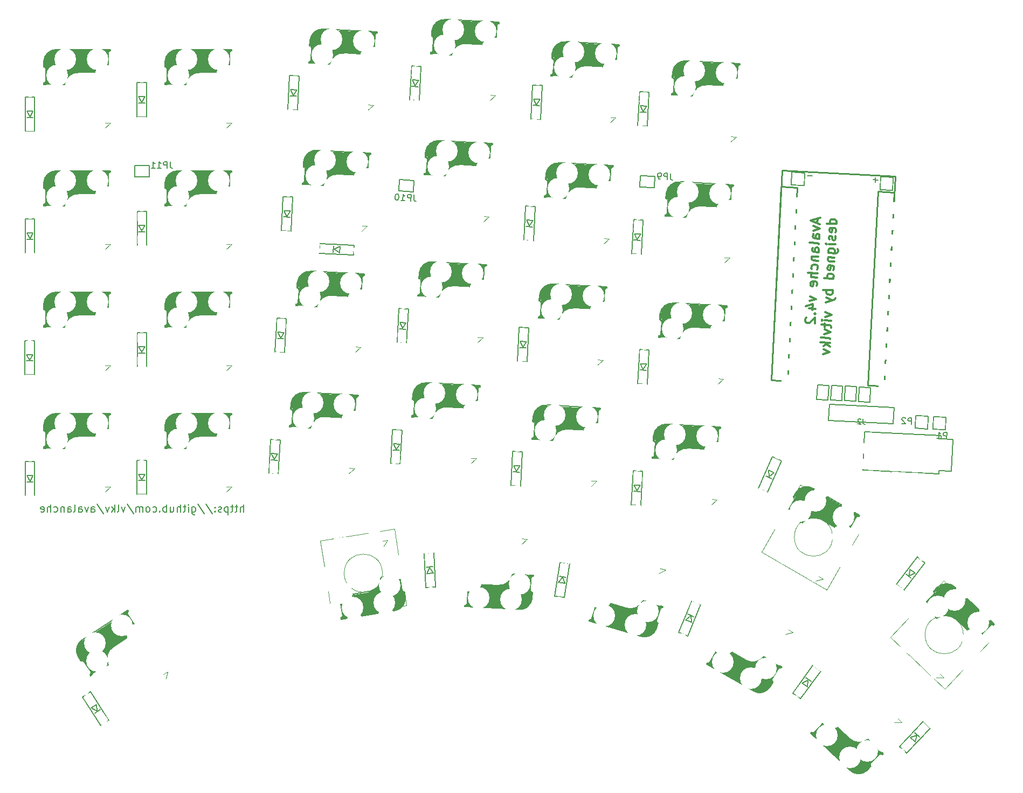
<source format=gbo>
G04 #@! TF.GenerationSoftware,KiCad,Pcbnew,(5.1.12-1-10_14)*
G04 #@! TF.CreationDate,2021-12-17T12:39:00+00:00*
G04 #@! TF.ProjectId,avalanche-hotswap,6176616c-616e-4636-9865-2d686f747377,rev?*
G04 #@! TF.SameCoordinates,Original*
G04 #@! TF.FileFunction,Legend,Bot*
G04 #@! TF.FilePolarity,Positive*
%FSLAX46Y46*%
G04 Gerber Fmt 4.6, Leading zero omitted, Abs format (unit mm)*
G04 Created by KiCad (PCBNEW (5.1.12-1-10_14)) date 2021-12-17 12:39:00*
%MOMM*%
%LPD*%
G01*
G04 APERTURE LIST*
%ADD10C,0.200000*%
%ADD11C,0.300000*%
%ADD12C,0.800000*%
%ADD13C,3.000000*%
%ADD14C,0.500000*%
%ADD15C,1.000000*%
%ADD16C,3.500000*%
%ADD17C,0.150000*%
%ADD18C,0.400000*%
%ADD19C,0.120000*%
%ADD20C,0.250000*%
%ADD21C,3.400000*%
%ADD22C,4.500000*%
%ADD23C,2.300000*%
%ADD24C,2.100000*%
%ADD25C,4.600000*%
%ADD26C,1.797000*%
%ADD27C,4.400000*%
%ADD28C,1.924000*%
%ADD29C,1.120000*%
%ADD30C,2.400000*%
%ADD31C,1.200000*%
%ADD32C,1.600000*%
G04 APERTURE END LIST*
D10*
X115581794Y-106154849D02*
X115581794Y-104954849D01*
X115067509Y-106154849D02*
X115067509Y-105526277D01*
X115124651Y-105411992D01*
X115238937Y-105354849D01*
X115410366Y-105354849D01*
X115524651Y-105411992D01*
X115581794Y-105469134D01*
X114667509Y-105354849D02*
X114210366Y-105354849D01*
X114496080Y-104954849D02*
X114496080Y-105983420D01*
X114438937Y-106097706D01*
X114324651Y-106154849D01*
X114210366Y-106154849D01*
X113981794Y-105354849D02*
X113524651Y-105354849D01*
X113810366Y-104954849D02*
X113810366Y-105983420D01*
X113753223Y-106097706D01*
X113638937Y-106154849D01*
X113524651Y-106154849D01*
X113124651Y-105354849D02*
X113124651Y-106554849D01*
X113124651Y-105411992D02*
X113010366Y-105354849D01*
X112781794Y-105354849D01*
X112667509Y-105411992D01*
X112610366Y-105469134D01*
X112553223Y-105583420D01*
X112553223Y-105926277D01*
X112610366Y-106040563D01*
X112667509Y-106097706D01*
X112781794Y-106154849D01*
X113010366Y-106154849D01*
X113124651Y-106097706D01*
X112096080Y-106097706D02*
X111981794Y-106154849D01*
X111753223Y-106154849D01*
X111638937Y-106097706D01*
X111581794Y-105983420D01*
X111581794Y-105926277D01*
X111638937Y-105811992D01*
X111753223Y-105754849D01*
X111924651Y-105754849D01*
X112038937Y-105697706D01*
X112096080Y-105583420D01*
X112096080Y-105526277D01*
X112038937Y-105411992D01*
X111924651Y-105354849D01*
X111753223Y-105354849D01*
X111638937Y-105411992D01*
X111067508Y-106040563D02*
X111010366Y-106097706D01*
X111067508Y-106154849D01*
X111124651Y-106097706D01*
X111067508Y-106040563D01*
X111067508Y-106154849D01*
X111067508Y-105411992D02*
X111010366Y-105469134D01*
X111067508Y-105526277D01*
X111124651Y-105469134D01*
X111067508Y-105411992D01*
X111067508Y-105526277D01*
X109638937Y-104897706D02*
X110667509Y-106440563D01*
X108381794Y-104897706D02*
X109410366Y-106440563D01*
X107467508Y-105354849D02*
X107467508Y-106326277D01*
X107524651Y-106440563D01*
X107581794Y-106497706D01*
X107696080Y-106554849D01*
X107867508Y-106554849D01*
X107981794Y-106497706D01*
X107467508Y-106097706D02*
X107581794Y-106154849D01*
X107810366Y-106154849D01*
X107924651Y-106097706D01*
X107981794Y-106040563D01*
X108038937Y-105926277D01*
X108038937Y-105583420D01*
X107981794Y-105469134D01*
X107924651Y-105411992D01*
X107810366Y-105354849D01*
X107581794Y-105354849D01*
X107467508Y-105411992D01*
X106896080Y-106154849D02*
X106896080Y-105354849D01*
X106896080Y-104954849D02*
X106953223Y-105011992D01*
X106896080Y-105069134D01*
X106838937Y-105011992D01*
X106896080Y-104954849D01*
X106896080Y-105069134D01*
X106496080Y-105354849D02*
X106038937Y-105354849D01*
X106324651Y-104954849D02*
X106324651Y-105983420D01*
X106267508Y-106097706D01*
X106153223Y-106154849D01*
X106038937Y-106154849D01*
X105638937Y-106154849D02*
X105638937Y-104954849D01*
X105124651Y-106154849D02*
X105124651Y-105526277D01*
X105181794Y-105411992D01*
X105296080Y-105354849D01*
X105467508Y-105354849D01*
X105581794Y-105411992D01*
X105638937Y-105469134D01*
X104038937Y-105354849D02*
X104038937Y-106154849D01*
X104553223Y-105354849D02*
X104553223Y-105983420D01*
X104496080Y-106097706D01*
X104381794Y-106154849D01*
X104210366Y-106154849D01*
X104096080Y-106097706D01*
X104038937Y-106040563D01*
X103467508Y-106154849D02*
X103467508Y-104954849D01*
X103467508Y-105411992D02*
X103353223Y-105354849D01*
X103124651Y-105354849D01*
X103010366Y-105411992D01*
X102953223Y-105469134D01*
X102896080Y-105583420D01*
X102896080Y-105926277D01*
X102953223Y-106040563D01*
X103010366Y-106097706D01*
X103124651Y-106154849D01*
X103353223Y-106154849D01*
X103467508Y-106097706D01*
X102381794Y-106040563D02*
X102324651Y-106097706D01*
X102381794Y-106154849D01*
X102438937Y-106097706D01*
X102381794Y-106040563D01*
X102381794Y-106154849D01*
X101296080Y-106097706D02*
X101410366Y-106154849D01*
X101638937Y-106154849D01*
X101753223Y-106097706D01*
X101810366Y-106040563D01*
X101867508Y-105926277D01*
X101867508Y-105583420D01*
X101810366Y-105469134D01*
X101753223Y-105411992D01*
X101638937Y-105354849D01*
X101410366Y-105354849D01*
X101296080Y-105411992D01*
X100610366Y-106154849D02*
X100724651Y-106097706D01*
X100781794Y-106040563D01*
X100838937Y-105926277D01*
X100838937Y-105583420D01*
X100781794Y-105469134D01*
X100724651Y-105411992D01*
X100610366Y-105354849D01*
X100438937Y-105354849D01*
X100324651Y-105411992D01*
X100267508Y-105469134D01*
X100210366Y-105583420D01*
X100210366Y-105926277D01*
X100267508Y-106040563D01*
X100324651Y-106097706D01*
X100438937Y-106154849D01*
X100610366Y-106154849D01*
X99696080Y-106154849D02*
X99696080Y-105354849D01*
X99696080Y-105469134D02*
X99638937Y-105411992D01*
X99524651Y-105354849D01*
X99353223Y-105354849D01*
X99238937Y-105411992D01*
X99181794Y-105526277D01*
X99181794Y-106154849D01*
X99181794Y-105526277D02*
X99124651Y-105411992D01*
X99010366Y-105354849D01*
X98838937Y-105354849D01*
X98724651Y-105411992D01*
X98667508Y-105526277D01*
X98667508Y-106154849D01*
X97238937Y-104897706D02*
X98267508Y-106440563D01*
X96953223Y-105354849D02*
X96667508Y-106154849D01*
X96381794Y-105354849D01*
X95753223Y-106154849D02*
X95867508Y-106097706D01*
X95924651Y-105983420D01*
X95924651Y-104954849D01*
X95296080Y-106154849D02*
X95296080Y-104954849D01*
X95181794Y-105697706D02*
X94838937Y-106154849D01*
X94838937Y-105354849D02*
X95296080Y-105811992D01*
X94438937Y-105354849D02*
X94153223Y-106154849D01*
X93867508Y-105354849D01*
X92553223Y-104897706D02*
X93581794Y-106440563D01*
X91638937Y-106154849D02*
X91638937Y-105526277D01*
X91696080Y-105411992D01*
X91810366Y-105354849D01*
X92038937Y-105354849D01*
X92153223Y-105411992D01*
X91638937Y-106097706D02*
X91753223Y-106154849D01*
X92038937Y-106154849D01*
X92153223Y-106097706D01*
X92210366Y-105983420D01*
X92210366Y-105869134D01*
X92153223Y-105754849D01*
X92038937Y-105697706D01*
X91753223Y-105697706D01*
X91638937Y-105640563D01*
X91181794Y-105354849D02*
X90896080Y-106154849D01*
X90610366Y-105354849D01*
X89638937Y-106154849D02*
X89638937Y-105526277D01*
X89696080Y-105411992D01*
X89810366Y-105354849D01*
X90038937Y-105354849D01*
X90153223Y-105411992D01*
X89638937Y-106097706D02*
X89753223Y-106154849D01*
X90038937Y-106154849D01*
X90153223Y-106097706D01*
X90210366Y-105983420D01*
X90210366Y-105869134D01*
X90153223Y-105754849D01*
X90038937Y-105697706D01*
X89753223Y-105697706D01*
X89638937Y-105640563D01*
X88896080Y-106154849D02*
X89010366Y-106097706D01*
X89067508Y-105983420D01*
X89067508Y-104954849D01*
X87924651Y-106154849D02*
X87924651Y-105526277D01*
X87981794Y-105411992D01*
X88096080Y-105354849D01*
X88324651Y-105354849D01*
X88438937Y-105411992D01*
X87924651Y-106097706D02*
X88038937Y-106154849D01*
X88324651Y-106154849D01*
X88438937Y-106097706D01*
X88496080Y-105983420D01*
X88496080Y-105869134D01*
X88438937Y-105754849D01*
X88324651Y-105697706D01*
X88038937Y-105697706D01*
X87924651Y-105640563D01*
X87353223Y-105354849D02*
X87353223Y-106154849D01*
X87353223Y-105469134D02*
X87296080Y-105411992D01*
X87181794Y-105354849D01*
X87010366Y-105354849D01*
X86896080Y-105411992D01*
X86838937Y-105526277D01*
X86838937Y-106154849D01*
X85753223Y-106097706D02*
X85867508Y-106154849D01*
X86096080Y-106154849D01*
X86210366Y-106097706D01*
X86267508Y-106040563D01*
X86324651Y-105926277D01*
X86324651Y-105583420D01*
X86267508Y-105469134D01*
X86210366Y-105411992D01*
X86096080Y-105354849D01*
X85867508Y-105354849D01*
X85753223Y-105411992D01*
X85238937Y-106154849D02*
X85238937Y-104954849D01*
X84724651Y-106154849D02*
X84724651Y-105526277D01*
X84781794Y-105411992D01*
X84896080Y-105354849D01*
X85067508Y-105354849D01*
X85181794Y-105411992D01*
X85238937Y-105469134D01*
X83696080Y-106097706D02*
X83810366Y-106154849D01*
X84038937Y-106154849D01*
X84153223Y-106097706D01*
X84210366Y-105983420D01*
X84210366Y-105526277D01*
X84153223Y-105411992D01*
X84038937Y-105354849D01*
X83810366Y-105354849D01*
X83696080Y-105411992D01*
X83638937Y-105526277D01*
X83638937Y-105640563D01*
X84210366Y-105754849D01*
D11*
X205724267Y-60041627D02*
X205686884Y-60754934D01*
X206159728Y-59921395D02*
X204635616Y-60342206D01*
X206107392Y-60920025D01*
X205090071Y-61224342D02*
X206070009Y-61633332D01*
X205052688Y-61937649D01*
X205987767Y-63202607D02*
X205203129Y-63161486D01*
X205064206Y-63082678D01*
X205000352Y-62936279D01*
X205015305Y-62650956D01*
X205094113Y-62512033D01*
X205916436Y-63198868D02*
X205995243Y-63059945D01*
X206013935Y-62703292D01*
X205950081Y-62556892D01*
X205811158Y-62478085D01*
X205668496Y-62470608D01*
X205522097Y-62534463D01*
X205443289Y-62673386D01*
X205424598Y-63030039D01*
X205345791Y-63168962D01*
X205939169Y-64129905D02*
X205875315Y-63983506D01*
X205736392Y-63904699D01*
X204452440Y-63837410D01*
X205875618Y-65342527D02*
X205090981Y-65301406D01*
X204952058Y-65222599D01*
X204888204Y-65076199D01*
X204903157Y-64790876D01*
X204981964Y-64651953D01*
X205804288Y-65338789D02*
X205883095Y-65199866D01*
X205901786Y-64843212D01*
X205837932Y-64696813D01*
X205699009Y-64618005D01*
X205556348Y-64610529D01*
X205409948Y-64674383D01*
X205331141Y-64813306D01*
X205312450Y-65169959D01*
X205233642Y-65308883D01*
X204839606Y-66003498D02*
X205838236Y-66055834D01*
X204982267Y-66010974D02*
X204907198Y-66078567D01*
X204828391Y-66217490D01*
X204817176Y-66431482D01*
X204881030Y-66577882D01*
X205019954Y-66656689D01*
X205804591Y-66697810D01*
X205662233Y-68049355D02*
X205741040Y-67910432D01*
X205755993Y-67625109D01*
X205692139Y-67478709D01*
X205624547Y-67403640D01*
X205485624Y-67324833D01*
X205057640Y-67302403D01*
X204911240Y-67366257D01*
X204836171Y-67433850D01*
X204757364Y-67572773D01*
X204742411Y-67858096D01*
X204806265Y-68004495D01*
X205699919Y-68695069D02*
X204201975Y-68616565D01*
X205666275Y-69337045D02*
X204881637Y-69295924D01*
X204742714Y-69217117D01*
X204678860Y-69070717D01*
X204690075Y-68856725D01*
X204768882Y-68717802D01*
X204843951Y-68650210D01*
X205527655Y-70617259D02*
X205606462Y-70478336D01*
X205621415Y-70193013D01*
X205557561Y-70046614D01*
X205418638Y-69967806D01*
X204847993Y-69937900D01*
X204701593Y-70001754D01*
X204622786Y-70140677D01*
X204607833Y-70426000D01*
X204671687Y-70572400D01*
X204810610Y-70651207D01*
X204953271Y-70658684D01*
X205133315Y-69952853D01*
X204510637Y-72280598D02*
X205490575Y-72689587D01*
X204473254Y-72993905D01*
X204409704Y-74206526D02*
X205408333Y-74258862D01*
X203857750Y-73819967D02*
X204946401Y-73519387D01*
X204897803Y-74446686D01*
X205224551Y-75036023D02*
X205292143Y-75111092D01*
X205367212Y-75043500D01*
X205299620Y-74968431D01*
X205224551Y-75036023D01*
X205367212Y-75043500D01*
X203978285Y-75614448D02*
X203903216Y-75682041D01*
X203824408Y-75820964D01*
X203805717Y-76177617D01*
X203869571Y-76324017D01*
X203937163Y-76399086D01*
X204076086Y-76477893D01*
X204218748Y-76485370D01*
X204436478Y-76425254D01*
X205337306Y-75614145D01*
X205288708Y-76541444D01*
X208661374Y-60910820D02*
X207163429Y-60832317D01*
X208590043Y-60907082D02*
X208668850Y-60768159D01*
X208683803Y-60482836D01*
X208619949Y-60336437D01*
X208552357Y-60261368D01*
X208413434Y-60182561D01*
X207985450Y-60160131D01*
X207839050Y-60223985D01*
X207763981Y-60291577D01*
X207685174Y-60430500D01*
X207670221Y-60715823D01*
X207734075Y-60862223D01*
X208522754Y-62191034D02*
X208601561Y-62052111D01*
X208616514Y-61766789D01*
X208552660Y-61620389D01*
X208413737Y-61541582D01*
X207843091Y-61511675D01*
X207696692Y-61575530D01*
X207617885Y-61714453D01*
X207602931Y-61999775D01*
X207666786Y-62146175D01*
X207805709Y-62224982D01*
X207948370Y-62232459D01*
X208128414Y-61526629D01*
X208489109Y-62833011D02*
X208552963Y-62979410D01*
X208538010Y-63264733D01*
X208459203Y-63403656D01*
X208312803Y-63467510D01*
X208241473Y-63463772D01*
X208102550Y-63384965D01*
X208038695Y-63238565D01*
X208049910Y-63024573D01*
X207986056Y-62878173D01*
X207847133Y-62799366D01*
X207775802Y-62795628D01*
X207629403Y-62859482D01*
X207550595Y-62998405D01*
X207539381Y-63212397D01*
X207603235Y-63358797D01*
X208493151Y-64120701D02*
X207494521Y-64068365D01*
X206995206Y-64042197D02*
X207070275Y-63974605D01*
X207137868Y-64049674D01*
X207062799Y-64117266D01*
X206995206Y-64042197D01*
X207137868Y-64049674D01*
X207423494Y-65423648D02*
X208636115Y-65487199D01*
X208782515Y-65423345D01*
X208857584Y-65355752D01*
X208936391Y-65216829D01*
X208947606Y-65002837D01*
X208883752Y-64856438D01*
X208350793Y-65472246D02*
X208429600Y-65333323D01*
X208444553Y-65048000D01*
X208380699Y-64901600D01*
X208313107Y-64826531D01*
X208174184Y-64747724D01*
X207746199Y-64725294D01*
X207599800Y-64789149D01*
X207524731Y-64856741D01*
X207445924Y-64995664D01*
X207430970Y-65280987D01*
X207494825Y-65427386D01*
X207386111Y-66136955D02*
X208384741Y-66189291D01*
X207528772Y-66144431D02*
X207453703Y-66212024D01*
X207374896Y-66350947D01*
X207363681Y-66564939D01*
X207427535Y-66711339D01*
X207566459Y-66790146D01*
X208351096Y-66831267D01*
X208212476Y-68111481D02*
X208291284Y-67972558D01*
X208306237Y-67687235D01*
X208242383Y-67540836D01*
X208103459Y-67462028D01*
X207532814Y-67432122D01*
X207386414Y-67495976D01*
X207307607Y-67634899D01*
X207292654Y-67920222D01*
X207356508Y-68066622D01*
X207495431Y-68145429D01*
X207638093Y-68152905D01*
X207818137Y-67447075D01*
X208212780Y-69470502D02*
X206714835Y-69391998D01*
X208141449Y-69466764D02*
X208220256Y-69327841D01*
X208235209Y-69042518D01*
X208171355Y-68896118D01*
X208103763Y-68821050D01*
X207964840Y-68742242D01*
X207536856Y-68719813D01*
X207390456Y-68783667D01*
X207315387Y-68851259D01*
X207236580Y-68990182D01*
X207221627Y-69275505D01*
X207285481Y-69421905D01*
X208115584Y-71325100D02*
X206617640Y-71246596D01*
X207188285Y-71276502D02*
X207109478Y-71415425D01*
X207094525Y-71700748D01*
X207158379Y-71847148D01*
X207225972Y-71922217D01*
X207364895Y-72001024D01*
X207792879Y-72023454D01*
X207939278Y-71959599D01*
X208014347Y-71892007D01*
X208093155Y-71753084D01*
X208108108Y-71467761D01*
X208044254Y-71321362D01*
X207053404Y-72485386D02*
X208033342Y-72894375D01*
X207016021Y-73198692D02*
X208033342Y-72894375D01*
X208397472Y-72770405D01*
X208472541Y-72702813D01*
X208551348Y-72563889D01*
X206933779Y-74767967D02*
X207913717Y-75176957D01*
X206896396Y-75481274D01*
X207865119Y-76104256D02*
X206866490Y-76051920D01*
X206367175Y-76025752D02*
X206442244Y-75958159D01*
X206509836Y-76033228D01*
X206434767Y-76100821D01*
X206367175Y-76025752D01*
X206509836Y-76033228D01*
X206840322Y-76551234D02*
X206810416Y-77121880D01*
X206329792Y-76739058D02*
X207613744Y-76806348D01*
X207752668Y-76885155D01*
X207816522Y-77031554D01*
X207809045Y-77174216D01*
X206791724Y-77478533D02*
X207771662Y-77887523D01*
X206754341Y-78191840D01*
X207711850Y-79028813D02*
X207647996Y-78882414D01*
X207509073Y-78803607D01*
X206225120Y-78736317D01*
X207681943Y-79599459D02*
X206183999Y-79520955D01*
X207103821Y-79712214D02*
X207652037Y-80170104D01*
X206653408Y-80117768D02*
X207253959Y-79577029D01*
X206627240Y-80617083D02*
X207607178Y-81026073D01*
X206589857Y-81330390D01*
X182991472Y-37975714D02*
X183038575Y-37076949D01*
D12*
X183375648Y-40198868D02*
X183469853Y-38401336D01*
D13*
X184687275Y-36762804D02*
X184570043Y-38999735D01*
D14*
X193051463Y-39003623D02*
X191653381Y-38930353D01*
D15*
X192793318Y-36286389D02*
X192662478Y-38782963D01*
D16*
X191432296Y-37416708D02*
X184741478Y-37066057D01*
D17*
X193335351Y-39318913D02*
X193387687Y-38320283D01*
X193387687Y-38320283D02*
X193187961Y-38309816D01*
X193167988Y-38308769D02*
X193285744Y-36061853D01*
X193305717Y-36062900D02*
X193505443Y-36073367D01*
X182886376Y-38070345D02*
X183086102Y-38080812D01*
X183116061Y-38082382D02*
X182998828Y-40319312D01*
X182968869Y-40317742D02*
X182769143Y-40307275D01*
X182750302Y-40666781D02*
X182769143Y-40307275D01*
X182938712Y-37071715D02*
X182886376Y-38070345D01*
X182750302Y-40666781D02*
X186025807Y-40838443D01*
X188342203Y-39057233D02*
X193335351Y-39318913D01*
X193523760Y-35723846D02*
X185135271Y-35284224D01*
X193505443Y-36073367D02*
X193523760Y-35723846D01*
D14*
X182960495Y-40477523D02*
X185656795Y-40618830D01*
D18*
X193313567Y-35913105D02*
X191915486Y-35839835D01*
X193182727Y-38409679D02*
X193146092Y-39108720D01*
D15*
X185652091Y-40396808D02*
G75*
G02*
X187963686Y-38636847I2133115J-403663D01*
G01*
D17*
X182938711Y-37071716D02*
G75*
G02*
X185135271Y-35284224I1992026J-204534D01*
G01*
X186030608Y-40817194D02*
G75*
G02*
X188342203Y-39057233I2133115J-403663D01*
G01*
D11*
X123033485Y-90059124D02*
X123080588Y-89160359D01*
D12*
X123417661Y-92282278D02*
X123511866Y-90484746D01*
D13*
X124729288Y-88846214D02*
X124612056Y-91083145D01*
D14*
X133093476Y-91087033D02*
X131695394Y-91013763D01*
D15*
X132835331Y-88369799D02*
X132704491Y-90866373D01*
D16*
X131474309Y-89500118D02*
X124783491Y-89149467D01*
D17*
X133377364Y-91402323D02*
X133429700Y-90403693D01*
X133429700Y-90403693D02*
X133229974Y-90393226D01*
X133210001Y-90392179D02*
X133327757Y-88145263D01*
X133347730Y-88146310D02*
X133547456Y-88156777D01*
X122928389Y-90153755D02*
X123128115Y-90164222D01*
X123158074Y-90165792D02*
X123040841Y-92402722D01*
X123010882Y-92401152D02*
X122811156Y-92390685D01*
X122792315Y-92750191D02*
X122811156Y-92390685D01*
X122980725Y-89155125D02*
X122928389Y-90153755D01*
X122792315Y-92750191D02*
X126067820Y-92921853D01*
X128384216Y-91140643D02*
X133377364Y-91402323D01*
X133565773Y-87807256D02*
X125177284Y-87367634D01*
X133547456Y-88156777D02*
X133565773Y-87807256D01*
D14*
X123002508Y-92560933D02*
X125698808Y-92702240D01*
D18*
X133355580Y-87996515D02*
X131957499Y-87923245D01*
X133224740Y-90493089D02*
X133188105Y-91192130D01*
D15*
X125694104Y-92480218D02*
G75*
G02*
X128005699Y-90720257I2133115J-403663D01*
G01*
D17*
X122980724Y-89155126D02*
G75*
G02*
X125177284Y-87367634I1992026J-204534D01*
G01*
X126072621Y-92900604D02*
G75*
G02*
X128384216Y-91140643I2133115J-403663D01*
G01*
X213940588Y-88873435D02*
X214060228Y-86590568D01*
X214060228Y-86590568D02*
X212284664Y-86497515D01*
X212284664Y-86497515D02*
X212165024Y-88780382D01*
X212165024Y-88780382D02*
X213940588Y-88873435D01*
X211743603Y-88758296D02*
X211863243Y-86475429D01*
X211863243Y-86475429D02*
X210087679Y-86382376D01*
X210087679Y-86382376D02*
X209968039Y-88665243D01*
X209968039Y-88665243D02*
X211743603Y-88758296D01*
X209546618Y-88643157D02*
X209666258Y-86360290D01*
X209666258Y-86360290D02*
X207890694Y-86267237D01*
X207890694Y-86267237D02*
X207771054Y-88550104D01*
X207771054Y-88550104D02*
X209546618Y-88643157D01*
X207349633Y-88528017D02*
X207469273Y-86245150D01*
X207469273Y-86245150D02*
X205693709Y-86152097D01*
X205693709Y-86152097D02*
X205574069Y-88434964D01*
X205574069Y-88434964D02*
X207349633Y-88528017D01*
X217609014Y-92287741D02*
X207462938Y-91756008D01*
X217741948Y-89751222D02*
X207595872Y-89219489D01*
X207595872Y-89219489D02*
X207462938Y-91756008D01*
X217609014Y-92287741D02*
X217741948Y-89751222D01*
D19*
X152121249Y-97741961D02*
X151070283Y-98688255D01*
X151122619Y-97689625D02*
X152121249Y-97741961D01*
D11*
X162078253Y-73029208D02*
X162125356Y-72130443D01*
D12*
X162462429Y-75252362D02*
X162556634Y-73454830D01*
D13*
X163774056Y-71816298D02*
X163656824Y-74053229D01*
D14*
X172138244Y-74057117D02*
X170740162Y-73983847D01*
D15*
X171880099Y-71339883D02*
X171749259Y-73836457D01*
D16*
X170519077Y-72470202D02*
X163828259Y-72119551D01*
D17*
X172422132Y-74372407D02*
X172474468Y-73373777D01*
X172474468Y-73373777D02*
X172274742Y-73363310D01*
X172254769Y-73362263D02*
X172372525Y-71115347D01*
X172392498Y-71116394D02*
X172592224Y-71126861D01*
X161973157Y-73123839D02*
X162172883Y-73134306D01*
X162202842Y-73135876D02*
X162085609Y-75372806D01*
X162055650Y-75371236D02*
X161855924Y-75360769D01*
X161837083Y-75720275D02*
X161855924Y-75360769D01*
X162025493Y-72125209D02*
X161973157Y-73123839D01*
X161837083Y-75720275D02*
X165112588Y-75891937D01*
X167428984Y-74110727D02*
X172422132Y-74372407D01*
X172610541Y-70777340D02*
X164222052Y-70337718D01*
X172592224Y-71126861D02*
X172610541Y-70777340D01*
D14*
X162047276Y-75531017D02*
X164743576Y-75672324D01*
D18*
X172400348Y-70966599D02*
X171002267Y-70893329D01*
X172269508Y-73463173D02*
X172232873Y-74162214D01*
D15*
X164738872Y-75450302D02*
G75*
G02*
X167050467Y-73690341I2133115J-403663D01*
G01*
D17*
X162025492Y-72125210D02*
G75*
G02*
X164222052Y-70337718I1992026J-204534D01*
G01*
X165117389Y-75870688D02*
G75*
G02*
X167428984Y-74110727I2133115J-403663D01*
G01*
D19*
X112691269Y-83105259D02*
X113691269Y-83105259D01*
X113691269Y-83105259D02*
X112691269Y-84105259D01*
X206603570Y-116632875D02*
X205237544Y-116998900D01*
X205737544Y-116132875D02*
X206603570Y-116632875D01*
X138196694Y-110586446D02*
X137365440Y-111730569D01*
X137209006Y-110742881D02*
X138196694Y-110586446D01*
X191924948Y-66231950D02*
X190873982Y-67178244D01*
X190926318Y-66179614D02*
X191924948Y-66231950D01*
X103605598Y-131208182D02*
X103311567Y-132591491D01*
X102766928Y-131752821D02*
X103605598Y-131208182D01*
X93641279Y-102155249D02*
X94641279Y-102155249D01*
X94641279Y-102155249D02*
X93641279Y-103155249D01*
X93641265Y-83105254D02*
X94641265Y-83105254D01*
X94641265Y-83105254D02*
X93641265Y-84105254D01*
X93641244Y-64055245D02*
X94641244Y-64055245D01*
X94641244Y-64055245D02*
X93641244Y-65055245D01*
X93641291Y-45005255D02*
X94641291Y-45005255D01*
X94641291Y-45005255D02*
X93641291Y-46005255D01*
X112691266Y-45005254D02*
X113691266Y-45005254D01*
X113691266Y-45005254D02*
X112691266Y-46005254D01*
X112691269Y-64055231D02*
X113691269Y-64055231D01*
X113691269Y-64055231D02*
X112691269Y-65055231D01*
X112691286Y-102155273D02*
X113691286Y-102155273D01*
X113691286Y-102155273D02*
X112691286Y-103155273D01*
X132963913Y-99291514D02*
X131912947Y-100237808D01*
X131965283Y-99239178D02*
X132963913Y-99291514D01*
X133960903Y-80267607D02*
X132909937Y-81213901D01*
X132962273Y-80215271D02*
X133960903Y-80267607D01*
X134957914Y-61243683D02*
X133906948Y-62189977D01*
X133959284Y-61191347D02*
X134957914Y-61243683D01*
X135954921Y-42219827D02*
X134903955Y-43166121D01*
X134956291Y-42167491D02*
X135954921Y-42219827D01*
X155109657Y-40720252D02*
X154058691Y-41666546D01*
X154111027Y-40667916D02*
X155109657Y-40720252D01*
X154112620Y-59744138D02*
X153061654Y-60690432D01*
X153113990Y-59691802D02*
X154112620Y-59744138D01*
X153115648Y-78768029D02*
X152064682Y-79714323D01*
X152117018Y-78715693D02*
X153115648Y-78768029D01*
X160089524Y-110410652D02*
X159038558Y-111356946D01*
X159090894Y-110358316D02*
X160089524Y-110410652D01*
X181821041Y-115249273D02*
X180578206Y-115924077D01*
X180862221Y-114965257D02*
X181821041Y-115249273D01*
X171011734Y-101285476D02*
X169960768Y-102231770D01*
X170013104Y-101233140D02*
X171011734Y-101285476D01*
X172008715Y-82261585D02*
X170957749Y-83207879D01*
X171010085Y-82209249D02*
X172008715Y-82261585D01*
X173005695Y-63237713D02*
X171954729Y-64184007D01*
X172007065Y-63185377D02*
X173005695Y-63237713D01*
X174002700Y-44213808D02*
X172951734Y-45160102D01*
X173004070Y-44161472D02*
X174002700Y-44213808D01*
X192921933Y-47208078D02*
X191870967Y-48154372D01*
X191923303Y-47155742D02*
X192921933Y-47208078D01*
X190927932Y-85255844D02*
X189876966Y-86202138D01*
X189929302Y-85203508D02*
X190927932Y-85255844D01*
X225561391Y-132159409D02*
X224147662Y-132196429D01*
X224836017Y-131471054D02*
X225561391Y-132159409D01*
X201841083Y-125023413D02*
X200475057Y-125389438D01*
X200975057Y-124523413D02*
X201841083Y-125023413D01*
X218959330Y-139172708D02*
X217545601Y-139209728D01*
X218233956Y-138484353D02*
X218959330Y-139172708D01*
X189933555Y-104229824D02*
X188882589Y-105176118D01*
X188934925Y-104177488D02*
X189933555Y-104229824D01*
D11*
X161081269Y-92053112D02*
X161128372Y-91154347D01*
D12*
X161465445Y-94276266D02*
X161559650Y-92478734D01*
D13*
X162777072Y-90840202D02*
X162659840Y-93077133D01*
D14*
X171141260Y-93081021D02*
X169743178Y-93007751D01*
D15*
X170883115Y-90363787D02*
X170752275Y-92860361D01*
D16*
X169522093Y-91494106D02*
X162831275Y-91143455D01*
D17*
X171425148Y-93396311D02*
X171477484Y-92397681D01*
X171477484Y-92397681D02*
X171277758Y-92387214D01*
X171257785Y-92386167D02*
X171375541Y-90139251D01*
X171395514Y-90140298D02*
X171595240Y-90150765D01*
X160976173Y-92147743D02*
X161175899Y-92158210D01*
X161205858Y-92159780D02*
X161088625Y-94396710D01*
X161058666Y-94395140D02*
X160858940Y-94384673D01*
X160840099Y-94744179D02*
X160858940Y-94384673D01*
X161028509Y-91149113D02*
X160976173Y-92147743D01*
X160840099Y-94744179D02*
X164115604Y-94915841D01*
X166432000Y-93134631D02*
X171425148Y-93396311D01*
X171613557Y-89801244D02*
X163225068Y-89361622D01*
X171595240Y-90150765D02*
X171613557Y-89801244D01*
D14*
X161050292Y-94554921D02*
X163746592Y-94696228D01*
D18*
X171403364Y-89990503D02*
X170005283Y-89917233D01*
X171272524Y-92487077D02*
X171235889Y-93186118D01*
D15*
X163741888Y-94474206D02*
G75*
G02*
X166053483Y-92714245I2133115J-403663D01*
G01*
D17*
X161028508Y-91149114D02*
G75*
G02*
X163225068Y-89361622I1992026J-204534D01*
G01*
X164120405Y-94894592D02*
G75*
G02*
X166432000Y-93134631I2133115J-403663D01*
G01*
D18*
X113491260Y-36205231D02*
X113491260Y-36905231D01*
X113491260Y-33705231D02*
X112091260Y-33705231D01*
D14*
X103391260Y-38805231D02*
X106091260Y-38805231D01*
D17*
X113691260Y-33855231D02*
X113691260Y-33505231D01*
X113691260Y-33505231D02*
X105291259Y-33505231D01*
X108691260Y-37105231D02*
X113691260Y-37105231D01*
X103191260Y-39005231D02*
X106471260Y-39005231D01*
X103191260Y-35405231D02*
X103191260Y-36405231D01*
X103191260Y-39005231D02*
X103191260Y-38645231D01*
X103391260Y-38645231D02*
X103191260Y-38645231D01*
X103421260Y-36405231D02*
X103421260Y-38645231D01*
X103191260Y-36405231D02*
X103391260Y-36405231D01*
X113491260Y-33855231D02*
X113691260Y-33855231D01*
X113471260Y-36105231D02*
X113471260Y-33855231D01*
X113691260Y-36105231D02*
X113491260Y-36105231D01*
X113691260Y-37105231D02*
X113691260Y-36105231D01*
D16*
X111691260Y-35305231D02*
X104991260Y-35305231D01*
D15*
X112991260Y-34105231D02*
X112991260Y-36605231D01*
D14*
X113391260Y-36805231D02*
X111991260Y-36805231D01*
D13*
X104921260Y-35005231D02*
X104921260Y-37245231D01*
D12*
X103791260Y-38505231D02*
X103791260Y-36705232D01*
D11*
X103291260Y-36305230D02*
X103291260Y-35405231D01*
D17*
X106474942Y-38983760D02*
G75*
G02*
X108691260Y-37105231I2151318J-291471D01*
G01*
X103191260Y-35405232D02*
G75*
G02*
X105291259Y-33505231I2000000J-99999D01*
G01*
D15*
X106074942Y-38583760D02*
G75*
G02*
X108291260Y-36705231I2151318J-291471D01*
G01*
D17*
X201695223Y-52770106D02*
X203692482Y-52874777D01*
X203692482Y-52874777D02*
X203587811Y-54872036D01*
X203587811Y-54872036D02*
X201590552Y-54767365D01*
X201590552Y-54767365D02*
X201695223Y-52770106D01*
X215617305Y-53499715D02*
X217614564Y-53604386D01*
X217614564Y-53604386D02*
X217509893Y-55601645D01*
X217509893Y-55601645D02*
X215512634Y-55496974D01*
X215512634Y-55496974D02*
X215617305Y-53499715D01*
X225818891Y-93250875D02*
X223821632Y-93146204D01*
X223821632Y-93146204D02*
X223926303Y-91148945D01*
X223926303Y-91148945D02*
X225923562Y-91253616D01*
X225923562Y-91253616D02*
X225818891Y-93250875D01*
X223022700Y-93104315D02*
X221025441Y-92999644D01*
X221025441Y-92999644D02*
X221130112Y-91002385D01*
X221130112Y-91002385D02*
X223127371Y-91107056D01*
X223127371Y-91107056D02*
X223022700Y-93104315D01*
D11*
X180000473Y-95047391D02*
X180047576Y-94148626D01*
D12*
X180384649Y-97270545D02*
X180478854Y-95473013D01*
D13*
X181696276Y-93834481D02*
X181579044Y-96071412D01*
D14*
X190060464Y-96075300D02*
X188662382Y-96002030D01*
D15*
X189802319Y-93358066D02*
X189671479Y-95854640D01*
D16*
X188441297Y-94488385D02*
X181750479Y-94137734D01*
D17*
X190344352Y-96390590D02*
X190396688Y-95391960D01*
X190396688Y-95391960D02*
X190196962Y-95381493D01*
X190176989Y-95380446D02*
X190294745Y-93133530D01*
X190314718Y-93134577D02*
X190514444Y-93145044D01*
X179895377Y-95142022D02*
X180095103Y-95152489D01*
X180125062Y-95154059D02*
X180007829Y-97390989D01*
X179977870Y-97389419D02*
X179778144Y-97378952D01*
X179759303Y-97738458D02*
X179778144Y-97378952D01*
X179947713Y-94143392D02*
X179895377Y-95142022D01*
X179759303Y-97738458D02*
X183034808Y-97910120D01*
X185351204Y-96128910D02*
X190344352Y-96390590D01*
X190532761Y-92795523D02*
X182144272Y-92355901D01*
X190514444Y-93145044D02*
X190532761Y-92795523D01*
D14*
X179969496Y-97549200D02*
X182665796Y-97690507D01*
D18*
X190322568Y-92984782D02*
X188924487Y-92911512D01*
X190191728Y-95481356D02*
X190155093Y-96180397D01*
D15*
X182661092Y-97468485D02*
G75*
G02*
X184972687Y-95708524I2133115J-403663D01*
G01*
D17*
X179947712Y-94143393D02*
G75*
G02*
X182144272Y-92355901I1992026J-204534D01*
G01*
X183039609Y-97888871D02*
G75*
G02*
X185351204Y-96128910I2133115J-403663D01*
G01*
D18*
X152379861Y-88986028D02*
X152343226Y-89685069D01*
X152510701Y-86489454D02*
X151112620Y-86416184D01*
D14*
X142157629Y-91053872D02*
X144853929Y-91195179D01*
D17*
X152702577Y-86649716D02*
X152720894Y-86300195D01*
X152720894Y-86300195D02*
X144332405Y-85860573D01*
X147539337Y-89633582D02*
X152532485Y-89895262D01*
X141947436Y-91243130D02*
X145222941Y-91414792D01*
X142135846Y-87648064D02*
X142083510Y-88646694D01*
X141947436Y-91243130D02*
X141966277Y-90883624D01*
X142166003Y-90894091D02*
X141966277Y-90883624D01*
X142313195Y-88658731D02*
X142195962Y-90895661D01*
X142083510Y-88646694D02*
X142283236Y-88657161D01*
X152502851Y-86639249D02*
X152702577Y-86649716D01*
X152365122Y-88885118D02*
X152482878Y-86638202D01*
X152584821Y-88896632D02*
X152385095Y-88886165D01*
X152532485Y-89895262D02*
X152584821Y-88896632D01*
D16*
X150629430Y-87993057D02*
X143938612Y-87642406D01*
D15*
X151990452Y-86862738D02*
X151859612Y-89359312D01*
D14*
X152248597Y-89579972D02*
X150850515Y-89506702D01*
D13*
X143884409Y-87339153D02*
X143767177Y-89576084D01*
D12*
X142572782Y-90775217D02*
X142666987Y-88977685D01*
D11*
X142188606Y-88552063D02*
X142235709Y-87653298D01*
D17*
X145227742Y-91393543D02*
G75*
G02*
X147539337Y-89633582I2133115J-403663D01*
G01*
X142135845Y-87648065D02*
G75*
G02*
X144332405Y-85860573I1992026J-204534D01*
G01*
D15*
X144849225Y-90973157D02*
G75*
G02*
X147160820Y-89213196I2133115J-403663D01*
G01*
D11*
X214087779Y-145993323D02*
X213468261Y-146646159D01*
D12*
X215239473Y-144053321D02*
X214000435Y-145358994D01*
D13*
X212010559Y-145814291D02*
X213552473Y-144189452D01*
D14*
X207105676Y-138678254D02*
X208121200Y-139641950D01*
D15*
X205537268Y-140912106D02*
X207258155Y-139098670D01*
D16*
X207306281Y-140936518D02*
X212166289Y-145548494D01*
D17*
X207094570Y-138254135D02*
X206406216Y-138979509D01*
X206406216Y-138979509D02*
X206551290Y-139117180D01*
X206565798Y-139130947D02*
X205017000Y-140763040D01*
X205002493Y-140749273D02*
X204857418Y-140611602D01*
X214229153Y-145989620D02*
X214084078Y-145851949D01*
X214062317Y-145831299D02*
X215604231Y-144206460D01*
X215625992Y-144227111D02*
X215771067Y-144364782D01*
X216018875Y-144103647D02*
X215771067Y-144364782D01*
X213540798Y-146714995D02*
X214229153Y-145989620D01*
X216018875Y-144103647D02*
X213639647Y-141845844D01*
X210721442Y-141695908D02*
X207094570Y-138254135D01*
X204616494Y-140865483D02*
X210709639Y-146647662D01*
X204857418Y-140611602D02*
X204616494Y-140865483D01*
D14*
X215736129Y-144111051D02*
X213777618Y-142252493D01*
D18*
X204899239Y-140858079D02*
X205914764Y-141821775D01*
X206620126Y-139044643D02*
X207101974Y-138536881D01*
D15*
X213637006Y-142424375D02*
G75*
G02*
X210736250Y-142261400I-1359877J1692295D01*
G01*
D17*
X213540799Y-146714994D02*
G75*
G02*
X210709639Y-146647662I-1381914J1449246D01*
G01*
X213622196Y-141858884D02*
G75*
G02*
X210721442Y-141695908I-1359875J1692295D01*
G01*
D11*
X160844988Y-118751457D02*
X160797885Y-119650222D01*
D12*
X160460812Y-116528303D02*
X160366607Y-118325835D01*
D13*
X159149185Y-119964367D02*
X159266417Y-117727436D01*
D14*
X150784997Y-117723548D02*
X152183079Y-117796818D01*
D15*
X151043142Y-120440782D02*
X151173982Y-117944208D01*
D16*
X152404164Y-119310463D02*
X159094982Y-119661114D01*
D17*
X150501109Y-117408258D02*
X150448773Y-118406888D01*
X150448773Y-118406888D02*
X150648499Y-118417355D01*
X150668472Y-118418402D02*
X150550716Y-120665318D01*
X150530743Y-120664271D02*
X150331017Y-120653804D01*
X160950084Y-118656826D02*
X160750358Y-118646359D01*
X160720399Y-118644789D02*
X160837632Y-116407859D01*
X160867591Y-116409429D02*
X161067317Y-116419896D01*
X161086158Y-116060390D02*
X161067317Y-116419896D01*
X160897748Y-119655456D02*
X160950084Y-118656826D01*
X161086158Y-116060390D02*
X157810653Y-115888728D01*
X155494257Y-117669938D02*
X150501109Y-117408258D01*
X150312700Y-121003325D02*
X158701189Y-121442947D01*
X150331017Y-120653804D02*
X150312700Y-121003325D01*
D14*
X160875965Y-116249648D02*
X158179665Y-116108341D01*
D18*
X150522893Y-120814066D02*
X151920974Y-120887336D01*
X150653733Y-118317492D02*
X150690368Y-117618451D01*
D15*
X158184369Y-116330363D02*
G75*
G02*
X155872774Y-118090324I-2133115J403663D01*
G01*
D17*
X160897749Y-119655455D02*
G75*
G02*
X158701189Y-121442947I-1992026J204534D01*
G01*
X157805852Y-115909977D02*
G75*
G02*
X155494257Y-117669938I-2133115J403663D01*
G01*
D18*
X231485701Y-125625916D02*
X231003853Y-126133678D01*
X233206588Y-123812480D02*
X232191063Y-122848784D01*
D14*
X222369698Y-120559508D02*
X224328209Y-122418066D01*
D17*
X233248409Y-124058957D02*
X233489333Y-123805076D01*
X233489333Y-123805076D02*
X227396188Y-118022897D01*
X227384385Y-122974651D02*
X231011257Y-126416424D01*
X222086952Y-120566912D02*
X224466180Y-122824715D01*
X224565029Y-117955564D02*
X223876674Y-118680939D01*
X222086952Y-120566912D02*
X222334760Y-120305777D01*
X222479835Y-120443448D02*
X222334760Y-120305777D01*
X224043510Y-118839260D02*
X222501596Y-120464099D01*
X223876674Y-118680939D02*
X224021749Y-118818610D01*
X233103334Y-123921286D02*
X233248409Y-124058957D01*
X231540029Y-125539612D02*
X233088827Y-123907519D01*
X231699611Y-125691050D02*
X231554537Y-125553379D01*
X231011257Y-126416424D02*
X231699611Y-125691050D01*
D16*
X230799546Y-123734041D02*
X225939538Y-119122065D01*
D15*
X232568559Y-123758453D02*
X230847672Y-125571889D01*
D14*
X231000151Y-125992305D02*
X229984627Y-125028609D01*
D13*
X226095268Y-118856268D02*
X224553354Y-120481107D01*
D12*
X222866354Y-120617238D02*
X224105392Y-119311565D01*
D11*
X224018048Y-118677236D02*
X224637566Y-118024400D01*
D15*
X224468821Y-122246184D02*
G75*
G02*
X227369577Y-122409159I1359877J-1692295D01*
G01*
D17*
X224565028Y-117955565D02*
G75*
G02*
X227396188Y-118022897I1381914J-1449246D01*
G01*
X224483631Y-122811675D02*
G75*
G02*
X227384385Y-122974651I1359875J-1692295D01*
G01*
D19*
X225265294Y-125788803D02*
X225953648Y-125063429D01*
X225246784Y-125081939D02*
X225972158Y-125770293D01*
X228609471Y-125426116D02*
G75*
G03*
X228609471Y-125426116I-3000000J0D01*
G01*
X222706471Y-119914075D02*
X225528725Y-116940040D01*
X225528725Y-116940040D02*
X227269624Y-118592091D01*
X228865447Y-120106471D02*
X230751421Y-121896193D01*
X232347244Y-123410573D02*
X234088143Y-125062624D01*
X234088143Y-125062624D02*
X231265889Y-128036659D01*
X228512471Y-130938157D02*
X225690217Y-133912192D01*
X217130799Y-125789608D02*
X225690217Y-133912192D01*
X219953053Y-122815573D02*
X217130799Y-125789608D01*
D17*
X220082849Y-116152190D02*
X220234058Y-115133792D01*
X220234058Y-115133792D02*
X221027411Y-115742553D01*
X221027411Y-115742553D02*
X220082849Y-116152190D01*
X219625297Y-115927145D02*
X220418650Y-116535906D01*
X221374995Y-113236224D02*
X218087683Y-117520332D01*
X218087683Y-117520332D02*
X219277713Y-118433474D01*
X219277713Y-118433474D02*
X222565025Y-114149366D01*
X222565025Y-114149366D02*
X221374995Y-113236224D01*
D18*
X130623821Y-120295637D02*
X130514317Y-119604255D01*
X131014907Y-122764858D02*
X132397671Y-122545850D01*
D14*
X140192743Y-116147659D02*
X137525985Y-116570032D01*
D17*
X130793904Y-122647992D02*
X130848656Y-122993683D01*
X130848656Y-122993683D02*
X139145239Y-121679633D01*
X135223934Y-118655832D02*
X130285492Y-119438005D01*
X140358994Y-115918835D02*
X137119376Y-116431940D01*
X140922158Y-119474513D02*
X140765724Y-118486825D01*
X140358994Y-115918835D02*
X140415311Y-116274403D01*
X140217773Y-116305690D02*
X140415311Y-116274403D01*
X140538555Y-118522804D02*
X140188142Y-116310383D01*
X140765724Y-118486825D02*
X140568186Y-118518111D01*
X130991442Y-122616705D02*
X130793904Y-122647992D01*
X130659218Y-120391277D02*
X131011195Y-122613576D01*
X130441926Y-120425693D02*
X130639464Y-120394406D01*
X130285492Y-119438005D02*
X130441926Y-120425693D01*
D16*
X132542451Y-120902975D02*
X139159963Y-119854864D01*
D15*
X131446177Y-122291565D02*
X131055091Y-119822345D01*
D14*
X130628729Y-119687381D02*
X132011493Y-119468372D01*
D13*
X139276031Y-120140220D02*
X138925618Y-117927798D01*
D12*
X139844598Y-116506540D02*
X140126180Y-118284378D01*
D11*
X140682598Y-118601238D02*
X140823389Y-119490156D01*
D15*
X137576748Y-116786224D02*
G75*
G02*
X135681583Y-118988334I-2170428J-48658D01*
G01*
D17*
X140922158Y-119474512D02*
G75*
G02*
X139145239Y-121679633I-1991020J-214101D01*
G01*
X137119099Y-116453722D02*
G75*
G02*
X135223934Y-118655832I-2170428J-48658D01*
G01*
X144195091Y-118014281D02*
X145693035Y-117935777D01*
X143912477Y-112621681D02*
X144195091Y-118014281D01*
X145410421Y-112543177D02*
X143912477Y-112621681D01*
X145693035Y-117935777D02*
X145410421Y-112543177D01*
X145275903Y-114753246D02*
X144277273Y-114805582D01*
X144329609Y-115804212D02*
X144781822Y-114879277D01*
X145328239Y-115751876D02*
X144329609Y-115804212D01*
X144781822Y-114879277D02*
X145328239Y-115751876D01*
D11*
X198667081Y-132779261D02*
X198217081Y-133558683D01*
D12*
X199334069Y-130624005D02*
X198434069Y-132182850D01*
D13*
X196605460Y-133090094D02*
X197725460Y-131150197D01*
D14*
X190170225Y-127296248D02*
X191382660Y-127996248D01*
D15*
X189166635Y-129834516D02*
X190416635Y-127669453D01*
D16*
X190892468Y-129445286D02*
X196694838Y-132795286D01*
D17*
X190060417Y-126886440D02*
X189560417Y-127752466D01*
X189560417Y-127752466D02*
X189733622Y-127852466D01*
X189750943Y-127862466D02*
X188625943Y-129811023D01*
X188608622Y-129801023D02*
X188435417Y-129701023D01*
X198803684Y-132742658D02*
X198630479Y-132642658D01*
X198604498Y-132627658D02*
X199724498Y-130687761D01*
X199750479Y-130702761D02*
X199923684Y-130802761D01*
X200103684Y-130490992D02*
X199923684Y-130802761D01*
X198303684Y-133608683D02*
X198803684Y-132742658D01*
X200103684Y-130490992D02*
X197263121Y-128850992D01*
X194390544Y-129386440D02*
X190060417Y-126886440D01*
X188260417Y-130004132D02*
X195535031Y-134204132D01*
X188435417Y-129701023D02*
X188260417Y-130004132D01*
D14*
X199830479Y-130564197D02*
X197492210Y-129214197D01*
D18*
X188533622Y-129930927D02*
X189746058Y-130630927D01*
X189783622Y-127765863D02*
X190133622Y-127159645D01*
D15*
X197395606Y-129414155D02*
G75*
G02*
X194536954Y-129932850I-1717360J1328080D01*
G01*
D17*
X198303684Y-133608683D02*
G75*
G02*
X195535031Y-134204132I-1682051J1086602D01*
G01*
X197249196Y-128867745D02*
G75*
G02*
X194390544Y-129386440I-1717360J1328080D01*
G01*
D11*
X180585499Y-123539726D02*
X180329885Y-124402663D01*
D12*
X180730923Y-121288314D02*
X180219696Y-123014188D01*
D13*
X178653403Y-124323246D02*
X179289597Y-122175489D01*
D14*
X171043428Y-120191760D02*
X172385775Y-120589382D01*
D15*
X170660114Y-122894180D02*
X171370152Y-120497130D01*
D16*
X172247398Y-122112816D02*
X178671490Y-124015719D01*
D17*
X170840986Y-119818910D02*
X170556971Y-120777729D01*
X170556971Y-120777729D02*
X170748735Y-120834532D01*
X170767911Y-120840213D02*
X170128877Y-122997557D01*
X170109700Y-122991877D02*
X169917936Y-122935074D01*
X180709783Y-123472245D02*
X180518019Y-123415441D01*
X180489254Y-123406921D02*
X181125448Y-121259165D01*
X181154213Y-121267685D02*
X181345977Y-121324488D01*
X181448223Y-120979313D02*
X181345977Y-121324488D01*
X180425767Y-124431064D02*
X180709783Y-123472245D01*
X181448223Y-120979313D02*
X178303294Y-120047743D01*
X175635085Y-121238986D02*
X170840986Y-119818910D01*
X169818531Y-123270661D02*
X177872618Y-125656390D01*
X169917936Y-122935074D02*
X169818531Y-123270661D01*
D14*
X181199656Y-121114274D02*
X178610842Y-120347433D01*
D18*
X170067098Y-123135700D02*
X171409446Y-123533321D01*
X170777136Y-120738650D02*
X170975947Y-120067477D01*
D15*
X178563586Y-120564417D02*
G75*
G02*
X175905007Y-121736120I-1979943J890474D01*
G01*
D17*
X180425767Y-124431063D02*
G75*
G02*
X177872618Y-125656390I-1889238J663911D01*
G01*
X178293664Y-120067283D02*
G75*
G02*
X175635085Y-121238986I-1979943J890474D01*
G01*
D18*
X94441255Y-55255244D02*
X94441255Y-55955244D01*
X94441255Y-52755244D02*
X93041255Y-52755244D01*
D14*
X84341255Y-57855244D02*
X87041255Y-57855244D01*
D17*
X94641255Y-52905244D02*
X94641255Y-52555244D01*
X94641255Y-52555244D02*
X86241254Y-52555244D01*
X89641255Y-56155244D02*
X94641255Y-56155244D01*
X84141255Y-58055244D02*
X87421255Y-58055244D01*
X84141255Y-54455244D02*
X84141255Y-55455244D01*
X84141255Y-58055244D02*
X84141255Y-57695244D01*
X84341255Y-57695244D02*
X84141255Y-57695244D01*
X84371255Y-55455244D02*
X84371255Y-57695244D01*
X84141255Y-55455244D02*
X84341255Y-55455244D01*
X94441255Y-52905244D02*
X94641255Y-52905244D01*
X94421255Y-55155244D02*
X94421255Y-52905244D01*
X94641255Y-55155244D02*
X94441255Y-55155244D01*
X94641255Y-56155244D02*
X94641255Y-55155244D01*
D16*
X92641255Y-54355244D02*
X85941255Y-54355244D01*
D15*
X93941255Y-53155244D02*
X93941255Y-55655244D01*
D14*
X94341255Y-55855244D02*
X92941255Y-55855244D01*
D13*
X85871255Y-54055244D02*
X85871255Y-56295244D01*
D12*
X84741255Y-57555244D02*
X84741255Y-55755245D01*
D11*
X84241255Y-55355243D02*
X84241255Y-54455244D01*
D17*
X87424937Y-58033773D02*
G75*
G02*
X89641255Y-56155244I2151318J-291471D01*
G01*
X84141255Y-54455245D02*
G75*
G02*
X86241254Y-52555244I2000000J-99999D01*
G01*
D15*
X87024937Y-57633773D02*
G75*
G02*
X89241255Y-55755244I2151318J-291471D01*
G01*
D18*
X113491271Y-74305249D02*
X113491271Y-75005249D01*
X113491271Y-71805249D02*
X112091271Y-71805249D01*
D14*
X103391271Y-76905249D02*
X106091271Y-76905249D01*
D17*
X113691271Y-71955249D02*
X113691271Y-71605249D01*
X113691271Y-71605249D02*
X105291270Y-71605249D01*
X108691271Y-75205249D02*
X113691271Y-75205249D01*
X103191271Y-77105249D02*
X106471271Y-77105249D01*
X103191271Y-73505249D02*
X103191271Y-74505249D01*
X103191271Y-77105249D02*
X103191271Y-76745249D01*
X103391271Y-76745249D02*
X103191271Y-76745249D01*
X103421271Y-74505249D02*
X103421271Y-76745249D01*
X103191271Y-74505249D02*
X103391271Y-74505249D01*
X113491271Y-71955249D02*
X113691271Y-71955249D01*
X113471271Y-74205249D02*
X113471271Y-71955249D01*
X113691271Y-74205249D02*
X113491271Y-74205249D01*
X113691271Y-75205249D02*
X113691271Y-74205249D01*
D16*
X111691271Y-73405249D02*
X104991271Y-73405249D01*
D15*
X112991271Y-72205249D02*
X112991271Y-74705249D01*
D14*
X113391271Y-74905249D02*
X111991271Y-74905249D01*
D13*
X104921271Y-73105249D02*
X104921271Y-75345249D01*
D12*
X103791271Y-76605249D02*
X103791271Y-74805250D01*
D11*
X103291271Y-74405248D02*
X103291271Y-73505249D01*
D17*
X106474953Y-77083778D02*
G75*
G02*
X108691271Y-75205249I2151318J-291471D01*
G01*
X103191271Y-73505250D02*
G75*
G02*
X105291270Y-71605249I2000000J-99999D01*
G01*
D15*
X106074953Y-76683778D02*
G75*
G02*
X108291271Y-74805249I2151318J-291471D01*
G01*
D17*
X218606036Y-142967989D02*
X219694097Y-144000521D01*
X222323151Y-139050967D02*
X218606036Y-142967989D01*
X223411212Y-140083499D02*
X222323151Y-139050967D01*
X219694097Y-144000521D02*
X223411212Y-140083499D01*
X221715488Y-141507234D02*
X220990114Y-140818880D01*
X220301760Y-141544254D02*
X221283966Y-141235594D01*
X221027134Y-142232608D02*
X220301760Y-141544254D01*
X221283966Y-141235594D02*
X221027134Y-142232608D01*
X201812975Y-134619568D02*
X203026501Y-135501246D01*
X204987015Y-130250876D02*
X201812975Y-134619568D01*
X206200541Y-131132554D02*
X204987015Y-130250876D01*
X203026501Y-135501246D02*
X206200541Y-131132554D01*
X204705159Y-132765445D02*
X203896142Y-132177660D01*
X203308357Y-132986677D02*
X204241872Y-132552454D01*
X204117374Y-133574462D02*
X203308357Y-132986677D01*
X204241872Y-132552454D02*
X204117374Y-133574462D01*
X183912884Y-125034539D02*
X185298703Y-125608564D01*
X185979375Y-120045590D02*
X183912884Y-125034539D01*
X187365194Y-120619615D02*
X185979375Y-120045590D01*
X185298703Y-125608564D02*
X187365194Y-120619615D01*
X186292320Y-122556479D02*
X185368441Y-122173796D01*
X184985758Y-123097675D02*
X185792112Y-122457525D01*
X185909637Y-123480358D02*
X184985758Y-123097675D01*
X185792112Y-122457525D02*
X185909637Y-123480358D01*
X164440870Y-119345173D02*
X165922402Y-119579824D01*
X165285616Y-114011656D02*
X164440870Y-119345173D01*
X166767148Y-114246307D02*
X165285616Y-114011656D01*
X165922402Y-119579824D02*
X166767148Y-114246307D01*
X166176070Y-116380113D02*
X165188382Y-116223679D01*
X165031948Y-117211367D02*
X165666583Y-116400665D01*
X166019636Y-117367801D02*
X165031948Y-117211367D01*
X165666583Y-116400665D02*
X166019636Y-117367801D01*
X200024855Y-98092226D02*
X198654537Y-97482121D01*
X197828477Y-103025371D02*
X200024855Y-98092226D01*
X196458159Y-102415266D02*
X197828477Y-103025371D01*
X198654537Y-97482121D02*
X196458159Y-102415266D01*
X197581366Y-100507150D02*
X198494911Y-100913887D01*
X198901648Y-100000342D02*
X198078812Y-100619164D01*
X197988103Y-99593605D02*
X198901648Y-100000342D01*
X198078812Y-100619164D02*
X197988103Y-99593605D01*
X178251343Y-99762307D02*
X176753399Y-99683803D01*
X177968729Y-105154907D02*
X178251343Y-99762307D01*
X176470785Y-105076403D02*
X177968729Y-105154907D01*
X176753399Y-99683803D02*
X176470785Y-105076403D01*
X176835581Y-102892502D02*
X177834211Y-102944838D01*
X177886547Y-101946208D02*
X177340130Y-102818807D01*
X176887917Y-101893872D02*
X177886547Y-101946208D01*
X177340130Y-102818807D02*
X176887917Y-101893872D01*
X159334740Y-96718074D02*
X157836796Y-96639570D01*
X159052126Y-102110674D02*
X159334740Y-96718074D01*
X157554182Y-102032170D02*
X159052126Y-102110674D01*
X157836796Y-96639570D02*
X157554182Y-102032170D01*
X157918978Y-99848269D02*
X158917608Y-99900605D01*
X158969944Y-98901975D02*
X158423527Y-99774574D01*
X157971314Y-98849639D02*
X158969944Y-98901975D01*
X158423527Y-99774574D02*
X157971314Y-98849639D01*
X140439041Y-93274467D02*
X138941097Y-93195963D01*
X140156427Y-98667067D02*
X140439041Y-93274467D01*
X138658483Y-98588563D02*
X140156427Y-98667067D01*
X138941097Y-93195963D02*
X138658483Y-98588563D01*
X139023279Y-96404662D02*
X140021909Y-96456998D01*
X140074245Y-95458368D02*
X139527828Y-96330967D01*
X139075615Y-95406032D02*
X140074245Y-95458368D01*
X139527828Y-96330967D02*
X139075615Y-95406032D01*
X121281718Y-94823942D02*
X119783774Y-94745438D01*
X120999104Y-100216542D02*
X121281718Y-94823942D01*
X119501160Y-100138038D02*
X120999104Y-100216542D01*
X119783774Y-94745438D02*
X119501160Y-100138038D01*
X119865956Y-97954137D02*
X120864586Y-98006473D01*
X120916922Y-97007843D02*
X120370505Y-97880442D01*
X119918292Y-96955507D02*
X120916922Y-97007843D01*
X120370505Y-97880442D02*
X119918292Y-96955507D01*
X99541310Y-101105260D02*
X99041310Y-100205260D01*
X99041310Y-100205260D02*
X100041310Y-100205260D01*
X100041310Y-100205260D02*
X99541310Y-101105260D01*
X99041310Y-101205260D02*
X100041310Y-101205260D01*
X98791310Y-98005260D02*
X98791310Y-103405260D01*
X98791310Y-103405260D02*
X100291310Y-103405260D01*
X100291310Y-103405260D02*
X100291310Y-98005260D01*
X100291310Y-98005260D02*
X98791310Y-98005260D01*
X81991265Y-101305252D02*
X81491265Y-100405252D01*
X81491265Y-100405252D02*
X82491265Y-100405252D01*
X82491265Y-100405252D02*
X81991265Y-101305252D01*
X81491265Y-101405252D02*
X82491265Y-101405252D01*
X81241265Y-98205252D02*
X81241265Y-103605252D01*
X81241265Y-103605252D02*
X82741265Y-103605252D01*
X82741265Y-103605252D02*
X82741265Y-98205252D01*
X82741265Y-98205252D02*
X81241265Y-98205252D01*
X179249652Y-80713439D02*
X177751708Y-80634935D01*
X178967038Y-86106039D02*
X179249652Y-80713439D01*
X177469094Y-86027535D02*
X178967038Y-86106039D01*
X177751708Y-80634935D02*
X177469094Y-86027535D01*
X177833890Y-83843634D02*
X178832520Y-83895970D01*
X178884856Y-82897340D02*
X178338439Y-83769939D01*
X177886226Y-82845004D02*
X178884856Y-82897340D01*
X178338439Y-83769939D02*
X177886226Y-82845004D01*
X160357890Y-77194875D02*
X158859946Y-77116371D01*
X160075276Y-82587475D02*
X160357890Y-77194875D01*
X158577332Y-82508971D02*
X160075276Y-82587475D01*
X158859946Y-77116371D02*
X158577332Y-82508971D01*
X158942128Y-80325070D02*
X159940758Y-80377406D01*
X159993094Y-79378776D02*
X159446677Y-80251375D01*
X158994464Y-79326440D02*
X159993094Y-79378776D01*
X159446677Y-80251375D02*
X158994464Y-79326440D01*
X141436060Y-74250556D02*
X139938116Y-74172052D01*
X141153446Y-79643156D02*
X141436060Y-74250556D01*
X139655502Y-79564652D02*
X141153446Y-79643156D01*
X139938116Y-74172052D02*
X139655502Y-79564652D01*
X140020298Y-77380751D02*
X141018928Y-77433087D01*
X141071264Y-76434457D02*
X140524847Y-77307056D01*
X140072634Y-76382121D02*
X141071264Y-76434457D01*
X140524847Y-77307056D02*
X140072634Y-76382121D01*
X122281326Y-75750142D02*
X120783382Y-75671638D01*
X121998712Y-81142742D02*
X122281326Y-75750142D01*
X120500768Y-81064238D02*
X121998712Y-81142742D01*
X120783382Y-75671638D02*
X120500768Y-81064238D01*
X120865564Y-78880337D02*
X121864194Y-78932673D01*
X121916530Y-77934043D02*
X121370113Y-78806642D01*
X120917900Y-77881707D02*
X121916530Y-77934043D01*
X121370113Y-78806642D02*
X120917900Y-77881707D01*
X99591274Y-81055254D02*
X99091274Y-80155254D01*
X99091274Y-80155254D02*
X100091274Y-80155254D01*
X100091274Y-80155254D02*
X99591274Y-81055254D01*
X99091274Y-81155254D02*
X100091274Y-81155254D01*
X98841274Y-77955254D02*
X98841274Y-83355254D01*
X98841274Y-83355254D02*
X100341274Y-83355254D01*
X100341274Y-83355254D02*
X100341274Y-77955254D01*
X100341274Y-77955254D02*
X98841274Y-77955254D01*
X81942940Y-82307380D02*
X81442940Y-81407380D01*
X81442940Y-81407380D02*
X82442940Y-81407380D01*
X82442940Y-81407380D02*
X81942940Y-82307380D01*
X81442940Y-82407380D02*
X82442940Y-82407380D01*
X81192940Y-79207380D02*
X81192940Y-84607380D01*
X81192940Y-84607380D02*
X82692940Y-84607380D01*
X82692940Y-84607380D02*
X82692940Y-79207380D01*
X82692940Y-79207380D02*
X81192940Y-79207380D01*
X91474082Y-134376699D02*
X90216076Y-135193658D01*
X94415132Y-138905520D02*
X91474082Y-134376699D01*
X93157126Y-139722479D02*
X94415132Y-138905520D01*
X90216076Y-135193658D02*
X93157126Y-139722479D01*
X92168588Y-137741244D02*
X93007259Y-137196605D01*
X92462620Y-136357934D02*
X92533460Y-137385057D01*
X91623949Y-136902573D02*
X92462620Y-136357934D01*
X92533460Y-137385057D02*
X91623949Y-136902573D01*
X178316128Y-60311605D02*
X176818184Y-60233101D01*
X178033514Y-65704205D02*
X178316128Y-60311605D01*
X176535570Y-65625701D02*
X178033514Y-65704205D01*
X176818184Y-60233101D02*
X176535570Y-65625701D01*
X176900366Y-63441800D02*
X177898996Y-63494136D01*
X177951332Y-62495506D02*
X177404915Y-63368105D01*
X176952702Y-62443170D02*
X177951332Y-62495506D01*
X177404915Y-63368105D02*
X176952702Y-62443170D01*
X161354890Y-58171004D02*
X159856946Y-58092500D01*
X161072276Y-63563604D02*
X161354890Y-58171004D01*
X159574332Y-63485100D02*
X161072276Y-63563604D01*
X159856946Y-58092500D02*
X159574332Y-63485100D01*
X159939128Y-61301199D02*
X160937758Y-61353535D01*
X160990094Y-60354905D02*
X160443677Y-61227504D01*
X159991464Y-60302569D02*
X160990094Y-60354905D01*
X160443677Y-61227504D02*
X159991464Y-60302569D01*
X132817146Y-65787886D02*
X132895650Y-64289942D01*
X127424546Y-65505272D02*
X132817146Y-65787886D01*
X127503050Y-64007328D02*
X127424546Y-65505272D01*
X132895650Y-64289942D02*
X127503050Y-64007328D01*
X129686951Y-64372124D02*
X129634615Y-65370754D01*
X130633245Y-65423090D02*
X129760646Y-64876673D01*
X130685581Y-64424460D02*
X130633245Y-65423090D01*
X129760646Y-64876673D02*
X130685581Y-64424460D01*
X123280949Y-56676339D02*
X121783005Y-56597835D01*
X122998335Y-62068939D02*
X123280949Y-56676339D01*
X121500391Y-61990435D02*
X122998335Y-62068939D01*
X121783005Y-56597835D02*
X121500391Y-61990435D01*
X121865187Y-59806534D02*
X122863817Y-59858870D01*
X122916153Y-58860240D02*
X122369736Y-59732839D01*
X121917523Y-58807904D02*
X122916153Y-58860240D01*
X122369736Y-59732839D02*
X121917523Y-58807904D01*
X99591292Y-62005262D02*
X99091292Y-61105262D01*
X99091292Y-61105262D02*
X100091292Y-61105262D01*
X100091292Y-61105262D02*
X99591292Y-62005262D01*
X99091292Y-62105262D02*
X100091292Y-62105262D01*
X98841292Y-58905262D02*
X98841292Y-64305262D01*
X98841292Y-64305262D02*
X100341292Y-64305262D01*
X100341292Y-64305262D02*
X100341292Y-58905262D01*
X100341292Y-58905262D02*
X98841292Y-58905262D01*
X81991280Y-63205239D02*
X81491280Y-62305239D01*
X81491280Y-62305239D02*
X82491280Y-62305239D01*
X82491280Y-62305239D02*
X81991280Y-63205239D01*
X81491280Y-63305239D02*
X82491280Y-63305239D01*
X81241280Y-60105239D02*
X81241280Y-65505239D01*
X81241280Y-65505239D02*
X82741280Y-65505239D01*
X82741280Y-65505239D02*
X82741280Y-60105239D01*
X82741280Y-60105239D02*
X81241280Y-60105239D01*
X179250330Y-40192917D02*
X177752386Y-40114413D01*
X178967716Y-45585517D02*
X179250330Y-40192917D01*
X177469772Y-45507013D02*
X178967716Y-45585517D01*
X177752386Y-40114413D02*
X177469772Y-45507013D01*
X177834568Y-43323112D02*
X178833198Y-43375448D01*
X178885534Y-42376818D02*
X178339117Y-43249417D01*
X177886904Y-42324482D02*
X178885534Y-42376818D01*
X178339117Y-43249417D02*
X177886904Y-42324482D01*
X162471750Y-39153392D02*
X160973806Y-39074888D01*
X162189136Y-44545992D02*
X162471750Y-39153392D01*
X160691192Y-44467488D02*
X162189136Y-44545992D01*
X160973806Y-39074888D02*
X160691192Y-44467488D01*
X161055988Y-42283587D02*
X162054618Y-42335923D01*
X162106954Y-41337293D02*
X161560537Y-42209892D01*
X161108324Y-41284957D02*
X162106954Y-41337293D01*
X161560537Y-42209892D02*
X161108324Y-41284957D01*
X143432648Y-36152852D02*
X141934704Y-36074348D01*
X143150034Y-41545452D02*
X143432648Y-36152852D01*
X141652090Y-41466948D02*
X143150034Y-41545452D01*
X141934704Y-36074348D02*
X141652090Y-41466948D01*
X142016886Y-39283047D02*
X143015516Y-39335383D01*
X143067852Y-38336753D02*
X142521435Y-39209352D01*
X142069222Y-38284417D02*
X143067852Y-38336753D01*
X142521435Y-39209352D02*
X142069222Y-38284417D01*
X124277937Y-37652407D02*
X122779993Y-37573903D01*
X123995323Y-43045007D02*
X124277937Y-37652407D01*
X122497379Y-42966503D02*
X123995323Y-43045007D01*
X122779993Y-37573903D02*
X122497379Y-42966503D01*
X122862175Y-40782602D02*
X123860805Y-40834938D01*
X123913141Y-39836308D02*
X123366724Y-40708907D01*
X122914511Y-39783972D02*
X123913141Y-39836308D01*
X123366724Y-40708907D02*
X122914511Y-39783972D01*
X99571238Y-41815250D02*
X99071238Y-40915250D01*
X99071238Y-40915250D02*
X100071238Y-40915250D01*
X100071238Y-40915250D02*
X99571238Y-41815250D01*
X99071238Y-41915250D02*
X100071238Y-41915250D01*
X98821238Y-38715250D02*
X98821238Y-44115250D01*
X98821238Y-44115250D02*
X100321238Y-44115250D01*
X100321238Y-44115250D02*
X100321238Y-38715250D01*
X100321238Y-38715250D02*
X98821238Y-38715250D01*
X81991287Y-44105276D02*
X81491287Y-43205276D01*
X81491287Y-43205276D02*
X82491287Y-43205276D01*
X82491287Y-43205276D02*
X81991287Y-44105276D01*
X81491287Y-44205276D02*
X82491287Y-44205276D01*
X81241287Y-41005276D02*
X81241287Y-46405276D01*
X81241287Y-46405276D02*
X82741287Y-46405276D01*
X82741287Y-46405276D02*
X82741287Y-41005276D01*
X82741287Y-41005276D02*
X81241287Y-41005276D01*
X98447887Y-51766270D02*
X98447887Y-53544270D01*
X100733887Y-53544270D02*
X100733887Y-51766270D01*
X100733887Y-51766270D02*
X98447887Y-51766270D01*
X98447887Y-53544270D02*
X100733887Y-53544270D01*
X139959570Y-55736929D02*
X142242437Y-55856569D01*
X142335490Y-54081005D02*
X140052623Y-53961365D01*
X142242437Y-55856569D02*
X142335490Y-54081005D01*
X140052623Y-53961365D02*
X139959570Y-55736929D01*
X177794293Y-55116202D02*
X180077160Y-55235842D01*
X180170213Y-53460278D02*
X177887346Y-53340638D01*
X180077160Y-55235842D02*
X180170213Y-53460278D01*
X177887346Y-53340638D02*
X177794293Y-55116202D01*
D18*
X94441259Y-74305247D02*
X94441259Y-75005247D01*
X94441259Y-71805247D02*
X93041259Y-71805247D01*
D14*
X84341259Y-76905247D02*
X87041259Y-76905247D01*
D17*
X94641259Y-71955247D02*
X94641259Y-71605247D01*
X94641259Y-71605247D02*
X86241258Y-71605247D01*
X89641259Y-75205247D02*
X94641259Y-75205247D01*
X84141259Y-77105247D02*
X87421259Y-77105247D01*
X84141259Y-73505247D02*
X84141259Y-74505247D01*
X84141259Y-77105247D02*
X84141259Y-76745247D01*
X84341259Y-76745247D02*
X84141259Y-76745247D01*
X84371259Y-74505247D02*
X84371259Y-76745247D01*
X84141259Y-74505247D02*
X84341259Y-74505247D01*
X94441259Y-71955247D02*
X94641259Y-71955247D01*
X94421259Y-74205247D02*
X94421259Y-71955247D01*
X94641259Y-74205247D02*
X94441259Y-74205247D01*
X94641259Y-75205247D02*
X94641259Y-74205247D01*
D16*
X92641259Y-73405247D02*
X85941259Y-73405247D01*
D15*
X93941259Y-72205247D02*
X93941259Y-74705247D01*
D14*
X94341259Y-74905247D02*
X92941259Y-74905247D01*
D13*
X85871259Y-73105247D02*
X85871259Y-75345247D01*
D12*
X84741259Y-76605247D02*
X84741259Y-74805248D01*
D11*
X84241259Y-74405246D02*
X84241259Y-73505247D01*
D17*
X87424941Y-77083776D02*
G75*
G02*
X89641259Y-75205247I2151318J-291471D01*
G01*
X84141259Y-73505248D02*
G75*
G02*
X86241258Y-71605247I2000000J-99999D01*
G01*
D15*
X87024941Y-76683776D02*
G75*
G02*
X89241259Y-74805247I2151318J-291471D01*
G01*
D18*
X113491272Y-55255247D02*
X113491272Y-55955247D01*
X113491272Y-52755247D02*
X112091272Y-52755247D01*
D14*
X103391272Y-57855247D02*
X106091272Y-57855247D01*
D17*
X113691272Y-52905247D02*
X113691272Y-52555247D01*
X113691272Y-52555247D02*
X105291271Y-52555247D01*
X108691272Y-56155247D02*
X113691272Y-56155247D01*
X103191272Y-58055247D02*
X106471272Y-58055247D01*
X103191272Y-54455247D02*
X103191272Y-55455247D01*
X103191272Y-58055247D02*
X103191272Y-57695247D01*
X103391272Y-57695247D02*
X103191272Y-57695247D01*
X103421272Y-55455247D02*
X103421272Y-57695247D01*
X103191272Y-55455247D02*
X103391272Y-55455247D01*
X113491272Y-52905247D02*
X113691272Y-52905247D01*
X113471272Y-55155247D02*
X113471272Y-52905247D01*
X113691272Y-55155247D02*
X113491272Y-55155247D01*
X113691272Y-56155247D02*
X113691272Y-55155247D01*
D16*
X111691272Y-54355247D02*
X104991272Y-54355247D01*
D15*
X112991272Y-53155247D02*
X112991272Y-55655247D01*
D14*
X113391272Y-55855247D02*
X111991272Y-55855247D01*
D13*
X104921272Y-54055247D02*
X104921272Y-56295247D01*
D12*
X103791272Y-57555247D02*
X103791272Y-55755248D01*
D11*
X103291272Y-55355246D02*
X103291272Y-54455247D01*
D17*
X106474954Y-58033776D02*
G75*
G02*
X108691272Y-56155247I2151318J-291471D01*
G01*
X103191272Y-54455248D02*
G75*
G02*
X105291271Y-52555247I2000000J-99999D01*
G01*
D15*
X106074954Y-57633776D02*
G75*
G02*
X108291272Y-55755247I2151318J-291471D01*
G01*
D11*
X124030477Y-71035238D02*
X124077580Y-70136473D01*
D12*
X124414653Y-73258392D02*
X124508858Y-71460860D01*
D13*
X125726280Y-69822328D02*
X125609048Y-72059259D01*
D14*
X134090468Y-72063147D02*
X132692386Y-71989877D01*
D15*
X133832323Y-69345913D02*
X133701483Y-71842487D01*
D16*
X132471301Y-70476232D02*
X125780483Y-70125581D01*
D17*
X134374356Y-72378437D02*
X134426692Y-71379807D01*
X134426692Y-71379807D02*
X134226966Y-71369340D01*
X134206993Y-71368293D02*
X134324749Y-69121377D01*
X134344722Y-69122424D02*
X134544448Y-69132891D01*
X123925381Y-71129869D02*
X124125107Y-71140336D01*
X124155066Y-71141906D02*
X124037833Y-73378836D01*
X124007874Y-73377266D02*
X123808148Y-73366799D01*
X123789307Y-73726305D02*
X123808148Y-73366799D01*
X123977717Y-70131239D02*
X123925381Y-71129869D01*
X123789307Y-73726305D02*
X127064812Y-73897967D01*
X129381208Y-72116757D02*
X134374356Y-72378437D01*
X134562765Y-68783370D02*
X126174276Y-68343748D01*
X134544448Y-69132891D02*
X134562765Y-68783370D01*
D14*
X123999500Y-73537047D02*
X126695800Y-73678354D01*
D18*
X134352572Y-68972629D02*
X132954491Y-68899359D01*
X134221732Y-71469203D02*
X134185097Y-72168244D01*
D15*
X126691096Y-73456332D02*
G75*
G02*
X129002691Y-71696371I2133115J-403663D01*
G01*
D17*
X123977716Y-70131240D02*
G75*
G02*
X126174276Y-68343748I1992026J-204534D01*
G01*
X127069613Y-73876718D02*
G75*
G02*
X129381208Y-72116757I2133115J-403663D01*
G01*
D11*
X180997496Y-76023495D02*
X181044599Y-75124730D01*
D12*
X181381672Y-78246649D02*
X181475877Y-76449117D01*
D13*
X182693299Y-74810585D02*
X182576067Y-77047516D01*
D14*
X191057487Y-77051404D02*
X189659405Y-76978134D01*
D15*
X190799342Y-74334170D02*
X190668502Y-76830744D01*
D16*
X189438320Y-75464489D02*
X182747502Y-75113838D01*
D17*
X191341375Y-77366694D02*
X191393711Y-76368064D01*
X191393711Y-76368064D02*
X191193985Y-76357597D01*
X191174012Y-76356550D02*
X191291768Y-74109634D01*
X191311741Y-74110681D02*
X191511467Y-74121148D01*
X180892400Y-76118126D02*
X181092126Y-76128593D01*
X181122085Y-76130163D02*
X181004852Y-78367093D01*
X180974893Y-78365523D02*
X180775167Y-78355056D01*
X180756326Y-78714562D02*
X180775167Y-78355056D01*
X180944736Y-75119496D02*
X180892400Y-76118126D01*
X180756326Y-78714562D02*
X184031831Y-78886224D01*
X186348227Y-77105014D02*
X191341375Y-77366694D01*
X191529784Y-73771627D02*
X183141295Y-73332005D01*
X191511467Y-74121148D02*
X191529784Y-73771627D01*
D14*
X180966519Y-78525304D02*
X183662819Y-78666611D01*
D18*
X191319591Y-73960886D02*
X189921510Y-73887616D01*
X191188751Y-76457460D02*
X191152116Y-77156501D01*
D15*
X183658115Y-78444589D02*
G75*
G02*
X185969710Y-76684628I2133115J-403663D01*
G01*
D17*
X180944735Y-75119497D02*
G75*
G02*
X183141295Y-73332005I1992026J-204534D01*
G01*
X184036632Y-78864975D02*
G75*
G02*
X186348227Y-77105014I2133115J-403663D01*
G01*
D18*
X94441246Y-93355235D02*
X94441246Y-94055235D01*
X94441246Y-90855235D02*
X93041246Y-90855235D01*
D14*
X84341246Y-95955235D02*
X87041246Y-95955235D01*
D17*
X94641246Y-91005235D02*
X94641246Y-90655235D01*
X94641246Y-90655235D02*
X86241245Y-90655235D01*
X89641246Y-94255235D02*
X94641246Y-94255235D01*
X84141246Y-96155235D02*
X87421246Y-96155235D01*
X84141246Y-92555235D02*
X84141246Y-93555235D01*
X84141246Y-96155235D02*
X84141246Y-95795235D01*
X84341246Y-95795235D02*
X84141246Y-95795235D01*
X84371246Y-93555235D02*
X84371246Y-95795235D01*
X84141246Y-93555235D02*
X84341246Y-93555235D01*
X94441246Y-91005235D02*
X94641246Y-91005235D01*
X94421246Y-93255235D02*
X94421246Y-91005235D01*
X94641246Y-93255235D02*
X94441246Y-93255235D01*
X94641246Y-94255235D02*
X94641246Y-93255235D01*
D16*
X92641246Y-92455235D02*
X85941246Y-92455235D01*
D15*
X93941246Y-91255235D02*
X93941246Y-93755235D01*
D14*
X94341246Y-93955235D02*
X92941246Y-93955235D01*
D13*
X85871246Y-92155235D02*
X85871246Y-94395235D01*
D12*
X84741246Y-95655235D02*
X84741246Y-93855236D01*
D11*
X84241246Y-93455234D02*
X84241246Y-92555235D01*
D17*
X87424928Y-96133764D02*
G75*
G02*
X89641246Y-94255235I2151318J-291471D01*
G01*
X84141246Y-92555236D02*
G75*
G02*
X86241245Y-90655235I2000000J-99999D01*
G01*
D15*
X87024928Y-95733764D02*
G75*
G02*
X89241246Y-93855235I2151318J-291471D01*
G01*
D11*
X143185195Y-69535671D02*
X143232298Y-68636906D01*
D12*
X143569371Y-71758825D02*
X143663576Y-69961293D01*
D13*
X144880998Y-68322761D02*
X144763766Y-70559692D01*
D14*
X153245186Y-70563580D02*
X151847104Y-70490310D01*
D15*
X152987041Y-67846346D02*
X152856201Y-70342920D01*
D16*
X151626019Y-68976665D02*
X144935201Y-68626014D01*
D17*
X153529074Y-70878870D02*
X153581410Y-69880240D01*
X153581410Y-69880240D02*
X153381684Y-69869773D01*
X153361711Y-69868726D02*
X153479467Y-67621810D01*
X153499440Y-67622857D02*
X153699166Y-67633324D01*
X143080099Y-69630302D02*
X143279825Y-69640769D01*
X143309784Y-69642339D02*
X143192551Y-71879269D01*
X143162592Y-71877699D02*
X142962866Y-71867232D01*
X142944025Y-72226738D02*
X142962866Y-71867232D01*
X143132435Y-68631672D02*
X143080099Y-69630302D01*
X142944025Y-72226738D02*
X146219530Y-72398400D01*
X148535926Y-70617190D02*
X153529074Y-70878870D01*
X153717483Y-67283803D02*
X145328994Y-66844181D01*
X153699166Y-67633324D02*
X153717483Y-67283803D01*
D14*
X143154218Y-72037480D02*
X145850518Y-72178787D01*
D18*
X153507290Y-67473062D02*
X152109209Y-67399792D01*
X153376450Y-69969636D02*
X153339815Y-70668677D01*
D15*
X145845814Y-71956765D02*
G75*
G02*
X148157409Y-70196804I2133115J-403663D01*
G01*
D17*
X143132434Y-68631673D02*
G75*
G02*
X145328994Y-66844181I1992026J-204534D01*
G01*
X146224331Y-72377151D02*
G75*
G02*
X148535926Y-70617190I2133115J-403663D01*
G01*
D19*
X134281338Y-115261497D02*
X134437772Y-116249185D01*
X134853399Y-115677124D02*
X133865711Y-115833558D01*
X137359555Y-115755341D02*
G75*
G03*
X137359555Y-115755341I-3000000J0D01*
G01*
X140499785Y-116807754D02*
X141141166Y-120857277D01*
X141141166Y-120857277D02*
X138770714Y-121232719D01*
X136597800Y-121576875D02*
X134029810Y-121983605D01*
X131856896Y-122327761D02*
X129486444Y-122703203D01*
X129486444Y-122703203D02*
X128845063Y-118653681D01*
X128219325Y-114702928D02*
X127577944Y-110653405D01*
X139232666Y-108807479D02*
X127577944Y-110653405D01*
X139874047Y-112857001D02*
X139232666Y-108807479D01*
X204819141Y-110523623D02*
X205319141Y-109657597D01*
X204636128Y-109840610D02*
X205502154Y-110340610D01*
X208069141Y-110090610D02*
G75*
G03*
X208069141Y-110090610I-3000000J0D01*
G01*
X200959591Y-105408559D02*
X203009591Y-101857855D01*
X203009591Y-101857855D02*
X205088052Y-103057855D01*
X206993308Y-104157855D02*
X209244974Y-105457855D01*
X211150230Y-106557855D02*
X213228691Y-107757855D01*
X213228691Y-107757855D02*
X211178691Y-111308559D01*
X209178691Y-114772661D02*
X207128691Y-118323365D01*
X196909591Y-112423365D02*
X207128691Y-118323365D01*
X198959591Y-108872661D02*
X196909591Y-112423365D01*
D20*
X200139073Y-52488031D02*
X217894706Y-53418565D01*
X217894706Y-53418565D02*
X216166573Y-86393312D01*
X198410940Y-85462779D02*
X200139073Y-52488031D01*
X215225254Y-55822150D02*
X217761773Y-55955084D01*
D17*
X217761773Y-55955084D02*
X216166573Y-86393312D01*
D20*
X216166573Y-86393312D02*
X213630054Y-86260379D01*
X213630054Y-86260379D02*
X215225254Y-55822150D01*
X200006140Y-55024550D02*
X202542659Y-55157484D01*
X202542659Y-55157484D02*
X200947459Y-85595712D01*
X200947459Y-85595712D02*
X198410940Y-85462779D01*
D17*
X198410940Y-85462779D02*
X200006140Y-55024550D01*
D18*
X113491251Y-93355251D02*
X113491251Y-94055251D01*
X113491251Y-90855251D02*
X112091251Y-90855251D01*
D14*
X103391251Y-95955251D02*
X106091251Y-95955251D01*
D17*
X113691251Y-91005251D02*
X113691251Y-90655251D01*
X113691251Y-90655251D02*
X105291250Y-90655251D01*
X108691251Y-94255251D02*
X113691251Y-94255251D01*
X103191251Y-96155251D02*
X106471251Y-96155251D01*
X103191251Y-92555251D02*
X103191251Y-93555251D01*
X103191251Y-96155251D02*
X103191251Y-95795251D01*
X103391251Y-95795251D02*
X103191251Y-95795251D01*
X103421251Y-93555251D02*
X103421251Y-95795251D01*
X103191251Y-93555251D02*
X103391251Y-93555251D01*
X113491251Y-91005251D02*
X113691251Y-91005251D01*
X113471251Y-93255251D02*
X113471251Y-91005251D01*
X113691251Y-93255251D02*
X113491251Y-93255251D01*
X113691251Y-94255251D02*
X113691251Y-93255251D01*
D16*
X111691251Y-92455251D02*
X104991251Y-92455251D01*
D15*
X112991251Y-91255251D02*
X112991251Y-93755251D01*
D14*
X113391251Y-93955251D02*
X111991251Y-93955251D01*
D13*
X104921251Y-92155251D02*
X104921251Y-94395251D01*
D12*
X103791251Y-95655251D02*
X103791251Y-93855252D01*
D11*
X103291251Y-93455250D02*
X103291251Y-92555251D01*
D17*
X106474933Y-96133780D02*
G75*
G02*
X108691251Y-94255251I2151318J-291471D01*
G01*
X103191251Y-92555252D02*
G75*
G02*
X105291250Y-90655251I2000000J-99999D01*
G01*
D15*
X106074933Y-95733780D02*
G75*
G02*
X108291251Y-93855251I2151318J-291471D01*
G01*
D11*
X201946194Y-103899713D02*
X202396194Y-103120291D01*
D12*
X201279206Y-106054969D02*
X202179206Y-104496124D01*
D13*
X204007815Y-103588880D02*
X202887815Y-105528777D01*
D14*
X210443050Y-109382726D02*
X209230615Y-108682726D01*
D15*
X211446640Y-106844458D02*
X210196640Y-109009521D01*
D16*
X209720807Y-107233688D02*
X203918437Y-103883688D01*
D17*
X210552858Y-109792534D02*
X211052858Y-108926508D01*
X211052858Y-108926508D02*
X210879653Y-108826508D01*
X210862332Y-108816508D02*
X211987332Y-106867951D01*
X212004653Y-106877951D02*
X212177858Y-106977951D01*
X201809591Y-103936316D02*
X201982796Y-104036316D01*
X202008777Y-104051316D02*
X200888777Y-105991213D01*
X200862796Y-105976213D02*
X200689591Y-105876213D01*
X200509591Y-106187982D02*
X200689591Y-105876213D01*
X202309591Y-103070291D02*
X201809591Y-103936316D01*
X200509591Y-106187982D02*
X203350154Y-107827982D01*
X206222731Y-107292534D02*
X210552858Y-109792534D01*
X212352858Y-106674842D02*
X205078244Y-102474842D01*
X212177858Y-106977951D02*
X212352858Y-106674842D01*
D14*
X200782796Y-106114777D02*
X203121065Y-107464777D01*
D18*
X212079653Y-106748047D02*
X210867217Y-106048047D01*
X210829653Y-108913111D02*
X210479653Y-109519329D01*
D15*
X203217669Y-107264819D02*
G75*
G02*
X206076321Y-106746124I1717360J-1328080D01*
G01*
D17*
X202309591Y-103070291D02*
G75*
G02*
X205078244Y-102474842I1682051J-1086602D01*
G01*
X203364079Y-107811229D02*
G75*
G02*
X206222731Y-107292534I1717360J-1328080D01*
G01*
D11*
X181994483Y-56999574D02*
X182041586Y-56100809D01*
D12*
X182378659Y-59222728D02*
X182472864Y-57425196D01*
D13*
X183690286Y-55786664D02*
X183573054Y-58023595D01*
D14*
X192054474Y-58027483D02*
X190656392Y-57954213D01*
D15*
X191796329Y-55310249D02*
X191665489Y-57806823D01*
D16*
X190435307Y-56440568D02*
X183744489Y-56089917D01*
D17*
X192338362Y-58342773D02*
X192390698Y-57344143D01*
X192390698Y-57344143D02*
X192190972Y-57333676D01*
X192170999Y-57332629D02*
X192288755Y-55085713D01*
X192308728Y-55086760D02*
X192508454Y-55097227D01*
X181889387Y-57094205D02*
X182089113Y-57104672D01*
X182119072Y-57106242D02*
X182001839Y-59343172D01*
X181971880Y-59341602D02*
X181772154Y-59331135D01*
X181753313Y-59690641D02*
X181772154Y-59331135D01*
X181941723Y-56095575D02*
X181889387Y-57094205D01*
X181753313Y-59690641D02*
X185028818Y-59862303D01*
X187345214Y-58081093D02*
X192338362Y-58342773D01*
X192526771Y-54747706D02*
X184138282Y-54308084D01*
X192508454Y-55097227D02*
X192526771Y-54747706D01*
D14*
X181963506Y-59501383D02*
X184659806Y-59642690D01*
D18*
X192316578Y-54936965D02*
X190918497Y-54863695D01*
X192185738Y-57433539D02*
X192149103Y-58132580D01*
D15*
X184655102Y-59420668D02*
G75*
G02*
X186966697Y-57660707I2133115J-403663D01*
G01*
D17*
X181941722Y-56095576D02*
G75*
G02*
X184138282Y-54308084I1992026J-204534D01*
G01*
X185033619Y-59841054D02*
G75*
G02*
X187345214Y-58081093I2133115J-403663D01*
G01*
D11*
X163075270Y-54005333D02*
X163122373Y-53106568D01*
D12*
X163459446Y-56228487D02*
X163553651Y-54430955D01*
D13*
X164771073Y-52792423D02*
X164653841Y-55029354D01*
D14*
X173135261Y-55033242D02*
X171737179Y-54959972D01*
D15*
X172877116Y-52316008D02*
X172746276Y-54812582D01*
D16*
X171516094Y-53446327D02*
X164825276Y-53095676D01*
D17*
X173419149Y-55348532D02*
X173471485Y-54349902D01*
X173471485Y-54349902D02*
X173271759Y-54339435D01*
X173251786Y-54338388D02*
X173369542Y-52091472D01*
X173389515Y-52092519D02*
X173589241Y-52102986D01*
X162970174Y-54099964D02*
X163169900Y-54110431D01*
X163199859Y-54112001D02*
X163082626Y-56348931D01*
X163052667Y-56347361D02*
X162852941Y-56336894D01*
X162834100Y-56696400D02*
X162852941Y-56336894D01*
X163022510Y-53101334D02*
X162970174Y-54099964D01*
X162834100Y-56696400D02*
X166109605Y-56868062D01*
X168426001Y-55086852D02*
X173419149Y-55348532D01*
X173607558Y-51753465D02*
X165219069Y-51313843D01*
X173589241Y-52102986D02*
X173607558Y-51753465D01*
D14*
X163044293Y-56507142D02*
X165740593Y-56648449D01*
D18*
X173397365Y-51942724D02*
X171999284Y-51869454D01*
X173266525Y-54439298D02*
X173229890Y-55138339D01*
D15*
X165735889Y-56426427D02*
G75*
G02*
X168047484Y-54666466I2133115J-403663D01*
G01*
D17*
X163022509Y-53101335D02*
G75*
G02*
X165219069Y-51313843I1992026J-204534D01*
G01*
X166114406Y-56846813D02*
G75*
G02*
X168426001Y-55086852I2133115J-403663D01*
G01*
D11*
X164072278Y-34981419D02*
X164119381Y-34082654D01*
D12*
X164456454Y-37204573D02*
X164550659Y-35407041D01*
D13*
X165768081Y-33768509D02*
X165650849Y-36005440D01*
D14*
X174132269Y-36009328D02*
X172734187Y-35936058D01*
D15*
X173874124Y-33292094D02*
X173743284Y-35788668D01*
D16*
X172513102Y-34422413D02*
X165822284Y-34071762D01*
D17*
X174416157Y-36324618D02*
X174468493Y-35325988D01*
X174468493Y-35325988D02*
X174268767Y-35315521D01*
X174248794Y-35314474D02*
X174366550Y-33067558D01*
X174386523Y-33068605D02*
X174586249Y-33079072D01*
X163967182Y-35076050D02*
X164166908Y-35086517D01*
X164196867Y-35088087D02*
X164079634Y-37325017D01*
X164049675Y-37323447D02*
X163849949Y-37312980D01*
X163831108Y-37672486D02*
X163849949Y-37312980D01*
X164019518Y-34077420D02*
X163967182Y-35076050D01*
X163831108Y-37672486D02*
X167106613Y-37844148D01*
X169423009Y-36062938D02*
X174416157Y-36324618D01*
X174604566Y-32729551D02*
X166216077Y-32289929D01*
X174586249Y-33079072D02*
X174604566Y-32729551D01*
D14*
X164041301Y-37483228D02*
X166737601Y-37624535D01*
D18*
X174394373Y-32918810D02*
X172996292Y-32845540D01*
X174263533Y-35415384D02*
X174226898Y-36114425D01*
D15*
X166732897Y-37402513D02*
G75*
G02*
X169044492Y-35642552I2133115J-403663D01*
G01*
D17*
X164019517Y-34077421D02*
G75*
G02*
X166216077Y-32289929I1992026J-204534D01*
G01*
X167111414Y-37822899D02*
G75*
G02*
X169423009Y-36062938I2133115J-403663D01*
G01*
D11*
X144182199Y-50511776D02*
X144229302Y-49613011D01*
D12*
X144566375Y-52734930D02*
X144660580Y-50937398D01*
D13*
X145878002Y-49298866D02*
X145760770Y-51535797D01*
D14*
X154242190Y-51539685D02*
X152844108Y-51466415D01*
D15*
X153984045Y-48822451D02*
X153853205Y-51319025D01*
D16*
X152623023Y-49952770D02*
X145932205Y-49602119D01*
D17*
X154526078Y-51854975D02*
X154578414Y-50856345D01*
X154578414Y-50856345D02*
X154378688Y-50845878D01*
X154358715Y-50844831D02*
X154476471Y-48597915D01*
X154496444Y-48598962D02*
X154696170Y-48609429D01*
X144077103Y-50606407D02*
X144276829Y-50616874D01*
X144306788Y-50618444D02*
X144189555Y-52855374D01*
X144159596Y-52853804D02*
X143959870Y-52843337D01*
X143941029Y-53202843D02*
X143959870Y-52843337D01*
X144129439Y-49607777D02*
X144077103Y-50606407D01*
X143941029Y-53202843D02*
X147216534Y-53374505D01*
X149532930Y-51593295D02*
X154526078Y-51854975D01*
X154714487Y-48259908D02*
X146325998Y-47820286D01*
X154696170Y-48609429D02*
X154714487Y-48259908D01*
D14*
X144151222Y-53013585D02*
X146847522Y-53154892D01*
D18*
X154504294Y-48449167D02*
X153106213Y-48375897D01*
X154373454Y-50945741D02*
X154336819Y-51644782D01*
D15*
X146842818Y-52932870D02*
G75*
G02*
X149154413Y-51172909I2133115J-403663D01*
G01*
D17*
X144129438Y-49607778D02*
G75*
G02*
X146325998Y-47820286I1992026J-204534D01*
G01*
X147221335Y-53353256D02*
G75*
G02*
X149532930Y-51593295I2133115J-403663D01*
G01*
D18*
X155370442Y-31921846D02*
X155333807Y-32620887D01*
X155501282Y-29425272D02*
X154103201Y-29352002D01*
D14*
X145148210Y-33989690D02*
X147844510Y-34130997D01*
D17*
X155693158Y-29585534D02*
X155711475Y-29236013D01*
X155711475Y-29236013D02*
X147322986Y-28796391D01*
X150529918Y-32569400D02*
X155523066Y-32831080D01*
X144938017Y-34178948D02*
X148213522Y-34350610D01*
X145126427Y-30583882D02*
X145074091Y-31582512D01*
X144938017Y-34178948D02*
X144956858Y-33819442D01*
X145156584Y-33829909D02*
X144956858Y-33819442D01*
X145303776Y-31594549D02*
X145186543Y-33831479D01*
X145074091Y-31582512D02*
X145273817Y-31592979D01*
X155493432Y-29575067D02*
X155693158Y-29585534D01*
X155355703Y-31820936D02*
X155473459Y-29574020D01*
X155575402Y-31832450D02*
X155375676Y-31821983D01*
X155523066Y-32831080D02*
X155575402Y-31832450D01*
D16*
X153620011Y-30928875D02*
X146929193Y-30578224D01*
D15*
X154981033Y-29798556D02*
X154850193Y-32295130D01*
D14*
X155239178Y-32515790D02*
X153841096Y-32442520D01*
D13*
X146874990Y-30274971D02*
X146757758Y-32511902D01*
D12*
X145563363Y-33711035D02*
X145657568Y-31913503D01*
D11*
X145179187Y-31487881D02*
X145226290Y-30589116D01*
D17*
X148218323Y-34329361D02*
G75*
G02*
X150529918Y-32569400I2133115J-403663D01*
G01*
X145126426Y-30583883D02*
G75*
G02*
X147322986Y-28796391I1992026J-204534D01*
G01*
D15*
X147839806Y-33908975D02*
G75*
G02*
X150151401Y-32149014I2133115J-403663D01*
G01*
D11*
X125027467Y-52011340D02*
X125074570Y-51112575D01*
D12*
X125411643Y-54234494D02*
X125505848Y-52436962D01*
D13*
X126723270Y-50798430D02*
X126606038Y-53035361D01*
D14*
X135087458Y-53039249D02*
X133689376Y-52965979D01*
D15*
X134829313Y-50322015D02*
X134698473Y-52818589D01*
D16*
X133468291Y-51452334D02*
X126777473Y-51101683D01*
D17*
X135371346Y-53354539D02*
X135423682Y-52355909D01*
X135423682Y-52355909D02*
X135223956Y-52345442D01*
X135203983Y-52344395D02*
X135321739Y-50097479D01*
X135341712Y-50098526D02*
X135541438Y-50108993D01*
X124922371Y-52105971D02*
X125122097Y-52116438D01*
X125152056Y-52118008D02*
X125034823Y-54354938D01*
X125004864Y-54353368D02*
X124805138Y-54342901D01*
X124786297Y-54702407D02*
X124805138Y-54342901D01*
X124974707Y-51107341D02*
X124922371Y-52105971D01*
X124786297Y-54702407D02*
X128061802Y-54874069D01*
X130378198Y-53092859D02*
X135371346Y-53354539D01*
X135559755Y-49759472D02*
X127171266Y-49319850D01*
X135541438Y-50108993D02*
X135559755Y-49759472D01*
D14*
X124996490Y-54513149D02*
X127692790Y-54654456D01*
D18*
X135349562Y-49948731D02*
X133951481Y-49875461D01*
X135218722Y-52445305D02*
X135182087Y-53144346D01*
D15*
X127688086Y-54432434D02*
G75*
G02*
X129999681Y-52672473I2133115J-403663D01*
G01*
D17*
X124974706Y-51107342D02*
G75*
G02*
X127171266Y-49319850I1992026J-204534D01*
G01*
X128066603Y-54852820D02*
G75*
G02*
X130378198Y-53092859I2133115J-403663D01*
G01*
D11*
X126024469Y-32987450D02*
X126071572Y-32088685D01*
D12*
X126408645Y-35210604D02*
X126502850Y-33413072D01*
D13*
X127720272Y-31774540D02*
X127603040Y-34011471D01*
D14*
X136084460Y-34015359D02*
X134686378Y-33942089D01*
D15*
X135826315Y-31298125D02*
X135695475Y-33794699D01*
D16*
X134465293Y-32428444D02*
X127774475Y-32077793D01*
D17*
X136368348Y-34330649D02*
X136420684Y-33332019D01*
X136420684Y-33332019D02*
X136220958Y-33321552D01*
X136200985Y-33320505D02*
X136318741Y-31073589D01*
X136338714Y-31074636D02*
X136538440Y-31085103D01*
X125919373Y-33082081D02*
X126119099Y-33092548D01*
X126149058Y-33094118D02*
X126031825Y-35331048D01*
X126001866Y-35329478D02*
X125802140Y-35319011D01*
X125783299Y-35678517D02*
X125802140Y-35319011D01*
X125971709Y-32083451D02*
X125919373Y-33082081D01*
X125783299Y-35678517D02*
X129058804Y-35850179D01*
X131375200Y-34068969D02*
X136368348Y-34330649D01*
X136556757Y-30735582D02*
X128168268Y-30295960D01*
X136538440Y-31085103D02*
X136556757Y-30735582D01*
D14*
X125993492Y-35489259D02*
X128689792Y-35630566D01*
D18*
X136346564Y-30924841D02*
X134948483Y-30851571D01*
X136215724Y-33421415D02*
X136179089Y-34120456D01*
D15*
X128685088Y-35408544D02*
G75*
G02*
X130996683Y-33648583I2133115J-403663D01*
G01*
D17*
X125971708Y-32083452D02*
G75*
G02*
X128168268Y-30295960I1992026J-204534D01*
G01*
X129063605Y-35828930D02*
G75*
G02*
X131375200Y-34068969I2133115J-403663D01*
G01*
D11*
X90145068Y-129575985D02*
X89654893Y-128821183D01*
D12*
X91762610Y-131148742D02*
X90782260Y-129639136D01*
D13*
X90804071Y-127597953D02*
X92024062Y-129476575D01*
D14*
X98887961Y-124494467D02*
X97713822Y-125256962D01*
D15*
X97081967Y-122447912D02*
X98443565Y-124544589D01*
D16*
X96645262Y-124162348D02*
X91026169Y-127811429D01*
D17*
X99302954Y-124582677D02*
X98758314Y-123744006D01*
X98758314Y-123744006D02*
X98590580Y-123852934D01*
X98573807Y-123863827D02*
X97348369Y-121976818D01*
X97365143Y-121965925D02*
X97532877Y-121856997D01*
X90115665Y-129714317D02*
X90283399Y-129605389D01*
X90308559Y-129589050D02*
X91528551Y-131467672D01*
X91503391Y-131484011D02*
X91335657Y-131592939D01*
X91531727Y-131894861D02*
X91335657Y-131592939D01*
X89571026Y-128875647D02*
X90115665Y-129714317D01*
X91531727Y-131894861D02*
X94282566Y-130108445D01*
X95109601Y-127305872D02*
X99302954Y-124582677D01*
X97342253Y-121563463D02*
X90297419Y-126138431D01*
X97532877Y-121856997D02*
X97342253Y-121563463D01*
D14*
X91590533Y-131618199D02*
X93854944Y-130147673D01*
D18*
X97283447Y-121840125D02*
X96109308Y-122602619D01*
X98645044Y-123936801D02*
X99026292Y-124523870D01*
D15*
X93720636Y-129970820D02*
G75*
G02*
X94556277Y-127188259I1962994J927244D01*
G01*
D17*
X89571026Y-128875648D02*
G75*
G02*
X90297419Y-126138431I1731805J1005412D01*
G01*
X94273960Y-130088433D02*
G75*
G02*
X95109601Y-127305872I1962994J927244D01*
G01*
D18*
X94441274Y-36205231D02*
X94441274Y-36905231D01*
X94441274Y-33705231D02*
X93041274Y-33705231D01*
D14*
X84341274Y-38805231D02*
X87041274Y-38805231D01*
D17*
X94641274Y-33855231D02*
X94641274Y-33505231D01*
X94641274Y-33505231D02*
X86241273Y-33505231D01*
X89641274Y-37105231D02*
X94641274Y-37105231D01*
X84141274Y-39005231D02*
X87421274Y-39005231D01*
X84141274Y-35405231D02*
X84141274Y-36405231D01*
X84141274Y-39005231D02*
X84141274Y-38645231D01*
X84341274Y-38645231D02*
X84141274Y-38645231D01*
X84371274Y-36405231D02*
X84371274Y-38645231D01*
X84141274Y-36405231D02*
X84341274Y-36405231D01*
X94441274Y-33855231D02*
X94641274Y-33855231D01*
X94421274Y-36105231D02*
X94421274Y-33855231D01*
X94641274Y-36105231D02*
X94441274Y-36105231D01*
X94641274Y-37105231D02*
X94641274Y-36105231D01*
D16*
X92641274Y-35305231D02*
X85941274Y-35305231D01*
D15*
X93941274Y-34105231D02*
X93941274Y-36605231D01*
D14*
X94341274Y-36805231D02*
X92941274Y-36805231D01*
D13*
X85871274Y-35005231D02*
X85871274Y-37245231D01*
D12*
X84741274Y-38505231D02*
X84741274Y-36705232D01*
D11*
X84241274Y-36305230D02*
X84241274Y-35405231D01*
D17*
X87424956Y-38983760D02*
G75*
G02*
X89641274Y-37105231I2151318J-291471D01*
G01*
X84141274Y-35405232D02*
G75*
G02*
X86241273Y-33505231I2000000J-99999D01*
G01*
D15*
X87024956Y-38583760D02*
G75*
G02*
X89241274Y-36705231I2151318J-291471D01*
G01*
D17*
X224819901Y-99652045D02*
X226717297Y-99751483D01*
X224793733Y-100151360D02*
X224819901Y-99652045D01*
X226976360Y-94808267D02*
X226717297Y-99751483D01*
X225081581Y-94658897D02*
X226978977Y-94758336D01*
X213124194Y-93531551D02*
X225107749Y-94159583D01*
X212810179Y-99523328D02*
X213124194Y-93531551D01*
X224793733Y-100151360D02*
X212810179Y-99523328D01*
X225107749Y-94159583D02*
X225081581Y-94658897D01*
X212881850Y-91533565D02*
X212851465Y-92113341D01*
X212884040Y-92231322D01*
X212957292Y-92312677D01*
X213071221Y-92357405D01*
X213148525Y-92361457D01*
X212529933Y-91592638D02*
X212493307Y-91551961D01*
X212418029Y-91509257D01*
X212224770Y-91499129D01*
X212145441Y-91533730D01*
X212104764Y-91570356D01*
X212062061Y-91645634D01*
X212058010Y-91722937D01*
X212090584Y-91840918D01*
X212530097Y-92329046D01*
X212027625Y-92302713D01*
X204867166Y-53370646D02*
X204106305Y-53330771D01*
X215178832Y-53991155D02*
X214417971Y-53951280D01*
X214778464Y-54351647D02*
X214818339Y-53590787D01*
X225983264Y-94663795D02*
X226035600Y-93665166D01*
X225655170Y-93645228D01*
X225557570Y-93687798D01*
X225507524Y-93732859D01*
X225454986Y-93825475D01*
X225447510Y-93968136D01*
X225490079Y-94065736D01*
X225535141Y-94115782D01*
X225627756Y-94168320D01*
X226008186Y-94188258D01*
X224461543Y-94584045D02*
X225032189Y-94613952D01*
X224746866Y-94598999D02*
X224799202Y-93600369D01*
X224886833Y-93748015D01*
X224976956Y-93848107D01*
X225069571Y-93900645D01*
X220445650Y-92370818D02*
X220497986Y-91372189D01*
X220117556Y-91352251D01*
X220019956Y-91394821D01*
X219969910Y-91439882D01*
X219917372Y-91532498D01*
X219909896Y-91675159D01*
X219952465Y-91772759D01*
X219997527Y-91822805D01*
X220090142Y-91875343D01*
X220470572Y-91895281D01*
X219541926Y-91417453D02*
X219496865Y-91367407D01*
X219404249Y-91314869D01*
X219166480Y-91302408D01*
X219068881Y-91344977D01*
X219018835Y-91390039D01*
X218966296Y-91482654D01*
X218961312Y-91577762D01*
X219001389Y-91722915D01*
X219542128Y-92323467D01*
X218923929Y-92291068D01*
X104020410Y-51137650D02*
X104020410Y-51851936D01*
X104068029Y-51994793D01*
X104163267Y-52090031D01*
X104306125Y-52137650D01*
X104401363Y-52137650D01*
X103544220Y-52137650D02*
X103544220Y-51137650D01*
X103163267Y-51137650D01*
X103068029Y-51185270D01*
X103020410Y-51232889D01*
X102972791Y-51328127D01*
X102972791Y-51470984D01*
X103020410Y-51566222D01*
X103068029Y-51613841D01*
X103163267Y-51661460D01*
X103544220Y-51661460D01*
X102020410Y-52137650D02*
X102591839Y-52137650D01*
X102306125Y-52137650D02*
X102306125Y-51137650D01*
X102401363Y-51280508D01*
X102496601Y-51375746D01*
X102591839Y-51423365D01*
X101068029Y-52137650D02*
X101639458Y-52137650D01*
X101353744Y-52137650D02*
X101353744Y-51137650D01*
X101448982Y-51280508D01*
X101544220Y-51375746D01*
X101639458Y-51423365D01*
X142334929Y-56325432D02*
X142297546Y-57038739D01*
X142337623Y-57183892D01*
X142427746Y-57283984D01*
X142567916Y-57339015D01*
X142663023Y-57343999D01*
X141807055Y-57299140D02*
X141859391Y-56300510D01*
X141478961Y-56280573D01*
X141381361Y-56323142D01*
X141331315Y-56368204D01*
X141278777Y-56460819D01*
X141271300Y-56603480D01*
X141313870Y-56701080D01*
X141358931Y-56751126D01*
X141451547Y-56803664D01*
X141831977Y-56823602D01*
X140285334Y-57219390D02*
X140855979Y-57249296D01*
X140570657Y-57234343D02*
X140622992Y-56235713D01*
X140710623Y-56383359D01*
X140800747Y-56483451D01*
X140893362Y-56535989D01*
X139719471Y-56188362D02*
X139624363Y-56183377D01*
X139526763Y-56225947D01*
X139476717Y-56271008D01*
X139424179Y-56363624D01*
X139366656Y-56551347D01*
X139354196Y-56789116D01*
X139391781Y-56981823D01*
X139434350Y-57079423D01*
X139479412Y-57129469D01*
X139572027Y-57182007D01*
X139667135Y-57186991D01*
X139764734Y-57144422D01*
X139814780Y-57099360D01*
X139867318Y-57006745D01*
X139924841Y-56819022D01*
X139937302Y-56581253D01*
X139899717Y-56388546D01*
X139857147Y-56290946D01*
X139812086Y-56240900D01*
X139719471Y-56188362D01*
X182622103Y-52967044D02*
X182584720Y-53680351D01*
X182624797Y-53825505D01*
X182714921Y-53925597D01*
X182855090Y-53980627D01*
X182950197Y-53985611D01*
X182094229Y-53940752D02*
X182146565Y-52942122D01*
X181766135Y-52922185D01*
X181668535Y-52964754D01*
X181618489Y-53009816D01*
X181565951Y-53102431D01*
X181558474Y-53245093D01*
X181601044Y-53342692D01*
X181646105Y-53392738D01*
X181738721Y-53445277D01*
X182119151Y-53465214D01*
X181048046Y-53885924D02*
X180857831Y-53875955D01*
X180765215Y-53823417D01*
X180720154Y-53773371D01*
X180632523Y-53625725D01*
X180594938Y-53433018D01*
X180614875Y-53052587D01*
X180667413Y-52959972D01*
X180717459Y-52914910D01*
X180815059Y-52872341D01*
X181005274Y-52882310D01*
X181097890Y-52934848D01*
X181142951Y-52984894D01*
X181185521Y-53082494D01*
X181173060Y-53320263D01*
X181120521Y-53412878D01*
X181070475Y-53457940D01*
X180972876Y-53500509D01*
X180782661Y-53490540D01*
X180690045Y-53438002D01*
X180644984Y-53387956D01*
X180602414Y-53290356D01*
%LPC*%
G36*
G01*
X183129753Y-38203264D02*
X183025081Y-40200523D01*
G75*
G02*
X182814888Y-40389782I-199726J10467D01*
G01*
X180518040Y-40269409D01*
G75*
G02*
X180328781Y-40059216I10467J199726D01*
G01*
X180433453Y-38061957D01*
G75*
G02*
X180643646Y-37872698I199726J-10467D01*
G01*
X182940494Y-37993071D01*
G75*
G02*
X183129753Y-38203264I-10467J-199726D01*
G01*
G37*
D21*
X184912802Y-39338137D03*
X186313995Y-36868085D03*
X192522359Y-39736936D03*
X191387033Y-37133951D03*
D22*
X188584647Y-42074056D03*
D23*
X193657685Y-42339923D03*
X183511609Y-41808189D03*
G36*
G01*
X195945281Y-36331412D02*
X195840609Y-38328671D01*
G75*
G02*
X195630416Y-38517930I-199726J10467D01*
G01*
X193333568Y-38397557D01*
G75*
G02*
X193144309Y-38187364I10467J199726D01*
G01*
X193248981Y-36190105D01*
G75*
G02*
X193459174Y-36000846I199726J-10467D01*
G01*
X195756022Y-36121219D01*
G75*
G02*
X195945281Y-36331412I-10467J-199726D01*
G01*
G37*
D24*
X184090814Y-41838544D03*
X193078480Y-42309568D03*
D25*
X189162253Y-114641158D03*
G36*
G01*
X123171766Y-90286674D02*
X123067094Y-92283933D01*
G75*
G02*
X122856901Y-92473192I-199726J10467D01*
G01*
X120560053Y-92352819D01*
G75*
G02*
X120370794Y-92142626I10467J199726D01*
G01*
X120475466Y-90145367D01*
G75*
G02*
X120685659Y-89956108I199726J-10467D01*
G01*
X122982507Y-90076481D01*
G75*
G02*
X123171766Y-90286674I-10467J-199726D01*
G01*
G37*
D21*
X124954815Y-91421547D03*
X126356008Y-88951495D03*
X132564372Y-91820346D03*
X131429046Y-89217361D03*
D22*
X128626660Y-94157466D03*
D23*
X133699698Y-94423333D03*
X123553622Y-93891599D03*
G36*
G01*
X135987294Y-88414822D02*
X135882622Y-90412081D01*
G75*
G02*
X135672429Y-90601340I-199726J10467D01*
G01*
X133375581Y-90480967D01*
G75*
G02*
X133186322Y-90270774I10467J199726D01*
G01*
X133290994Y-88273515D01*
G75*
G02*
X133501187Y-88084256I199726J-10467D01*
G01*
X135798035Y-88204629D01*
G75*
G02*
X135987294Y-88414822I-10467J-199726D01*
G01*
G37*
D24*
X124132827Y-93921954D03*
X133120493Y-94392978D03*
G36*
G01*
X213630071Y-88731870D02*
X212488638Y-88672050D01*
G75*
G02*
X212299379Y-88461857I10467J199726D01*
G01*
X212332612Y-87827727D01*
G75*
G02*
X212542805Y-87638468I199726J-10467D01*
G01*
X213684238Y-87698288D01*
G75*
G02*
X213873497Y-87908481I-10467J-199726D01*
G01*
X213840264Y-88542611D01*
G75*
G02*
X213630071Y-88731870I-199726J10467D01*
G01*
G37*
G36*
G01*
X213682447Y-87732482D02*
X212541014Y-87672662D01*
G75*
G02*
X212351755Y-87462469I10467J199726D01*
G01*
X212384988Y-86828339D01*
G75*
G02*
X212595181Y-86639080I199726J-10467D01*
G01*
X213736614Y-86698900D01*
G75*
G02*
X213925873Y-86909093I-10467J-199726D01*
G01*
X213892640Y-87543223D01*
G75*
G02*
X213682447Y-87732482I-199726J10467D01*
G01*
G37*
G36*
G01*
X211433086Y-88616731D02*
X210291653Y-88556911D01*
G75*
G02*
X210102394Y-88346718I10467J199726D01*
G01*
X210135627Y-87712588D01*
G75*
G02*
X210345820Y-87523329I199726J-10467D01*
G01*
X211487253Y-87583149D01*
G75*
G02*
X211676512Y-87793342I-10467J-199726D01*
G01*
X211643279Y-88427472D01*
G75*
G02*
X211433086Y-88616731I-199726J10467D01*
G01*
G37*
G36*
G01*
X211485462Y-87617343D02*
X210344029Y-87557523D01*
G75*
G02*
X210154770Y-87347330I10467J199726D01*
G01*
X210188003Y-86713200D01*
G75*
G02*
X210398196Y-86523941I199726J-10467D01*
G01*
X211539629Y-86583761D01*
G75*
G02*
X211728888Y-86793954I-10467J-199726D01*
G01*
X211695655Y-87428084D01*
G75*
G02*
X211485462Y-87617343I-199726J10467D01*
G01*
G37*
G36*
G01*
X209236101Y-88501592D02*
X208094668Y-88441772D01*
G75*
G02*
X207905409Y-88231579I10467J199726D01*
G01*
X207938642Y-87597449D01*
G75*
G02*
X208148835Y-87408190I199726J-10467D01*
G01*
X209290268Y-87468010D01*
G75*
G02*
X209479527Y-87678203I-10467J-199726D01*
G01*
X209446294Y-88312333D01*
G75*
G02*
X209236101Y-88501592I-199726J10467D01*
G01*
G37*
G36*
G01*
X209288477Y-87502204D02*
X208147044Y-87442384D01*
G75*
G02*
X207957785Y-87232191I10467J199726D01*
G01*
X207991018Y-86598061D01*
G75*
G02*
X208201211Y-86408802I199726J-10467D01*
G01*
X209342644Y-86468622D01*
G75*
G02*
X209531903Y-86678815I-10467J-199726D01*
G01*
X209498670Y-87312945D01*
G75*
G02*
X209288477Y-87502204I-199726J10467D01*
G01*
G37*
G36*
G01*
X207039116Y-88386452D02*
X205897683Y-88326632D01*
G75*
G02*
X205708424Y-88116439I10467J199726D01*
G01*
X205741657Y-87482309D01*
G75*
G02*
X205951850Y-87293050I199726J-10467D01*
G01*
X207093283Y-87352870D01*
G75*
G02*
X207282542Y-87563063I-10467J-199726D01*
G01*
X207249309Y-88197193D01*
G75*
G02*
X207039116Y-88386452I-199726J10467D01*
G01*
G37*
G36*
G01*
X207091492Y-87387064D02*
X205950059Y-87327244D01*
G75*
G02*
X205760800Y-87117051I10467J199726D01*
G01*
X205794033Y-86482921D01*
G75*
G02*
X206004226Y-86293662I199726J-10467D01*
G01*
X207145659Y-86353482D01*
G75*
G02*
X207334918Y-86563675I-10467J-199726D01*
G01*
X207301685Y-87197805D01*
G75*
G02*
X207091492Y-87387064I-199726J10467D01*
G01*
G37*
D26*
X208797664Y-90554215D03*
X211334183Y-90687148D03*
X213870703Y-90820082D03*
X216407222Y-90953015D03*
G36*
G01*
X149246157Y-97190735D02*
X149298493Y-96192106D01*
G75*
G02*
X149508686Y-96002847I199726J-10467D01*
G01*
X151206356Y-96091818D01*
G75*
G02*
X151395615Y-96302011I-10467J-199726D01*
G01*
X151343279Y-97300640D01*
G75*
G02*
X151133086Y-97489899I-199726J10467D01*
G01*
X149435416Y-97400928D01*
G75*
G02*
X149246157Y-97190735I10467J199726D01*
G01*
G37*
G36*
G01*
X143753695Y-96902887D02*
X143806031Y-95904258D01*
G75*
G02*
X144016224Y-95714999I199726J-10467D01*
G01*
X145713894Y-95803970D01*
G75*
G02*
X145903153Y-96014163I-10467J-199726D01*
G01*
X145850817Y-97012792D01*
G75*
G02*
X145640624Y-97202051I-199726J10467D01*
G01*
X143942954Y-97113080D01*
G75*
G02*
X143753695Y-96902887I10467J199726D01*
G01*
G37*
G36*
G01*
X149172887Y-98588817D02*
X149225223Y-97590188D01*
G75*
G02*
X149435416Y-97400929I199726J-10467D01*
G01*
X151133086Y-97489900D01*
G75*
G02*
X151322345Y-97700093I-10467J-199726D01*
G01*
X151270009Y-98698722D01*
G75*
G02*
X151059816Y-98887981I-199726J10467D01*
G01*
X149362146Y-98799010D01*
G75*
G02*
X149172887Y-98588817I10467J199726D01*
G01*
G37*
G36*
G01*
X143680425Y-98300969D02*
X143732761Y-97302340D01*
G75*
G02*
X143942954Y-97113081I199726J-10467D01*
G01*
X145640624Y-97202052D01*
G75*
G02*
X145829883Y-97412245I-10467J-199726D01*
G01*
X145777547Y-98410874D01*
G75*
G02*
X145567354Y-98600133I-199726J10467D01*
G01*
X143869684Y-98511162D01*
G75*
G02*
X143680425Y-98300969I10467J199726D01*
G01*
G37*
G36*
G01*
X162216534Y-73256758D02*
X162111862Y-75254017D01*
G75*
G02*
X161901669Y-75443276I-199726J10467D01*
G01*
X159604821Y-75322903D01*
G75*
G02*
X159415562Y-75112710I10467J199726D01*
G01*
X159520234Y-73115451D01*
G75*
G02*
X159730427Y-72926192I199726J-10467D01*
G01*
X162027275Y-73046565D01*
G75*
G02*
X162216534Y-73256758I-10467J-199726D01*
G01*
G37*
D21*
X163999583Y-74391631D03*
X165400776Y-71921579D03*
X171609140Y-74790430D03*
X170473814Y-72187445D03*
D22*
X167671428Y-77127550D03*
D23*
X172744466Y-77393417D03*
X162598390Y-76861683D03*
G36*
G01*
X175032062Y-71384906D02*
X174927390Y-73382165D01*
G75*
G02*
X174717197Y-73571424I-199726J10467D01*
G01*
X172420349Y-73451051D01*
G75*
G02*
X172231090Y-73240858I10467J199726D01*
G01*
X172335762Y-71243599D01*
G75*
G02*
X172545955Y-71054340I199726J-10467D01*
G01*
X174842803Y-71174713D01*
G75*
G02*
X175032062Y-71384906I-10467J-199726D01*
G01*
G37*
D24*
X163177595Y-76892038D03*
X172165261Y-77363062D03*
G36*
G01*
X105291269Y-84105259D02*
X105291269Y-83105259D01*
G75*
G02*
X105491269Y-82905259I200000J0D01*
G01*
X107191269Y-82905259D01*
G75*
G02*
X107391269Y-83105259I0J-200000D01*
G01*
X107391269Y-84105259D01*
G75*
G02*
X107191269Y-84305259I-200000J0D01*
G01*
X105491269Y-84305259D01*
G75*
G02*
X105291269Y-84105259I0J200000D01*
G01*
G37*
G36*
G01*
X110791269Y-84105259D02*
X110791269Y-83105259D01*
G75*
G02*
X110991269Y-82905259I200000J0D01*
G01*
X112691269Y-82905259D01*
G75*
G02*
X112891269Y-83105259I0J-200000D01*
G01*
X112891269Y-84105259D01*
G75*
G02*
X112691269Y-84305259I-200000J0D01*
G01*
X110991269Y-84305259D01*
G75*
G02*
X110791269Y-84105259I0J200000D01*
G01*
G37*
G36*
G01*
X105291269Y-82705259D02*
X105291269Y-81705259D01*
G75*
G02*
X105491269Y-81505259I200000J0D01*
G01*
X107191269Y-81505259D01*
G75*
G02*
X107391269Y-81705259I0J-200000D01*
G01*
X107391269Y-82705259D01*
G75*
G02*
X107191269Y-82905259I-200000J0D01*
G01*
X105491269Y-82905259D01*
G75*
G02*
X105291269Y-82705259I0J200000D01*
G01*
G37*
G36*
G01*
X110791269Y-82705259D02*
X110791269Y-81705259D01*
G75*
G02*
X110991269Y-81505259I200000J0D01*
G01*
X112691269Y-81505259D01*
G75*
G02*
X112891269Y-81705259I0J-200000D01*
G01*
X112891269Y-82705259D01*
G75*
G02*
X112691269Y-82905259I-200000J0D01*
G01*
X110991269Y-82905259D01*
G75*
G02*
X110791269Y-82705259I0J200000D01*
G01*
G37*
G36*
G01*
X204292096Y-114836465D02*
X204792096Y-113970439D01*
G75*
G02*
X205065301Y-113897234I173205J-100000D01*
G01*
X206537545Y-114747234D01*
G75*
G02*
X206610750Y-115020439I-100000J-173205D01*
G01*
X206110750Y-115886465D01*
G75*
G02*
X205837545Y-115959670I-173205J100000D01*
G01*
X204365301Y-115109670D01*
G75*
G02*
X204292096Y-114836465I100000J173205D01*
G01*
G37*
G36*
G01*
X199528956Y-112086465D02*
X200028956Y-111220439D01*
G75*
G02*
X200302161Y-111147234I173205J-100000D01*
G01*
X201774405Y-111997234D01*
G75*
G02*
X201847610Y-112270439I-100000J-173205D01*
G01*
X201347610Y-113136465D01*
G75*
G02*
X201074405Y-113209670I-173205J100000D01*
G01*
X199602161Y-112359670D01*
G75*
G02*
X199528956Y-112086465I100000J173205D01*
G01*
G37*
G36*
G01*
X203592096Y-116048901D02*
X204092096Y-115182875D01*
G75*
G02*
X204365301Y-115109670I173205J-100000D01*
G01*
X205837545Y-115959670D01*
G75*
G02*
X205910750Y-116232875I-100000J-173205D01*
G01*
X205410750Y-117098901D01*
G75*
G02*
X205137545Y-117172106I-173205J100000D01*
G01*
X203665301Y-116322106D01*
G75*
G02*
X203592096Y-116048901I100000J173205D01*
G01*
G37*
G36*
G01*
X198828956Y-113298901D02*
X199328956Y-112432875D01*
G75*
G02*
X199602161Y-112359670I173205J-100000D01*
G01*
X201074405Y-113209670D01*
G75*
G02*
X201147610Y-113482875I-100000J-173205D01*
G01*
X200647610Y-114348901D01*
G75*
G02*
X200374405Y-114422106I-173205J100000D01*
G01*
X198902161Y-113572106D01*
G75*
G02*
X198828956Y-113298901I100000J173205D01*
G01*
G37*
G36*
G01*
X135269824Y-110645030D02*
X135113390Y-109657342D01*
G75*
G02*
X135279641Y-109428517I197538J31287D01*
G01*
X136958711Y-109162579D01*
G75*
G02*
X137187536Y-109328830I31287J-197538D01*
G01*
X137343970Y-110316518D01*
G75*
G02*
X137177719Y-110545343I-197538J-31287D01*
G01*
X135498649Y-110811281D01*
G75*
G02*
X135269824Y-110645030I-31287J197538D01*
G01*
G37*
G36*
G01*
X129837538Y-111505420D02*
X129681104Y-110517732D01*
G75*
G02*
X129847355Y-110288907I197538J31287D01*
G01*
X131526425Y-110022969D01*
G75*
G02*
X131755250Y-110189220I31287J-197538D01*
G01*
X131911684Y-111176908D01*
G75*
G02*
X131745433Y-111405733I-197538J-31287D01*
G01*
X130066363Y-111671671D01*
G75*
G02*
X129837538Y-111505420I-31287J197538D01*
G01*
G37*
G36*
G01*
X135488832Y-112027794D02*
X135332398Y-111040106D01*
G75*
G02*
X135498649Y-110811281I197538J31287D01*
G01*
X137177719Y-110545343D01*
G75*
G02*
X137406544Y-110711594I31287J-197538D01*
G01*
X137562978Y-111699282D01*
G75*
G02*
X137396727Y-111928107I-197538J-31287D01*
G01*
X135717657Y-112194045D01*
G75*
G02*
X135488832Y-112027794I-31287J197538D01*
G01*
G37*
G36*
G01*
X130056546Y-112888184D02*
X129900112Y-111900496D01*
G75*
G02*
X130066363Y-111671671I197538J31287D01*
G01*
X131745433Y-111405733D01*
G75*
G02*
X131974258Y-111571984I31287J-197538D01*
G01*
X132130692Y-112559672D01*
G75*
G02*
X131964441Y-112788497I-197538J-31287D01*
G01*
X130285371Y-113054435D01*
G75*
G02*
X130056546Y-112888184I-31287J197538D01*
G01*
G37*
G36*
G01*
X189049856Y-65680724D02*
X189102192Y-64682095D01*
G75*
G02*
X189312385Y-64492836I199726J-10467D01*
G01*
X191010055Y-64581807D01*
G75*
G02*
X191199314Y-64792000I-10467J-199726D01*
G01*
X191146978Y-65790629D01*
G75*
G02*
X190936785Y-65979888I-199726J10467D01*
G01*
X189239115Y-65890917D01*
G75*
G02*
X189049856Y-65680724I10467J199726D01*
G01*
G37*
G36*
G01*
X183557394Y-65392876D02*
X183609730Y-64394247D01*
G75*
G02*
X183819923Y-64204988I199726J-10467D01*
G01*
X185517593Y-64293959D01*
G75*
G02*
X185706852Y-64504152I-10467J-199726D01*
G01*
X185654516Y-65502781D01*
G75*
G02*
X185444323Y-65692040I-199726J10467D01*
G01*
X183746653Y-65603069D01*
G75*
G02*
X183557394Y-65392876I10467J199726D01*
G01*
G37*
G36*
G01*
X188976586Y-67078806D02*
X189028922Y-66080177D01*
G75*
G02*
X189239115Y-65890918I199726J-10467D01*
G01*
X190936785Y-65979889D01*
G75*
G02*
X191126044Y-66190082I-10467J-199726D01*
G01*
X191073708Y-67188711D01*
G75*
G02*
X190863515Y-67377970I-199726J10467D01*
G01*
X189165845Y-67288999D01*
G75*
G02*
X188976586Y-67078806I10467J199726D01*
G01*
G37*
G36*
G01*
X183484124Y-66790958D02*
X183536460Y-65792329D01*
G75*
G02*
X183746653Y-65603070I199726J-10467D01*
G01*
X185444323Y-65692041D01*
G75*
G02*
X185633582Y-65902234I-10467J-199726D01*
G01*
X185581246Y-66900863D01*
G75*
G02*
X185371053Y-67090122I-199726J10467D01*
G01*
X183673383Y-67001151D01*
G75*
G02*
X183484124Y-66790958I10467J199726D01*
G01*
G37*
G36*
G01*
X100955599Y-132452166D02*
X100410959Y-131613496D01*
G75*
G02*
X100469765Y-131336834I167734J108928D01*
G01*
X101895505Y-130410948D01*
G75*
G02*
X102172167Y-130469754I108928J-167734D01*
G01*
X102716807Y-131308424D01*
G75*
G02*
X102658001Y-131585086I-167734J-108928D01*
G01*
X101232261Y-132510972D01*
G75*
G02*
X100955599Y-132452166I-108928J167734D01*
G01*
G37*
G36*
G01*
X96342911Y-135447681D02*
X95798271Y-134609011D01*
G75*
G02*
X95857077Y-134332349I167734J108928D01*
G01*
X97282817Y-133406463D01*
G75*
G02*
X97559479Y-133465269I108928J-167734D01*
G01*
X98104119Y-134303939D01*
G75*
G02*
X98045313Y-134580601I-167734J-108928D01*
G01*
X96619573Y-135506487D01*
G75*
G02*
X96342911Y-135447681I-108928J167734D01*
G01*
G37*
G36*
G01*
X101718093Y-133626305D02*
X101173453Y-132787635D01*
G75*
G02*
X101232259Y-132510973I167734J108928D01*
G01*
X102657999Y-131585087D01*
G75*
G02*
X102934661Y-131643893I108928J-167734D01*
G01*
X103479301Y-132482563D01*
G75*
G02*
X103420495Y-132759225I-167734J-108928D01*
G01*
X101994755Y-133685111D01*
G75*
G02*
X101718093Y-133626305I-108928J167734D01*
G01*
G37*
G36*
G01*
X97105405Y-136621820D02*
X96560765Y-135783150D01*
G75*
G02*
X96619571Y-135506488I167734J108928D01*
G01*
X98045311Y-134580602D01*
G75*
G02*
X98321973Y-134639408I108928J-167734D01*
G01*
X98866613Y-135478078D01*
G75*
G02*
X98807807Y-135754740I-167734J-108928D01*
G01*
X97382067Y-136680626D01*
G75*
G02*
X97105405Y-136621820I-108928J167734D01*
G01*
G37*
G36*
G01*
X86241279Y-103155249D02*
X86241279Y-102155249D01*
G75*
G02*
X86441279Y-101955249I200000J0D01*
G01*
X88141279Y-101955249D01*
G75*
G02*
X88341279Y-102155249I0J-200000D01*
G01*
X88341279Y-103155249D01*
G75*
G02*
X88141279Y-103355249I-200000J0D01*
G01*
X86441279Y-103355249D01*
G75*
G02*
X86241279Y-103155249I0J200000D01*
G01*
G37*
G36*
G01*
X91741279Y-103155249D02*
X91741279Y-102155249D01*
G75*
G02*
X91941279Y-101955249I200000J0D01*
G01*
X93641279Y-101955249D01*
G75*
G02*
X93841279Y-102155249I0J-200000D01*
G01*
X93841279Y-103155249D01*
G75*
G02*
X93641279Y-103355249I-200000J0D01*
G01*
X91941279Y-103355249D01*
G75*
G02*
X91741279Y-103155249I0J200000D01*
G01*
G37*
G36*
G01*
X86241279Y-101755249D02*
X86241279Y-100755249D01*
G75*
G02*
X86441279Y-100555249I200000J0D01*
G01*
X88141279Y-100555249D01*
G75*
G02*
X88341279Y-100755249I0J-200000D01*
G01*
X88341279Y-101755249D01*
G75*
G02*
X88141279Y-101955249I-200000J0D01*
G01*
X86441279Y-101955249D01*
G75*
G02*
X86241279Y-101755249I0J200000D01*
G01*
G37*
G36*
G01*
X91741279Y-101755249D02*
X91741279Y-100755249D01*
G75*
G02*
X91941279Y-100555249I200000J0D01*
G01*
X93641279Y-100555249D01*
G75*
G02*
X93841279Y-100755249I0J-200000D01*
G01*
X93841279Y-101755249D01*
G75*
G02*
X93641279Y-101955249I-200000J0D01*
G01*
X91941279Y-101955249D01*
G75*
G02*
X91741279Y-101755249I0J200000D01*
G01*
G37*
G36*
G01*
X86241265Y-84105254D02*
X86241265Y-83105254D01*
G75*
G02*
X86441265Y-82905254I200000J0D01*
G01*
X88141265Y-82905254D01*
G75*
G02*
X88341265Y-83105254I0J-200000D01*
G01*
X88341265Y-84105254D01*
G75*
G02*
X88141265Y-84305254I-200000J0D01*
G01*
X86441265Y-84305254D01*
G75*
G02*
X86241265Y-84105254I0J200000D01*
G01*
G37*
G36*
G01*
X91741265Y-84105254D02*
X91741265Y-83105254D01*
G75*
G02*
X91941265Y-82905254I200000J0D01*
G01*
X93641265Y-82905254D01*
G75*
G02*
X93841265Y-83105254I0J-200000D01*
G01*
X93841265Y-84105254D01*
G75*
G02*
X93641265Y-84305254I-200000J0D01*
G01*
X91941265Y-84305254D01*
G75*
G02*
X91741265Y-84105254I0J200000D01*
G01*
G37*
G36*
G01*
X86241265Y-82705254D02*
X86241265Y-81705254D01*
G75*
G02*
X86441265Y-81505254I200000J0D01*
G01*
X88141265Y-81505254D01*
G75*
G02*
X88341265Y-81705254I0J-200000D01*
G01*
X88341265Y-82705254D01*
G75*
G02*
X88141265Y-82905254I-200000J0D01*
G01*
X86441265Y-82905254D01*
G75*
G02*
X86241265Y-82705254I0J200000D01*
G01*
G37*
G36*
G01*
X91741265Y-82705254D02*
X91741265Y-81705254D01*
G75*
G02*
X91941265Y-81505254I200000J0D01*
G01*
X93641265Y-81505254D01*
G75*
G02*
X93841265Y-81705254I0J-200000D01*
G01*
X93841265Y-82705254D01*
G75*
G02*
X93641265Y-82905254I-200000J0D01*
G01*
X91941265Y-82905254D01*
G75*
G02*
X91741265Y-82705254I0J200000D01*
G01*
G37*
G36*
G01*
X86241244Y-65055245D02*
X86241244Y-64055245D01*
G75*
G02*
X86441244Y-63855245I200000J0D01*
G01*
X88141244Y-63855245D01*
G75*
G02*
X88341244Y-64055245I0J-200000D01*
G01*
X88341244Y-65055245D01*
G75*
G02*
X88141244Y-65255245I-200000J0D01*
G01*
X86441244Y-65255245D01*
G75*
G02*
X86241244Y-65055245I0J200000D01*
G01*
G37*
G36*
G01*
X91741244Y-65055245D02*
X91741244Y-64055245D01*
G75*
G02*
X91941244Y-63855245I200000J0D01*
G01*
X93641244Y-63855245D01*
G75*
G02*
X93841244Y-64055245I0J-200000D01*
G01*
X93841244Y-65055245D01*
G75*
G02*
X93641244Y-65255245I-200000J0D01*
G01*
X91941244Y-65255245D01*
G75*
G02*
X91741244Y-65055245I0J200000D01*
G01*
G37*
G36*
G01*
X86241244Y-63655245D02*
X86241244Y-62655245D01*
G75*
G02*
X86441244Y-62455245I200000J0D01*
G01*
X88141244Y-62455245D01*
G75*
G02*
X88341244Y-62655245I0J-200000D01*
G01*
X88341244Y-63655245D01*
G75*
G02*
X88141244Y-63855245I-200000J0D01*
G01*
X86441244Y-63855245D01*
G75*
G02*
X86241244Y-63655245I0J200000D01*
G01*
G37*
G36*
G01*
X91741244Y-63655245D02*
X91741244Y-62655245D01*
G75*
G02*
X91941244Y-62455245I200000J0D01*
G01*
X93641244Y-62455245D01*
G75*
G02*
X93841244Y-62655245I0J-200000D01*
G01*
X93841244Y-63655245D01*
G75*
G02*
X93641244Y-63855245I-200000J0D01*
G01*
X91941244Y-63855245D01*
G75*
G02*
X91741244Y-63655245I0J200000D01*
G01*
G37*
G36*
G01*
X86241291Y-46005255D02*
X86241291Y-45005255D01*
G75*
G02*
X86441291Y-44805255I200000J0D01*
G01*
X88141291Y-44805255D01*
G75*
G02*
X88341291Y-45005255I0J-200000D01*
G01*
X88341291Y-46005255D01*
G75*
G02*
X88141291Y-46205255I-200000J0D01*
G01*
X86441291Y-46205255D01*
G75*
G02*
X86241291Y-46005255I0J200000D01*
G01*
G37*
G36*
G01*
X91741291Y-46005255D02*
X91741291Y-45005255D01*
G75*
G02*
X91941291Y-44805255I200000J0D01*
G01*
X93641291Y-44805255D01*
G75*
G02*
X93841291Y-45005255I0J-200000D01*
G01*
X93841291Y-46005255D01*
G75*
G02*
X93641291Y-46205255I-200000J0D01*
G01*
X91941291Y-46205255D01*
G75*
G02*
X91741291Y-46005255I0J200000D01*
G01*
G37*
G36*
G01*
X86241291Y-44605255D02*
X86241291Y-43605255D01*
G75*
G02*
X86441291Y-43405255I200000J0D01*
G01*
X88141291Y-43405255D01*
G75*
G02*
X88341291Y-43605255I0J-200000D01*
G01*
X88341291Y-44605255D01*
G75*
G02*
X88141291Y-44805255I-200000J0D01*
G01*
X86441291Y-44805255D01*
G75*
G02*
X86241291Y-44605255I0J200000D01*
G01*
G37*
G36*
G01*
X91741291Y-44605255D02*
X91741291Y-43605255D01*
G75*
G02*
X91941291Y-43405255I200000J0D01*
G01*
X93641291Y-43405255D01*
G75*
G02*
X93841291Y-43605255I0J-200000D01*
G01*
X93841291Y-44605255D01*
G75*
G02*
X93641291Y-44805255I-200000J0D01*
G01*
X91941291Y-44805255D01*
G75*
G02*
X91741291Y-44605255I0J200000D01*
G01*
G37*
G36*
G01*
X105291266Y-46005254D02*
X105291266Y-45005254D01*
G75*
G02*
X105491266Y-44805254I200000J0D01*
G01*
X107191266Y-44805254D01*
G75*
G02*
X107391266Y-45005254I0J-200000D01*
G01*
X107391266Y-46005254D01*
G75*
G02*
X107191266Y-46205254I-200000J0D01*
G01*
X105491266Y-46205254D01*
G75*
G02*
X105291266Y-46005254I0J200000D01*
G01*
G37*
G36*
G01*
X110791266Y-46005254D02*
X110791266Y-45005254D01*
G75*
G02*
X110991266Y-44805254I200000J0D01*
G01*
X112691266Y-44805254D01*
G75*
G02*
X112891266Y-45005254I0J-200000D01*
G01*
X112891266Y-46005254D01*
G75*
G02*
X112691266Y-46205254I-200000J0D01*
G01*
X110991266Y-46205254D01*
G75*
G02*
X110791266Y-46005254I0J200000D01*
G01*
G37*
G36*
G01*
X105291266Y-44605254D02*
X105291266Y-43605254D01*
G75*
G02*
X105491266Y-43405254I200000J0D01*
G01*
X107191266Y-43405254D01*
G75*
G02*
X107391266Y-43605254I0J-200000D01*
G01*
X107391266Y-44605254D01*
G75*
G02*
X107191266Y-44805254I-200000J0D01*
G01*
X105491266Y-44805254D01*
G75*
G02*
X105291266Y-44605254I0J200000D01*
G01*
G37*
G36*
G01*
X110791266Y-44605254D02*
X110791266Y-43605254D01*
G75*
G02*
X110991266Y-43405254I200000J0D01*
G01*
X112691266Y-43405254D01*
G75*
G02*
X112891266Y-43605254I0J-200000D01*
G01*
X112891266Y-44605254D01*
G75*
G02*
X112691266Y-44805254I-200000J0D01*
G01*
X110991266Y-44805254D01*
G75*
G02*
X110791266Y-44605254I0J200000D01*
G01*
G37*
G36*
G01*
X105291269Y-65055231D02*
X105291269Y-64055231D01*
G75*
G02*
X105491269Y-63855231I200000J0D01*
G01*
X107191269Y-63855231D01*
G75*
G02*
X107391269Y-64055231I0J-200000D01*
G01*
X107391269Y-65055231D01*
G75*
G02*
X107191269Y-65255231I-200000J0D01*
G01*
X105491269Y-65255231D01*
G75*
G02*
X105291269Y-65055231I0J200000D01*
G01*
G37*
G36*
G01*
X110791269Y-65055231D02*
X110791269Y-64055231D01*
G75*
G02*
X110991269Y-63855231I200000J0D01*
G01*
X112691269Y-63855231D01*
G75*
G02*
X112891269Y-64055231I0J-200000D01*
G01*
X112891269Y-65055231D01*
G75*
G02*
X112691269Y-65255231I-200000J0D01*
G01*
X110991269Y-65255231D01*
G75*
G02*
X110791269Y-65055231I0J200000D01*
G01*
G37*
G36*
G01*
X105291269Y-63655231D02*
X105291269Y-62655231D01*
G75*
G02*
X105491269Y-62455231I200000J0D01*
G01*
X107191269Y-62455231D01*
G75*
G02*
X107391269Y-62655231I0J-200000D01*
G01*
X107391269Y-63655231D01*
G75*
G02*
X107191269Y-63855231I-200000J0D01*
G01*
X105491269Y-63855231D01*
G75*
G02*
X105291269Y-63655231I0J200000D01*
G01*
G37*
G36*
G01*
X110791269Y-63655231D02*
X110791269Y-62655231D01*
G75*
G02*
X110991269Y-62455231I200000J0D01*
G01*
X112691269Y-62455231D01*
G75*
G02*
X112891269Y-62655231I0J-200000D01*
G01*
X112891269Y-63655231D01*
G75*
G02*
X112691269Y-63855231I-200000J0D01*
G01*
X110991269Y-63855231D01*
G75*
G02*
X110791269Y-63655231I0J200000D01*
G01*
G37*
G36*
G01*
X105291286Y-103155273D02*
X105291286Y-102155273D01*
G75*
G02*
X105491286Y-101955273I200000J0D01*
G01*
X107191286Y-101955273D01*
G75*
G02*
X107391286Y-102155273I0J-200000D01*
G01*
X107391286Y-103155273D01*
G75*
G02*
X107191286Y-103355273I-200000J0D01*
G01*
X105491286Y-103355273D01*
G75*
G02*
X105291286Y-103155273I0J200000D01*
G01*
G37*
G36*
G01*
X110791286Y-103155273D02*
X110791286Y-102155273D01*
G75*
G02*
X110991286Y-101955273I200000J0D01*
G01*
X112691286Y-101955273D01*
G75*
G02*
X112891286Y-102155273I0J-200000D01*
G01*
X112891286Y-103155273D01*
G75*
G02*
X112691286Y-103355273I-200000J0D01*
G01*
X110991286Y-103355273D01*
G75*
G02*
X110791286Y-103155273I0J200000D01*
G01*
G37*
G36*
G01*
X105291286Y-101755273D02*
X105291286Y-100755273D01*
G75*
G02*
X105491286Y-100555273I200000J0D01*
G01*
X107191286Y-100555273D01*
G75*
G02*
X107391286Y-100755273I0J-200000D01*
G01*
X107391286Y-101755273D01*
G75*
G02*
X107191286Y-101955273I-200000J0D01*
G01*
X105491286Y-101955273D01*
G75*
G02*
X105291286Y-101755273I0J200000D01*
G01*
G37*
G36*
G01*
X110791286Y-101755273D02*
X110791286Y-100755273D01*
G75*
G02*
X110991286Y-100555273I200000J0D01*
G01*
X112691286Y-100555273D01*
G75*
G02*
X112891286Y-100755273I0J-200000D01*
G01*
X112891286Y-101755273D01*
G75*
G02*
X112691286Y-101955273I-200000J0D01*
G01*
X110991286Y-101955273D01*
G75*
G02*
X110791286Y-101755273I0J200000D01*
G01*
G37*
G36*
G01*
X130088821Y-98740288D02*
X130141157Y-97741659D01*
G75*
G02*
X130351350Y-97552400I199726J-10467D01*
G01*
X132049020Y-97641371D01*
G75*
G02*
X132238279Y-97851564I-10467J-199726D01*
G01*
X132185943Y-98850193D01*
G75*
G02*
X131975750Y-99039452I-199726J10467D01*
G01*
X130278080Y-98950481D01*
G75*
G02*
X130088821Y-98740288I10467J199726D01*
G01*
G37*
G36*
G01*
X124596359Y-98452440D02*
X124648695Y-97453811D01*
G75*
G02*
X124858888Y-97264552I199726J-10467D01*
G01*
X126556558Y-97353523D01*
G75*
G02*
X126745817Y-97563716I-10467J-199726D01*
G01*
X126693481Y-98562345D01*
G75*
G02*
X126483288Y-98751604I-199726J10467D01*
G01*
X124785618Y-98662633D01*
G75*
G02*
X124596359Y-98452440I10467J199726D01*
G01*
G37*
G36*
G01*
X130015551Y-100138370D02*
X130067887Y-99139741D01*
G75*
G02*
X130278080Y-98950482I199726J-10467D01*
G01*
X131975750Y-99039453D01*
G75*
G02*
X132165009Y-99249646I-10467J-199726D01*
G01*
X132112673Y-100248275D01*
G75*
G02*
X131902480Y-100437534I-199726J10467D01*
G01*
X130204810Y-100348563D01*
G75*
G02*
X130015551Y-100138370I10467J199726D01*
G01*
G37*
G36*
G01*
X124523089Y-99850522D02*
X124575425Y-98851893D01*
G75*
G02*
X124785618Y-98662634I199726J-10467D01*
G01*
X126483288Y-98751605D01*
G75*
G02*
X126672547Y-98961798I-10467J-199726D01*
G01*
X126620211Y-99960427D01*
G75*
G02*
X126410018Y-100149686I-199726J10467D01*
G01*
X124712348Y-100060715D01*
G75*
G02*
X124523089Y-99850522I10467J199726D01*
G01*
G37*
G36*
G01*
X131085811Y-79716381D02*
X131138147Y-78717752D01*
G75*
G02*
X131348340Y-78528493I199726J-10467D01*
G01*
X133046010Y-78617464D01*
G75*
G02*
X133235269Y-78827657I-10467J-199726D01*
G01*
X133182933Y-79826286D01*
G75*
G02*
X132972740Y-80015545I-199726J10467D01*
G01*
X131275070Y-79926574D01*
G75*
G02*
X131085811Y-79716381I10467J199726D01*
G01*
G37*
G36*
G01*
X125593349Y-79428533D02*
X125645685Y-78429904D01*
G75*
G02*
X125855878Y-78240645I199726J-10467D01*
G01*
X127553548Y-78329616D01*
G75*
G02*
X127742807Y-78539809I-10467J-199726D01*
G01*
X127690471Y-79538438D01*
G75*
G02*
X127480278Y-79727697I-199726J10467D01*
G01*
X125782608Y-79638726D01*
G75*
G02*
X125593349Y-79428533I10467J199726D01*
G01*
G37*
G36*
G01*
X131012541Y-81114463D02*
X131064877Y-80115834D01*
G75*
G02*
X131275070Y-79926575I199726J-10467D01*
G01*
X132972740Y-80015546D01*
G75*
G02*
X133161999Y-80225739I-10467J-199726D01*
G01*
X133109663Y-81224368D01*
G75*
G02*
X132899470Y-81413627I-199726J10467D01*
G01*
X131201800Y-81324656D01*
G75*
G02*
X131012541Y-81114463I10467J199726D01*
G01*
G37*
G36*
G01*
X125520079Y-80826615D02*
X125572415Y-79827986D01*
G75*
G02*
X125782608Y-79638727I199726J-10467D01*
G01*
X127480278Y-79727698D01*
G75*
G02*
X127669537Y-79937891I-10467J-199726D01*
G01*
X127617201Y-80936520D01*
G75*
G02*
X127407008Y-81125779I-199726J10467D01*
G01*
X125709338Y-81036808D01*
G75*
G02*
X125520079Y-80826615I10467J199726D01*
G01*
G37*
G36*
G01*
X132082822Y-60692457D02*
X132135158Y-59693828D01*
G75*
G02*
X132345351Y-59504569I199726J-10467D01*
G01*
X134043021Y-59593540D01*
G75*
G02*
X134232280Y-59803733I-10467J-199726D01*
G01*
X134179944Y-60802362D01*
G75*
G02*
X133969751Y-60991621I-199726J10467D01*
G01*
X132272081Y-60902650D01*
G75*
G02*
X132082822Y-60692457I10467J199726D01*
G01*
G37*
G36*
G01*
X126590360Y-60404609D02*
X126642696Y-59405980D01*
G75*
G02*
X126852889Y-59216721I199726J-10467D01*
G01*
X128550559Y-59305692D01*
G75*
G02*
X128739818Y-59515885I-10467J-199726D01*
G01*
X128687482Y-60514514D01*
G75*
G02*
X128477289Y-60703773I-199726J10467D01*
G01*
X126779619Y-60614802D01*
G75*
G02*
X126590360Y-60404609I10467J199726D01*
G01*
G37*
G36*
G01*
X132009552Y-62090539D02*
X132061888Y-61091910D01*
G75*
G02*
X132272081Y-60902651I199726J-10467D01*
G01*
X133969751Y-60991622D01*
G75*
G02*
X134159010Y-61201815I-10467J-199726D01*
G01*
X134106674Y-62200444D01*
G75*
G02*
X133896481Y-62389703I-199726J10467D01*
G01*
X132198811Y-62300732D01*
G75*
G02*
X132009552Y-62090539I10467J199726D01*
G01*
G37*
G36*
G01*
X126517090Y-61802691D02*
X126569426Y-60804062D01*
G75*
G02*
X126779619Y-60614803I199726J-10467D01*
G01*
X128477289Y-60703774D01*
G75*
G02*
X128666548Y-60913967I-10467J-199726D01*
G01*
X128614212Y-61912596D01*
G75*
G02*
X128404019Y-62101855I-199726J10467D01*
G01*
X126706349Y-62012884D01*
G75*
G02*
X126517090Y-61802691I10467J199726D01*
G01*
G37*
G36*
G01*
X133079829Y-41668601D02*
X133132165Y-40669972D01*
G75*
G02*
X133342358Y-40480713I199726J-10467D01*
G01*
X135040028Y-40569684D01*
G75*
G02*
X135229287Y-40779877I-10467J-199726D01*
G01*
X135176951Y-41778506D01*
G75*
G02*
X134966758Y-41967765I-199726J10467D01*
G01*
X133269088Y-41878794D01*
G75*
G02*
X133079829Y-41668601I10467J199726D01*
G01*
G37*
G36*
G01*
X127587367Y-41380753D02*
X127639703Y-40382124D01*
G75*
G02*
X127849896Y-40192865I199726J-10467D01*
G01*
X129547566Y-40281836D01*
G75*
G02*
X129736825Y-40492029I-10467J-199726D01*
G01*
X129684489Y-41490658D01*
G75*
G02*
X129474296Y-41679917I-199726J10467D01*
G01*
X127776626Y-41590946D01*
G75*
G02*
X127587367Y-41380753I10467J199726D01*
G01*
G37*
G36*
G01*
X133006559Y-43066683D02*
X133058895Y-42068054D01*
G75*
G02*
X133269088Y-41878795I199726J-10467D01*
G01*
X134966758Y-41967766D01*
G75*
G02*
X135156017Y-42177959I-10467J-199726D01*
G01*
X135103681Y-43176588D01*
G75*
G02*
X134893488Y-43365847I-199726J10467D01*
G01*
X133195818Y-43276876D01*
G75*
G02*
X133006559Y-43066683I10467J199726D01*
G01*
G37*
G36*
G01*
X127514097Y-42778835D02*
X127566433Y-41780206D01*
G75*
G02*
X127776626Y-41590947I199726J-10467D01*
G01*
X129474296Y-41679918D01*
G75*
G02*
X129663555Y-41890111I-10467J-199726D01*
G01*
X129611219Y-42888740D01*
G75*
G02*
X129401026Y-43077999I-199726J10467D01*
G01*
X127703356Y-42989028D01*
G75*
G02*
X127514097Y-42778835I10467J199726D01*
G01*
G37*
G36*
G01*
X152234565Y-40169026D02*
X152286901Y-39170397D01*
G75*
G02*
X152497094Y-38981138I199726J-10467D01*
G01*
X154194764Y-39070109D01*
G75*
G02*
X154384023Y-39280302I-10467J-199726D01*
G01*
X154331687Y-40278931D01*
G75*
G02*
X154121494Y-40468190I-199726J10467D01*
G01*
X152423824Y-40379219D01*
G75*
G02*
X152234565Y-40169026I10467J199726D01*
G01*
G37*
G36*
G01*
X146742103Y-39881178D02*
X146794439Y-38882549D01*
G75*
G02*
X147004632Y-38693290I199726J-10467D01*
G01*
X148702302Y-38782261D01*
G75*
G02*
X148891561Y-38992454I-10467J-199726D01*
G01*
X148839225Y-39991083D01*
G75*
G02*
X148629032Y-40180342I-199726J10467D01*
G01*
X146931362Y-40091371D01*
G75*
G02*
X146742103Y-39881178I10467J199726D01*
G01*
G37*
G36*
G01*
X152161295Y-41567108D02*
X152213631Y-40568479D01*
G75*
G02*
X152423824Y-40379220I199726J-10467D01*
G01*
X154121494Y-40468191D01*
G75*
G02*
X154310753Y-40678384I-10467J-199726D01*
G01*
X154258417Y-41677013D01*
G75*
G02*
X154048224Y-41866272I-199726J10467D01*
G01*
X152350554Y-41777301D01*
G75*
G02*
X152161295Y-41567108I10467J199726D01*
G01*
G37*
G36*
G01*
X146668833Y-41279260D02*
X146721169Y-40280631D01*
G75*
G02*
X146931362Y-40091372I199726J-10467D01*
G01*
X148629032Y-40180343D01*
G75*
G02*
X148818291Y-40390536I-10467J-199726D01*
G01*
X148765955Y-41389165D01*
G75*
G02*
X148555762Y-41578424I-199726J10467D01*
G01*
X146858092Y-41489453D01*
G75*
G02*
X146668833Y-41279260I10467J199726D01*
G01*
G37*
G36*
G01*
X151237528Y-59192912D02*
X151289864Y-58194283D01*
G75*
G02*
X151500057Y-58005024I199726J-10467D01*
G01*
X153197727Y-58093995D01*
G75*
G02*
X153386986Y-58304188I-10467J-199726D01*
G01*
X153334650Y-59302817D01*
G75*
G02*
X153124457Y-59492076I-199726J10467D01*
G01*
X151426787Y-59403105D01*
G75*
G02*
X151237528Y-59192912I10467J199726D01*
G01*
G37*
G36*
G01*
X145745066Y-58905064D02*
X145797402Y-57906435D01*
G75*
G02*
X146007595Y-57717176I199726J-10467D01*
G01*
X147705265Y-57806147D01*
G75*
G02*
X147894524Y-58016340I-10467J-199726D01*
G01*
X147842188Y-59014969D01*
G75*
G02*
X147631995Y-59204228I-199726J10467D01*
G01*
X145934325Y-59115257D01*
G75*
G02*
X145745066Y-58905064I10467J199726D01*
G01*
G37*
G36*
G01*
X151164258Y-60590994D02*
X151216594Y-59592365D01*
G75*
G02*
X151426787Y-59403106I199726J-10467D01*
G01*
X153124457Y-59492077D01*
G75*
G02*
X153313716Y-59702270I-10467J-199726D01*
G01*
X153261380Y-60700899D01*
G75*
G02*
X153051187Y-60890158I-199726J10467D01*
G01*
X151353517Y-60801187D01*
G75*
G02*
X151164258Y-60590994I10467J199726D01*
G01*
G37*
G36*
G01*
X145671796Y-60303146D02*
X145724132Y-59304517D01*
G75*
G02*
X145934325Y-59115258I199726J-10467D01*
G01*
X147631995Y-59204229D01*
G75*
G02*
X147821254Y-59414422I-10467J-199726D01*
G01*
X147768918Y-60413051D01*
G75*
G02*
X147558725Y-60602310I-199726J10467D01*
G01*
X145861055Y-60513339D01*
G75*
G02*
X145671796Y-60303146I10467J199726D01*
G01*
G37*
G36*
G01*
X150240556Y-78216803D02*
X150292892Y-77218174D01*
G75*
G02*
X150503085Y-77028915I199726J-10467D01*
G01*
X152200755Y-77117886D01*
G75*
G02*
X152390014Y-77328079I-10467J-199726D01*
G01*
X152337678Y-78326708D01*
G75*
G02*
X152127485Y-78515967I-199726J10467D01*
G01*
X150429815Y-78426996D01*
G75*
G02*
X150240556Y-78216803I10467J199726D01*
G01*
G37*
G36*
G01*
X144748094Y-77928955D02*
X144800430Y-76930326D01*
G75*
G02*
X145010623Y-76741067I199726J-10467D01*
G01*
X146708293Y-76830038D01*
G75*
G02*
X146897552Y-77040231I-10467J-199726D01*
G01*
X146845216Y-78038860D01*
G75*
G02*
X146635023Y-78228119I-199726J10467D01*
G01*
X144937353Y-78139148D01*
G75*
G02*
X144748094Y-77928955I10467J199726D01*
G01*
G37*
G36*
G01*
X150167286Y-79614885D02*
X150219622Y-78616256D01*
G75*
G02*
X150429815Y-78426997I199726J-10467D01*
G01*
X152127485Y-78515968D01*
G75*
G02*
X152316744Y-78726161I-10467J-199726D01*
G01*
X152264408Y-79724790D01*
G75*
G02*
X152054215Y-79914049I-199726J10467D01*
G01*
X150356545Y-79825078D01*
G75*
G02*
X150167286Y-79614885I10467J199726D01*
G01*
G37*
G36*
G01*
X144674824Y-79327037D02*
X144727160Y-78328408D01*
G75*
G02*
X144937353Y-78139149I199726J-10467D01*
G01*
X146635023Y-78228120D01*
G75*
G02*
X146824282Y-78438313I-10467J-199726D01*
G01*
X146771946Y-79436942D01*
G75*
G02*
X146561753Y-79626201I-199726J10467D01*
G01*
X144864083Y-79537230D01*
G75*
G02*
X144674824Y-79327037I10467J199726D01*
G01*
G37*
G36*
G01*
X157214432Y-109859426D02*
X157266768Y-108860797D01*
G75*
G02*
X157476961Y-108671538I199726J-10467D01*
G01*
X159174631Y-108760509D01*
G75*
G02*
X159363890Y-108970702I-10467J-199726D01*
G01*
X159311554Y-109969331D01*
G75*
G02*
X159101361Y-110158590I-199726J10467D01*
G01*
X157403691Y-110069619D01*
G75*
G02*
X157214432Y-109859426I10467J199726D01*
G01*
G37*
G36*
G01*
X151721970Y-109571578D02*
X151774306Y-108572949D01*
G75*
G02*
X151984499Y-108383690I199726J-10467D01*
G01*
X153682169Y-108472661D01*
G75*
G02*
X153871428Y-108682854I-10467J-199726D01*
G01*
X153819092Y-109681483D01*
G75*
G02*
X153608899Y-109870742I-199726J10467D01*
G01*
X151911229Y-109781771D01*
G75*
G02*
X151721970Y-109571578I10467J199726D01*
G01*
G37*
G36*
G01*
X157141162Y-111257508D02*
X157193498Y-110258879D01*
G75*
G02*
X157403691Y-110069620I199726J-10467D01*
G01*
X159101361Y-110158591D01*
G75*
G02*
X159290620Y-110368784I-10467J-199726D01*
G01*
X159238284Y-111367413D01*
G75*
G02*
X159028091Y-111556672I-199726J10467D01*
G01*
X157330421Y-111467701D01*
G75*
G02*
X157141162Y-111257508I10467J199726D01*
G01*
G37*
G36*
G01*
X151648700Y-110969660D02*
X151701036Y-109971031D01*
G75*
G02*
X151911229Y-109781772I199726J-10467D01*
G01*
X153608899Y-109870743D01*
G75*
G02*
X153798158Y-110080936I-10467J-199726D01*
G01*
X153745822Y-111079565D01*
G75*
G02*
X153535629Y-111268824I-199726J10467D01*
G01*
X151837959Y-111179853D01*
G75*
G02*
X151648700Y-110969660I10467J199726D01*
G01*
G37*
G36*
G01*
X179154070Y-114042100D02*
X179438085Y-113083280D01*
G75*
G02*
X179686652Y-112948319I191764J-56803D01*
G01*
X181316645Y-113431145D01*
G75*
G02*
X181451606Y-113679712I-56803J-191764D01*
G01*
X181167591Y-114638532D01*
G75*
G02*
X180919024Y-114773493I-191764J56803D01*
G01*
X179289031Y-114290667D01*
G75*
G02*
X179154070Y-114042100I56803J191764D01*
G01*
G37*
G36*
G01*
X173880561Y-112480016D02*
X174164576Y-111521196D01*
G75*
G02*
X174413143Y-111386235I191764J-56803D01*
G01*
X176043136Y-111869061D01*
G75*
G02*
X176178097Y-112117628I-56803J-191764D01*
G01*
X175894082Y-113076448D01*
G75*
G02*
X175645515Y-113211409I-191764J56803D01*
G01*
X174015522Y-112728583D01*
G75*
G02*
X173880561Y-112480016I56803J191764D01*
G01*
G37*
G36*
G01*
X178756449Y-115384448D02*
X179040464Y-114425628D01*
G75*
G02*
X179289031Y-114290667I191764J-56803D01*
G01*
X180919024Y-114773493D01*
G75*
G02*
X181053985Y-115022060I-56803J-191764D01*
G01*
X180769970Y-115980880D01*
G75*
G02*
X180521403Y-116115841I-191764J56803D01*
G01*
X178891410Y-115633015D01*
G75*
G02*
X178756449Y-115384448I56803J191764D01*
G01*
G37*
G36*
G01*
X173482940Y-113822364D02*
X173766955Y-112863544D01*
G75*
G02*
X174015522Y-112728583I191764J-56803D01*
G01*
X175645515Y-113211409D01*
G75*
G02*
X175780476Y-113459976I-56803J-191764D01*
G01*
X175496461Y-114418796D01*
G75*
G02*
X175247894Y-114553757I-191764J56803D01*
G01*
X173617901Y-114070931D01*
G75*
G02*
X173482940Y-113822364I56803J191764D01*
G01*
G37*
G36*
G01*
X168136642Y-100734250D02*
X168188978Y-99735621D01*
G75*
G02*
X168399171Y-99546362I199726J-10467D01*
G01*
X170096841Y-99635333D01*
G75*
G02*
X170286100Y-99845526I-10467J-199726D01*
G01*
X170233764Y-100844155D01*
G75*
G02*
X170023571Y-101033414I-199726J10467D01*
G01*
X168325901Y-100944443D01*
G75*
G02*
X168136642Y-100734250I10467J199726D01*
G01*
G37*
G36*
G01*
X162644180Y-100446402D02*
X162696516Y-99447773D01*
G75*
G02*
X162906709Y-99258514I199726J-10467D01*
G01*
X164604379Y-99347485D01*
G75*
G02*
X164793638Y-99557678I-10467J-199726D01*
G01*
X164741302Y-100556307D01*
G75*
G02*
X164531109Y-100745566I-199726J10467D01*
G01*
X162833439Y-100656595D01*
G75*
G02*
X162644180Y-100446402I10467J199726D01*
G01*
G37*
G36*
G01*
X168063372Y-102132332D02*
X168115708Y-101133703D01*
G75*
G02*
X168325901Y-100944444I199726J-10467D01*
G01*
X170023571Y-101033415D01*
G75*
G02*
X170212830Y-101243608I-10467J-199726D01*
G01*
X170160494Y-102242237D01*
G75*
G02*
X169950301Y-102431496I-199726J10467D01*
G01*
X168252631Y-102342525D01*
G75*
G02*
X168063372Y-102132332I10467J199726D01*
G01*
G37*
G36*
G01*
X162570910Y-101844484D02*
X162623246Y-100845855D01*
G75*
G02*
X162833439Y-100656596I199726J-10467D01*
G01*
X164531109Y-100745567D01*
G75*
G02*
X164720368Y-100955760I-10467J-199726D01*
G01*
X164668032Y-101954389D01*
G75*
G02*
X164457839Y-102143648I-199726J10467D01*
G01*
X162760169Y-102054677D01*
G75*
G02*
X162570910Y-101844484I10467J199726D01*
G01*
G37*
G36*
G01*
X169133623Y-81710359D02*
X169185959Y-80711730D01*
G75*
G02*
X169396152Y-80522471I199726J-10467D01*
G01*
X171093822Y-80611442D01*
G75*
G02*
X171283081Y-80821635I-10467J-199726D01*
G01*
X171230745Y-81820264D01*
G75*
G02*
X171020552Y-82009523I-199726J10467D01*
G01*
X169322882Y-81920552D01*
G75*
G02*
X169133623Y-81710359I10467J199726D01*
G01*
G37*
G36*
G01*
X163641161Y-81422511D02*
X163693497Y-80423882D01*
G75*
G02*
X163903690Y-80234623I199726J-10467D01*
G01*
X165601360Y-80323594D01*
G75*
G02*
X165790619Y-80533787I-10467J-199726D01*
G01*
X165738283Y-81532416D01*
G75*
G02*
X165528090Y-81721675I-199726J10467D01*
G01*
X163830420Y-81632704D01*
G75*
G02*
X163641161Y-81422511I10467J199726D01*
G01*
G37*
G36*
G01*
X169060353Y-83108441D02*
X169112689Y-82109812D01*
G75*
G02*
X169322882Y-81920553I199726J-10467D01*
G01*
X171020552Y-82009524D01*
G75*
G02*
X171209811Y-82219717I-10467J-199726D01*
G01*
X171157475Y-83218346D01*
G75*
G02*
X170947282Y-83407605I-199726J10467D01*
G01*
X169249612Y-83318634D01*
G75*
G02*
X169060353Y-83108441I10467J199726D01*
G01*
G37*
G36*
G01*
X163567891Y-82820593D02*
X163620227Y-81821964D01*
G75*
G02*
X163830420Y-81632705I199726J-10467D01*
G01*
X165528090Y-81721676D01*
G75*
G02*
X165717349Y-81931869I-10467J-199726D01*
G01*
X165665013Y-82930498D01*
G75*
G02*
X165454820Y-83119757I-199726J10467D01*
G01*
X163757150Y-83030786D01*
G75*
G02*
X163567891Y-82820593I10467J199726D01*
G01*
G37*
G36*
G01*
X170130603Y-62686487D02*
X170182939Y-61687858D01*
G75*
G02*
X170393132Y-61498599I199726J-10467D01*
G01*
X172090802Y-61587570D01*
G75*
G02*
X172280061Y-61797763I-10467J-199726D01*
G01*
X172227725Y-62796392D01*
G75*
G02*
X172017532Y-62985651I-199726J10467D01*
G01*
X170319862Y-62896680D01*
G75*
G02*
X170130603Y-62686487I10467J199726D01*
G01*
G37*
G36*
G01*
X164638141Y-62398639D02*
X164690477Y-61400010D01*
G75*
G02*
X164900670Y-61210751I199726J-10467D01*
G01*
X166598340Y-61299722D01*
G75*
G02*
X166787599Y-61509915I-10467J-199726D01*
G01*
X166735263Y-62508544D01*
G75*
G02*
X166525070Y-62697803I-199726J10467D01*
G01*
X164827400Y-62608832D01*
G75*
G02*
X164638141Y-62398639I10467J199726D01*
G01*
G37*
G36*
G01*
X170057333Y-64084569D02*
X170109669Y-63085940D01*
G75*
G02*
X170319862Y-62896681I199726J-10467D01*
G01*
X172017532Y-62985652D01*
G75*
G02*
X172206791Y-63195845I-10467J-199726D01*
G01*
X172154455Y-64194474D01*
G75*
G02*
X171944262Y-64383733I-199726J10467D01*
G01*
X170246592Y-64294762D01*
G75*
G02*
X170057333Y-64084569I10467J199726D01*
G01*
G37*
G36*
G01*
X164564871Y-63796721D02*
X164617207Y-62798092D01*
G75*
G02*
X164827400Y-62608833I199726J-10467D01*
G01*
X166525070Y-62697804D01*
G75*
G02*
X166714329Y-62907997I-10467J-199726D01*
G01*
X166661993Y-63906626D01*
G75*
G02*
X166451800Y-64095885I-199726J10467D01*
G01*
X164754130Y-64006914D01*
G75*
G02*
X164564871Y-63796721I10467J199726D01*
G01*
G37*
G36*
G01*
X171127608Y-43662582D02*
X171179944Y-42663953D01*
G75*
G02*
X171390137Y-42474694I199726J-10467D01*
G01*
X173087807Y-42563665D01*
G75*
G02*
X173277066Y-42773858I-10467J-199726D01*
G01*
X173224730Y-43772487D01*
G75*
G02*
X173014537Y-43961746I-199726J10467D01*
G01*
X171316867Y-43872775D01*
G75*
G02*
X171127608Y-43662582I10467J199726D01*
G01*
G37*
G36*
G01*
X165635146Y-43374734D02*
X165687482Y-42376105D01*
G75*
G02*
X165897675Y-42186846I199726J-10467D01*
G01*
X167595345Y-42275817D01*
G75*
G02*
X167784604Y-42486010I-10467J-199726D01*
G01*
X167732268Y-43484639D01*
G75*
G02*
X167522075Y-43673898I-199726J10467D01*
G01*
X165824405Y-43584927D01*
G75*
G02*
X165635146Y-43374734I10467J199726D01*
G01*
G37*
G36*
G01*
X171054338Y-45060664D02*
X171106674Y-44062035D01*
G75*
G02*
X171316867Y-43872776I199726J-10467D01*
G01*
X173014537Y-43961747D01*
G75*
G02*
X173203796Y-44171940I-10467J-199726D01*
G01*
X173151460Y-45170569D01*
G75*
G02*
X172941267Y-45359828I-199726J10467D01*
G01*
X171243597Y-45270857D01*
G75*
G02*
X171054338Y-45060664I10467J199726D01*
G01*
G37*
G36*
G01*
X165561876Y-44772816D02*
X165614212Y-43774187D01*
G75*
G02*
X165824405Y-43584928I199726J-10467D01*
G01*
X167522075Y-43673899D01*
G75*
G02*
X167711334Y-43884092I-10467J-199726D01*
G01*
X167658998Y-44882721D01*
G75*
G02*
X167448805Y-45071980I-199726J10467D01*
G01*
X165751135Y-44983009D01*
G75*
G02*
X165561876Y-44772816I10467J199726D01*
G01*
G37*
G36*
G01*
X190046841Y-46656852D02*
X190099177Y-45658223D01*
G75*
G02*
X190309370Y-45468964I199726J-10467D01*
G01*
X192007040Y-45557935D01*
G75*
G02*
X192196299Y-45768128I-10467J-199726D01*
G01*
X192143963Y-46766757D01*
G75*
G02*
X191933770Y-46956016I-199726J10467D01*
G01*
X190236100Y-46867045D01*
G75*
G02*
X190046841Y-46656852I10467J199726D01*
G01*
G37*
G36*
G01*
X184554379Y-46369004D02*
X184606715Y-45370375D01*
G75*
G02*
X184816908Y-45181116I199726J-10467D01*
G01*
X186514578Y-45270087D01*
G75*
G02*
X186703837Y-45480280I-10467J-199726D01*
G01*
X186651501Y-46478909D01*
G75*
G02*
X186441308Y-46668168I-199726J10467D01*
G01*
X184743638Y-46579197D01*
G75*
G02*
X184554379Y-46369004I10467J199726D01*
G01*
G37*
G36*
G01*
X189973571Y-48054934D02*
X190025907Y-47056305D01*
G75*
G02*
X190236100Y-46867046I199726J-10467D01*
G01*
X191933770Y-46956017D01*
G75*
G02*
X192123029Y-47166210I-10467J-199726D01*
G01*
X192070693Y-48164839D01*
G75*
G02*
X191860500Y-48354098I-199726J10467D01*
G01*
X190162830Y-48265127D01*
G75*
G02*
X189973571Y-48054934I10467J199726D01*
G01*
G37*
G36*
G01*
X184481109Y-47767086D02*
X184533445Y-46768457D01*
G75*
G02*
X184743638Y-46579198I199726J-10467D01*
G01*
X186441308Y-46668169D01*
G75*
G02*
X186630567Y-46878362I-10467J-199726D01*
G01*
X186578231Y-47876991D01*
G75*
G02*
X186368038Y-48066250I-199726J10467D01*
G01*
X184670368Y-47977279D01*
G75*
G02*
X184481109Y-47767086I10467J199726D01*
G01*
G37*
G36*
G01*
X188052840Y-84704618D02*
X188105176Y-83705989D01*
G75*
G02*
X188315369Y-83516730I199726J-10467D01*
G01*
X190013039Y-83605701D01*
G75*
G02*
X190202298Y-83815894I-10467J-199726D01*
G01*
X190149962Y-84814523D01*
G75*
G02*
X189939769Y-85003782I-199726J10467D01*
G01*
X188242099Y-84914811D01*
G75*
G02*
X188052840Y-84704618I10467J199726D01*
G01*
G37*
G36*
G01*
X182560378Y-84416770D02*
X182612714Y-83418141D01*
G75*
G02*
X182822907Y-83228882I199726J-10467D01*
G01*
X184520577Y-83317853D01*
G75*
G02*
X184709836Y-83528046I-10467J-199726D01*
G01*
X184657500Y-84526675D01*
G75*
G02*
X184447307Y-84715934I-199726J10467D01*
G01*
X182749637Y-84626963D01*
G75*
G02*
X182560378Y-84416770I10467J199726D01*
G01*
G37*
G36*
G01*
X187979570Y-86102700D02*
X188031906Y-85104071D01*
G75*
G02*
X188242099Y-84914812I199726J-10467D01*
G01*
X189939769Y-85003783D01*
G75*
G02*
X190129028Y-85213976I-10467J-199726D01*
G01*
X190076692Y-86212605D01*
G75*
G02*
X189866499Y-86401864I-199726J10467D01*
G01*
X188168829Y-86312893D01*
G75*
G02*
X187979570Y-86102700I10467J199726D01*
G01*
G37*
G36*
G01*
X182487108Y-85814852D02*
X182539444Y-84816223D01*
G75*
G02*
X182749637Y-84626964I199726J-10467D01*
G01*
X184447307Y-84715935D01*
G75*
G02*
X184636566Y-84926128I-10467J-199726D01*
G01*
X184584230Y-85924757D01*
G75*
G02*
X184374037Y-86114016I-199726J10467D01*
G01*
X182676367Y-86025045D01*
G75*
G02*
X182487108Y-85814852I10467J199726D01*
G01*
G37*
G36*
G01*
X223733147Y-129873031D02*
X224421502Y-129147656D01*
G75*
G02*
X224704248Y-129140252I145075J-137671D01*
G01*
X225937385Y-130310455D01*
G75*
G02*
X225944789Y-130593201I-137671J-145075D01*
G01*
X225256434Y-131318576D01*
G75*
G02*
X224973688Y-131325980I-145075J137671D01*
G01*
X223740551Y-130155777D01*
G75*
G02*
X223733147Y-129873031I137671J145075D01*
G01*
G37*
G36*
G01*
X219743588Y-126087081D02*
X220431943Y-125361706D01*
G75*
G02*
X220714689Y-125354302I145075J-137671D01*
G01*
X221947826Y-126524505D01*
G75*
G02*
X221955230Y-126807251I-137671J-145075D01*
G01*
X221266875Y-127532626D01*
G75*
G02*
X220984129Y-127540030I-145075J137671D01*
G01*
X219750992Y-126369827D01*
G75*
G02*
X219743588Y-126087081I137671J145075D01*
G01*
G37*
G36*
G01*
X222769450Y-130888555D02*
X223457805Y-130163180D01*
G75*
G02*
X223740551Y-130155776I145075J-137671D01*
G01*
X224973688Y-131325979D01*
G75*
G02*
X224981092Y-131608725I-137671J-145075D01*
G01*
X224292737Y-132334100D01*
G75*
G02*
X224009991Y-132341504I-145075J137671D01*
G01*
X222776854Y-131171301D01*
G75*
G02*
X222769450Y-130888555I137671J145075D01*
G01*
G37*
G36*
G01*
X218779891Y-127102605D02*
X219468246Y-126377230D01*
G75*
G02*
X219750992Y-126369826I145075J-137671D01*
G01*
X220984129Y-127540029D01*
G75*
G02*
X220991533Y-127822775I-137671J-145075D01*
G01*
X220303178Y-128548150D01*
G75*
G02*
X220020432Y-128555554I-145075J137671D01*
G01*
X218787295Y-127385351D01*
G75*
G02*
X218779891Y-127102605I137671J145075D01*
G01*
G37*
G36*
G01*
X199529609Y-123227003D02*
X200029609Y-122360977D01*
G75*
G02*
X200302814Y-122287772I173205J-100000D01*
G01*
X201775058Y-123137772D01*
G75*
G02*
X201848263Y-123410977I-100000J-173205D01*
G01*
X201348263Y-124277003D01*
G75*
G02*
X201075058Y-124350208I-173205J100000D01*
G01*
X199602814Y-123500208D01*
G75*
G02*
X199529609Y-123227003I100000J173205D01*
G01*
G37*
G36*
G01*
X194766469Y-120477003D02*
X195266469Y-119610977D01*
G75*
G02*
X195539674Y-119537772I173205J-100000D01*
G01*
X197011918Y-120387772D01*
G75*
G02*
X197085123Y-120660977I-100000J-173205D01*
G01*
X196585123Y-121527003D01*
G75*
G02*
X196311918Y-121600208I-173205J100000D01*
G01*
X194839674Y-120750208D01*
G75*
G02*
X194766469Y-120477003I100000J173205D01*
G01*
G37*
G36*
G01*
X198829609Y-124439439D02*
X199329609Y-123573413D01*
G75*
G02*
X199602814Y-123500208I173205J-100000D01*
G01*
X201075058Y-124350208D01*
G75*
G02*
X201148263Y-124623413I-100000J-173205D01*
G01*
X200648263Y-125489439D01*
G75*
G02*
X200375058Y-125562644I-173205J100000D01*
G01*
X198902814Y-124712644D01*
G75*
G02*
X198829609Y-124439439I100000J173205D01*
G01*
G37*
G36*
G01*
X194066469Y-121689439D02*
X194566469Y-120823413D01*
G75*
G02*
X194839674Y-120750208I173205J-100000D01*
G01*
X196311918Y-121600208D01*
G75*
G02*
X196385123Y-121873413I-100000J-173205D01*
G01*
X195885123Y-122739439D01*
G75*
G02*
X195611918Y-122812644I-173205J100000D01*
G01*
X194139674Y-121962644D01*
G75*
G02*
X194066469Y-121689439I100000J173205D01*
G01*
G37*
G36*
G01*
X217131086Y-136886330D02*
X217819441Y-136160955D01*
G75*
G02*
X218102187Y-136153551I145075J-137671D01*
G01*
X219335324Y-137323754D01*
G75*
G02*
X219342728Y-137606500I-137671J-145075D01*
G01*
X218654373Y-138331875D01*
G75*
G02*
X218371627Y-138339279I-145075J137671D01*
G01*
X217138490Y-137169076D01*
G75*
G02*
X217131086Y-136886330I137671J145075D01*
G01*
G37*
G36*
G01*
X213141527Y-133100380D02*
X213829882Y-132375005D01*
G75*
G02*
X214112628Y-132367601I145075J-137671D01*
G01*
X215345765Y-133537804D01*
G75*
G02*
X215353169Y-133820550I-137671J-145075D01*
G01*
X214664814Y-134545925D01*
G75*
G02*
X214382068Y-134553329I-145075J137671D01*
G01*
X213148931Y-133383126D01*
G75*
G02*
X213141527Y-133100380I137671J145075D01*
G01*
G37*
G36*
G01*
X216167389Y-137901854D02*
X216855744Y-137176479D01*
G75*
G02*
X217138490Y-137169075I145075J-137671D01*
G01*
X218371627Y-138339278D01*
G75*
G02*
X218379031Y-138622024I-137671J-145075D01*
G01*
X217690676Y-139347399D01*
G75*
G02*
X217407930Y-139354803I-145075J137671D01*
G01*
X216174793Y-138184600D01*
G75*
G02*
X216167389Y-137901854I137671J145075D01*
G01*
G37*
G36*
G01*
X212177830Y-134115904D02*
X212866185Y-133390529D01*
G75*
G02*
X213148931Y-133383125I145075J-137671D01*
G01*
X214382068Y-134553328D01*
G75*
G02*
X214389472Y-134836074I-137671J-145075D01*
G01*
X213701117Y-135561449D01*
G75*
G02*
X213418371Y-135568853I-145075J137671D01*
G01*
X212185234Y-134398650D01*
G75*
G02*
X212177830Y-134115904I137671J145075D01*
G01*
G37*
G36*
G01*
X187058463Y-103678598D02*
X187110799Y-102679969D01*
G75*
G02*
X187320992Y-102490710I199726J-10467D01*
G01*
X189018662Y-102579681D01*
G75*
G02*
X189207921Y-102789874I-10467J-199726D01*
G01*
X189155585Y-103788503D01*
G75*
G02*
X188945392Y-103977762I-199726J10467D01*
G01*
X187247722Y-103888791D01*
G75*
G02*
X187058463Y-103678598I10467J199726D01*
G01*
G37*
G36*
G01*
X181566001Y-103390750D02*
X181618337Y-102392121D01*
G75*
G02*
X181828530Y-102202862I199726J-10467D01*
G01*
X183526200Y-102291833D01*
G75*
G02*
X183715459Y-102502026I-10467J-199726D01*
G01*
X183663123Y-103500655D01*
G75*
G02*
X183452930Y-103689914I-199726J10467D01*
G01*
X181755260Y-103600943D01*
G75*
G02*
X181566001Y-103390750I10467J199726D01*
G01*
G37*
G36*
G01*
X186985193Y-105076680D02*
X187037529Y-104078051D01*
G75*
G02*
X187247722Y-103888792I199726J-10467D01*
G01*
X188945392Y-103977763D01*
G75*
G02*
X189134651Y-104187956I-10467J-199726D01*
G01*
X189082315Y-105186585D01*
G75*
G02*
X188872122Y-105375844I-199726J10467D01*
G01*
X187174452Y-105286873D01*
G75*
G02*
X186985193Y-105076680I10467J199726D01*
G01*
G37*
G36*
G01*
X181492731Y-104788832D02*
X181545067Y-103790203D01*
G75*
G02*
X181755260Y-103600944I199726J-10467D01*
G01*
X183452930Y-103689915D01*
G75*
G02*
X183642189Y-103900108I-10467J-199726D01*
G01*
X183589853Y-104898737D01*
G75*
G02*
X183379660Y-105087996I-199726J10467D01*
G01*
X181681990Y-104999025D01*
G75*
G02*
X181492731Y-104788832I10467J199726D01*
G01*
G37*
G36*
G01*
X161219550Y-92280662D02*
X161114878Y-94277921D01*
G75*
G02*
X160904685Y-94467180I-199726J10467D01*
G01*
X158607837Y-94346807D01*
G75*
G02*
X158418578Y-94136614I10467J199726D01*
G01*
X158523250Y-92139355D01*
G75*
G02*
X158733443Y-91950096I199726J-10467D01*
G01*
X161030291Y-92070469D01*
G75*
G02*
X161219550Y-92280662I-10467J-199726D01*
G01*
G37*
D21*
X163002599Y-93415535D03*
X164403792Y-90945483D03*
X170612156Y-93814334D03*
X169476830Y-91211349D03*
D22*
X166674444Y-96151454D03*
D23*
X171747482Y-96417321D03*
X161601406Y-95885587D03*
G36*
G01*
X174035078Y-90408810D02*
X173930406Y-92406069D01*
G75*
G02*
X173720213Y-92595328I-199726J10467D01*
G01*
X171423365Y-92474955D01*
G75*
G02*
X171234106Y-92264762I10467J199726D01*
G01*
X171338778Y-90267503D01*
G75*
G02*
X171548971Y-90078244I199726J-10467D01*
G01*
X173845819Y-90198617D01*
G75*
G02*
X174035078Y-90408810I-10467J-199726D01*
G01*
G37*
D24*
X162180611Y-95915942D03*
X171168277Y-96386966D03*
X113591260Y-40105231D03*
X104591260Y-40105231D03*
G36*
G01*
X116141260Y-33985231D02*
X116141260Y-35985231D01*
G75*
G02*
X115941260Y-36185231I-200000J0D01*
G01*
X113641260Y-36185231D01*
G75*
G02*
X113441260Y-35985231I0J200000D01*
G01*
X113441260Y-33985231D01*
G75*
G02*
X113641260Y-33785231I200000J0D01*
G01*
X115941260Y-33785231D01*
G75*
G02*
X116141260Y-33985231I0J-200000D01*
G01*
G37*
D23*
X104011260Y-40105231D03*
X114171260Y-40105231D03*
D22*
X109091260Y-40105231D03*
D21*
X111631260Y-35025231D03*
X112901260Y-37565230D03*
X106551260Y-35025231D03*
X105281260Y-37565231D03*
G36*
G01*
X103441260Y-36525231D02*
X103441260Y-38525231D01*
G75*
G02*
X103241260Y-38725231I-200000J0D01*
G01*
X100941260Y-38725231D01*
G75*
G02*
X100741260Y-38525231I0J200000D01*
G01*
X100741260Y-36525231D01*
G75*
G02*
X100941260Y-36325231I200000J0D01*
G01*
X103241260Y-36325231D01*
G75*
G02*
X103441260Y-36525231I0J-200000D01*
G01*
G37*
D27*
X224893643Y-60595564D03*
D28*
X202641517Y-53821071D03*
X216563599Y-54550680D03*
X224872597Y-92199910D03*
X222076406Y-92053350D03*
G36*
G01*
X226657232Y-74165815D02*
X225858329Y-74123946D01*
G75*
G02*
X225669070Y-73913753I10467J199726D01*
G01*
X225731873Y-72715398D01*
G75*
G02*
X225942066Y-72526139I199726J-10467D01*
G01*
X226740969Y-72568008D01*
G75*
G02*
X226930228Y-72778201I-10467J-199726D01*
G01*
X226867425Y-73976556D01*
G75*
G02*
X226657232Y-74165815I-199726J10467D01*
G01*
G37*
G36*
G01*
X224460247Y-74050676D02*
X223661344Y-74008807D01*
G75*
G02*
X223472085Y-73798614I10467J199726D01*
G01*
X223534888Y-72600259D01*
G75*
G02*
X223745081Y-72411000I199726J-10467D01*
G01*
X224543984Y-72452869D01*
G75*
G02*
X224733243Y-72663062I-10467J-199726D01*
G01*
X224670440Y-73861417D01*
G75*
G02*
X224460247Y-74050676I-199726J10467D01*
G01*
G37*
G36*
G01*
X226274133Y-81475783D02*
X225475230Y-81433914D01*
G75*
G02*
X225285971Y-81223721I10467J199726D01*
G01*
X225348774Y-80025366D01*
G75*
G02*
X225558967Y-79836107I199726J-10467D01*
G01*
X226357870Y-79877976D01*
G75*
G02*
X226547129Y-80088169I-10467J-199726D01*
G01*
X226484326Y-81286524D01*
G75*
G02*
X226274133Y-81475783I-199726J10467D01*
G01*
G37*
G36*
G01*
X224077148Y-81360644D02*
X223278245Y-81318775D01*
G75*
G02*
X223088986Y-81108582I10467J199726D01*
G01*
X223151789Y-79910227D01*
G75*
G02*
X223361982Y-79720968I199726J-10467D01*
G01*
X224160885Y-79762837D01*
G75*
G02*
X224350144Y-79973030I-10467J-199726D01*
G01*
X224287341Y-81171385D01*
G75*
G02*
X224077148Y-81360644I-199726J10467D01*
G01*
G37*
G36*
G01*
X223815099Y-75278595D02*
X222317154Y-75200091D01*
G75*
G02*
X222127895Y-74989898I10467J199726D01*
G01*
X222169764Y-74190994D01*
G75*
G02*
X222379957Y-74001735I199726J-10467D01*
G01*
X223877902Y-74080239D01*
G75*
G02*
X224067161Y-74290432I-10467J-199726D01*
G01*
X224025292Y-75089336D01*
G75*
G02*
X223815099Y-75278595I-199726J10467D01*
G01*
G37*
G36*
G01*
X223663325Y-78174620D02*
X222165380Y-78096116D01*
G75*
G02*
X221976121Y-77885923I10467J199726D01*
G01*
X222017990Y-77087019D01*
G75*
G02*
X222228183Y-76897760I199726J-10467D01*
G01*
X223726128Y-76976264D01*
G75*
G02*
X223915387Y-77186457I-10467J-199726D01*
G01*
X223873518Y-77985361D01*
G75*
G02*
X223663325Y-78174620I-199726J10467D01*
G01*
G37*
G36*
G01*
X223583774Y-79692537D02*
X222085829Y-79614033D01*
G75*
G02*
X221896570Y-79403840I10467J199726D01*
G01*
X221938439Y-78604936D01*
G75*
G02*
X222148632Y-78415677I199726J-10467D01*
G01*
X223646577Y-78494181D01*
G75*
G02*
X223835836Y-78704374I-10467J-199726D01*
G01*
X223793967Y-79503278D01*
G75*
G02*
X223583774Y-79692537I-199726J10467D01*
G01*
G37*
D29*
X225095480Y-75495902D03*
X224943706Y-78391928D03*
G36*
G01*
X206844719Y-53250240D02*
X206802850Y-54049143D01*
G75*
G02*
X206592657Y-54238402I-199726J10467D01*
G01*
X205394302Y-54175599D01*
G75*
G02*
X205205043Y-53965406I10467J199726D01*
G01*
X205246912Y-53166503D01*
G75*
G02*
X205457105Y-52977244I199726J-10467D01*
G01*
X206655460Y-53040047D01*
G75*
G02*
X206844719Y-53250240I-10467J-199726D01*
G01*
G37*
G36*
G01*
X206729580Y-55447225D02*
X206687711Y-56246128D01*
G75*
G02*
X206477518Y-56435387I-199726J10467D01*
G01*
X205279163Y-56372584D01*
G75*
G02*
X205089904Y-56162391I10467J199726D01*
G01*
X205131773Y-55363488D01*
G75*
G02*
X205341966Y-55174229I199726J-10467D01*
G01*
X206540321Y-55237032D01*
G75*
G02*
X206729580Y-55447225I-10467J-199726D01*
G01*
G37*
G36*
G01*
X214154687Y-53633339D02*
X214112818Y-54432242D01*
G75*
G02*
X213902625Y-54621501I-199726J10467D01*
G01*
X212704270Y-54558698D01*
G75*
G02*
X212515011Y-54348505I10467J199726D01*
G01*
X212556880Y-53549602D01*
G75*
G02*
X212767073Y-53360343I199726J-10467D01*
G01*
X213965428Y-53423146D01*
G75*
G02*
X214154687Y-53633339I-10467J-199726D01*
G01*
G37*
G36*
G01*
X214039548Y-55830324D02*
X213997679Y-56629227D01*
G75*
G02*
X213787486Y-56818486I-199726J10467D01*
G01*
X212589131Y-56755683D01*
G75*
G02*
X212399872Y-56545490I10467J199726D01*
G01*
X212441741Y-55746587D01*
G75*
G02*
X212651934Y-55557328I199726J-10467D01*
G01*
X213850289Y-55620131D01*
G75*
G02*
X214039548Y-55830324I-10467J-199726D01*
G01*
G37*
G36*
G01*
X207957499Y-56092373D02*
X207878995Y-57590318D01*
G75*
G02*
X207668802Y-57779577I-199726J10467D01*
G01*
X206869898Y-57737708D01*
G75*
G02*
X206680639Y-57527515I10467J199726D01*
G01*
X206759143Y-56029570D01*
G75*
G02*
X206969336Y-55840311I199726J-10467D01*
G01*
X207768240Y-55882180D01*
G75*
G02*
X207957499Y-56092373I-10467J-199726D01*
G01*
G37*
G36*
G01*
X210853524Y-56244147D02*
X210775020Y-57742092D01*
G75*
G02*
X210564827Y-57931351I-199726J10467D01*
G01*
X209765923Y-57889482D01*
G75*
G02*
X209576664Y-57679289I10467J199726D01*
G01*
X209655168Y-56181344D01*
G75*
G02*
X209865361Y-55992085I199726J-10467D01*
G01*
X210664265Y-56033954D01*
G75*
G02*
X210853524Y-56244147I-10467J-199726D01*
G01*
G37*
G36*
G01*
X212371441Y-56323698D02*
X212292937Y-57821643D01*
G75*
G02*
X212082744Y-58010902I-199726J10467D01*
G01*
X211283840Y-57969033D01*
G75*
G02*
X211094581Y-57758840I10467J199726D01*
G01*
X211173085Y-56260895D01*
G75*
G02*
X211383278Y-56071636I199726J-10467D01*
G01*
X212182182Y-56113505D01*
G75*
G02*
X212371441Y-56323698I-10467J-199726D01*
G01*
G37*
X208174806Y-54811992D03*
X211070832Y-54963766D03*
D25*
X178233357Y-70159278D03*
X140391650Y-63659903D03*
G36*
G01*
X180138754Y-95274941D02*
X180034082Y-97272200D01*
G75*
G02*
X179823889Y-97461459I-199726J10467D01*
G01*
X177527041Y-97341086D01*
G75*
G02*
X177337782Y-97130893I10467J199726D01*
G01*
X177442454Y-95133634D01*
G75*
G02*
X177652647Y-94944375I199726J-10467D01*
G01*
X179949495Y-95064748D01*
G75*
G02*
X180138754Y-95274941I-10467J-199726D01*
G01*
G37*
D21*
X181921803Y-96409814D03*
X183322996Y-93939762D03*
X189531360Y-96808613D03*
X188396034Y-94205628D03*
D22*
X185593648Y-99145733D03*
D23*
X190666686Y-99411600D03*
X180520610Y-98879866D03*
G36*
G01*
X192954282Y-93403089D02*
X192849610Y-95400348D01*
G75*
G02*
X192639417Y-95589607I-199726J10467D01*
G01*
X190342569Y-95469234D01*
G75*
G02*
X190153310Y-95259041I10467J199726D01*
G01*
X190257982Y-93261782D01*
G75*
G02*
X190468175Y-93072523I199726J-10467D01*
G01*
X192765023Y-93192896D01*
G75*
G02*
X192954282Y-93403089I-10467J-199726D01*
G01*
G37*
D24*
X181099815Y-98910221D03*
X190087481Y-99381245D03*
X152275614Y-92885917D03*
X143287948Y-92414893D03*
G36*
G01*
X155142415Y-86907761D02*
X155037743Y-88905020D01*
G75*
G02*
X154827550Y-89094279I-199726J10467D01*
G01*
X152530702Y-88973906D01*
G75*
G02*
X152341443Y-88763713I10467J199726D01*
G01*
X152446115Y-86766454D01*
G75*
G02*
X152656308Y-86577195I199726J-10467D01*
G01*
X154953156Y-86697568D01*
G75*
G02*
X155142415Y-86907761I-10467J-199726D01*
G01*
G37*
D23*
X142708743Y-92384538D03*
X152854819Y-92916272D03*
D22*
X147781781Y-92650405D03*
D21*
X150584167Y-87710300D03*
X151719493Y-90313285D03*
X145511129Y-87444434D03*
X144109936Y-89914486D03*
G36*
G01*
X142326887Y-88779613D02*
X142222215Y-90776872D01*
G75*
G02*
X142012022Y-90966131I-199726J10467D01*
G01*
X139715174Y-90845758D01*
G75*
G02*
X139525915Y-90635565I10467J199726D01*
G01*
X139630587Y-88638306D01*
G75*
G02*
X139840780Y-88449047I199726J-10467D01*
G01*
X142137628Y-88569420D01*
G75*
G02*
X142326887Y-88779613I-10467J-199726D01*
G01*
G37*
G36*
G01*
X214130412Y-145730487D02*
X215507121Y-144279738D01*
G75*
G02*
X215789867Y-144272334I145075J-137671D01*
G01*
X217458228Y-145855549D01*
G75*
G02*
X217465632Y-146138295I-137671J-145075D01*
G01*
X216088923Y-147589044D01*
G75*
G02*
X215806177Y-147596448I-145075J137671D01*
G01*
X214137816Y-146013233D01*
G75*
G02*
X214130412Y-145730487I137671J145075D01*
G01*
G37*
X213511612Y-143709525D03*
X210841966Y-144677765D03*
X207984258Y-138464264D03*
X207157064Y-141180924D03*
D22*
X212496356Y-139244443D03*
D23*
X208811454Y-135747602D03*
X216181258Y-142741284D03*
G36*
G01*
X203169737Y-138830835D02*
X204546446Y-137380086D01*
G75*
G02*
X204829192Y-137372682I145075J-137671D01*
G01*
X206497553Y-138955897D01*
G75*
G02*
X206504957Y-139238643I-137671J-145075D01*
G01*
X205128248Y-140689392D01*
G75*
G02*
X204845502Y-140696796I-145075J137671D01*
G01*
X203177141Y-139113581D01*
G75*
G02*
X203169737Y-138830835I137671J145075D01*
G01*
G37*
D24*
X215760541Y-142342039D03*
X209232171Y-136146847D03*
G36*
G01*
X160706707Y-118523907D02*
X160811379Y-116526648D01*
G75*
G02*
X161021572Y-116337389I199726J-10467D01*
G01*
X163318420Y-116457762D01*
G75*
G02*
X163507679Y-116667955I-10467J-199726D01*
G01*
X163403007Y-118665214D01*
G75*
G02*
X163192814Y-118854473I-199726J10467D01*
G01*
X160895966Y-118734100D01*
G75*
G02*
X160706707Y-118523907I10467J199726D01*
G01*
G37*
D21*
X158923658Y-117389034D03*
X157522465Y-119859086D03*
X151314101Y-116990235D03*
X152449427Y-119593220D03*
D22*
X155251813Y-114653115D03*
D23*
X150178775Y-114387248D03*
X160324851Y-114918982D03*
G36*
G01*
X147891179Y-120395759D02*
X147995851Y-118398500D01*
G75*
G02*
X148206044Y-118209241I199726J-10467D01*
G01*
X150502892Y-118329614D01*
G75*
G02*
X150692151Y-118539807I-10467J-199726D01*
G01*
X150587479Y-120537066D01*
G75*
G02*
X150377286Y-120726325I-199726J10467D01*
G01*
X148080438Y-120605952D01*
G75*
G02*
X147891179Y-120395759I10467J199726D01*
G01*
G37*
D24*
X159745646Y-114888627D03*
X150757980Y-114417603D03*
G36*
G01*
X223975415Y-118940072D02*
X222598706Y-120390821D01*
G75*
G02*
X222315960Y-120398225I-145075J137671D01*
G01*
X220647599Y-118815010D01*
G75*
G02*
X220640195Y-118532264I137671J145075D01*
G01*
X222016904Y-117081515D01*
G75*
G02*
X222299650Y-117074111I145075J-137671D01*
G01*
X223968011Y-118657326D01*
G75*
G02*
X223975415Y-118940072I-137671J-145075D01*
G01*
G37*
D21*
X224594215Y-120961034D03*
X227263861Y-119992794D03*
X230121569Y-126206295D03*
X230948763Y-123489635D03*
D22*
X225609471Y-125426116D03*
D23*
X229294373Y-128922957D03*
X221924569Y-121929275D03*
G36*
G01*
X234936090Y-125839724D02*
X233559381Y-127290473D01*
G75*
G02*
X233276635Y-127297877I-145075J137671D01*
G01*
X231608274Y-125714662D01*
G75*
G02*
X231600870Y-125431916I137671J145075D01*
G01*
X232977579Y-123981167D01*
G75*
G02*
X233260325Y-123973763I145075J-137671D01*
G01*
X234928686Y-125556978D01*
G75*
G02*
X234936090Y-125839724I-137671J-145075D01*
G01*
G37*
D24*
X222345286Y-122328520D03*
X228873656Y-128523712D03*
D30*
X232241389Y-122069382D03*
X228614517Y-118627609D03*
G36*
G01*
X229157903Y-131274931D02*
X227707154Y-129898221D01*
G75*
G02*
X227699750Y-129615475I137671J145075D01*
G01*
X229902485Y-127294277D01*
G75*
G02*
X230185231Y-127286873I145075J-137671D01*
G01*
X231635980Y-128663583D01*
G75*
G02*
X231643384Y-128946329I-137671J-145075D01*
G01*
X229440649Y-131267527D01*
G75*
G02*
X229157903Y-131274931I-145075J137671D01*
G01*
G37*
G36*
G01*
X221033711Y-123565359D02*
X219582962Y-122188649D01*
G75*
G02*
X219575558Y-121905903I137671J145075D01*
G01*
X221778293Y-119584705D01*
G75*
G02*
X222061039Y-119577301I145075J-137671D01*
G01*
X223511788Y-120954011D01*
G75*
G02*
X223519192Y-121236757I-137671J-145075D01*
G01*
X221316457Y-123557955D01*
G75*
G02*
X221033711Y-123565359I-145075J137671D01*
G01*
G37*
X222260248Y-132587310D03*
X220446812Y-130866424D03*
X218633376Y-129145537D03*
D26*
X222487457Y-113018445D03*
G36*
G01*
X218172436Y-119789301D02*
X217064122Y-118938861D01*
G75*
G02*
X217027203Y-118658438I121752J158671D01*
G01*
X217877643Y-117550124D01*
G75*
G02*
X218158066Y-117513205I158671J-121752D01*
G01*
X219266380Y-118363645D01*
G75*
G02*
X219303299Y-118644068I-121752J-158671D01*
G01*
X218452859Y-119752382D01*
G75*
G02*
X218172436Y-119789301I-158671J121752D01*
G01*
G37*
G36*
G01*
X219105198Y-118206563D02*
X218351512Y-117628240D01*
G75*
G02*
X218314593Y-117347817I121752J158671D01*
G01*
X219105983Y-116316458D01*
G75*
G02*
X219386406Y-116279539I158671J-121752D01*
G01*
X220140092Y-116857862D01*
G75*
G02*
X220177011Y-117138285I-121752J-158671D01*
G01*
X219385621Y-118169644D01*
G75*
G02*
X219105198Y-118206563I-158671J121752D01*
G01*
G37*
G36*
G01*
X221266302Y-115390159D02*
X220512616Y-114811836D01*
G75*
G02*
X220475697Y-114531413I121752J158671D01*
G01*
X221267087Y-113500054D01*
G75*
G02*
X221547510Y-113463135I158671J-121752D01*
G01*
X222301196Y-114041458D01*
G75*
G02*
X222338115Y-114321881I-121752J-158671D01*
G01*
X221546725Y-115353240D01*
G75*
G02*
X221266302Y-115390159I-158671J121752D01*
G01*
G37*
D25*
X144368272Y-106856126D03*
G36*
G01*
X140500029Y-118407411D02*
X140187160Y-116432034D01*
G75*
G02*
X140353411Y-116203209I197538J31287D01*
G01*
X142625094Y-115843410D01*
G75*
G02*
X142853919Y-116009661I31287J-197538D01*
G01*
X143166788Y-117985038D01*
G75*
G02*
X143000537Y-118213863I-197538J-31287D01*
G01*
X140728854Y-118573662D01*
G75*
G02*
X140500029Y-118407411I-31287J197538D01*
G01*
G37*
D21*
X138519991Y-117668054D03*
X137662970Y-120375454D03*
X130993806Y-118860086D03*
X132645514Y-121170141D03*
D22*
X134359555Y-115755341D03*
D23*
X129342098Y-116550028D03*
X139377012Y-114960654D03*
G36*
G01*
X128353731Y-122902857D02*
X128040862Y-120927480D01*
G75*
G02*
X128207113Y-120698655I197538J31287D01*
G01*
X130478796Y-120338856D01*
G75*
G02*
X130707621Y-120505107I31287J-197538D01*
G01*
X131020490Y-122480484D01*
G75*
G02*
X130854239Y-122709309I-197538J-31287D01*
G01*
X128582556Y-123069108D01*
G75*
G02*
X128353731Y-122902857I-31287J197538D01*
G01*
G37*
D24*
X138804153Y-115051386D03*
X129914957Y-116459296D03*
G36*
G01*
X144376818Y-116227320D02*
X145325516Y-116177601D01*
G75*
G02*
X145535709Y-116366860I10467J-199726D01*
G01*
X145603745Y-117665079D01*
G75*
G02*
X145414486Y-117875272I-199726J-10467D01*
G01*
X144465788Y-117924991D01*
G75*
G02*
X144255595Y-117735732I-10467J199726D01*
G01*
X144187559Y-116437513D01*
G75*
G02*
X144376818Y-116227320I199726J10467D01*
G01*
G37*
G36*
G01*
X144191026Y-112682186D02*
X145139724Y-112632467D01*
G75*
G02*
X145349917Y-112821726I10467J-199726D01*
G01*
X145417953Y-114119945D01*
G75*
G02*
X145228694Y-114330138I-199726J-10467D01*
G01*
X144279996Y-114379857D01*
G75*
G02*
X144069803Y-114190598I-10467J199726D01*
G01*
X144001767Y-112892379D01*
G75*
G02*
X144191026Y-112682186I199726J10467D01*
G01*
G37*
G36*
G01*
X143872397Y-110872882D02*
X145267482Y-110799769D01*
G75*
G02*
X145477675Y-110989028I10467J-199726D01*
G01*
X145550788Y-112384113D01*
G75*
G02*
X145361529Y-112594306I-199726J-10467D01*
G01*
X143966444Y-112667419D01*
G75*
G02*
X143756251Y-112478160I-10467J199726D01*
G01*
X143683138Y-111083075D01*
G75*
G02*
X143872397Y-110872882I199726J10467D01*
G01*
G37*
D26*
X144988549Y-118823864D03*
G36*
G01*
X198647178Y-132513735D02*
X199647178Y-130781685D01*
G75*
G02*
X199920383Y-130708480I173205J-100000D01*
G01*
X201912241Y-131858480D01*
G75*
G02*
X201985446Y-132131685I-100000J-173205D01*
G01*
X200985446Y-133863735D01*
G75*
G02*
X200712241Y-133936940I-173205J100000D01*
G01*
X198720383Y-132786940D01*
G75*
G02*
X198647178Y-132513735I100000J173205D01*
G01*
G37*
D21*
X197573691Y-130693069D03*
X195203839Y-132257773D03*
X190974577Y-126883069D03*
X190804429Y-129717773D03*
D22*
X195544134Y-126588364D03*
D23*
X191144725Y-124048364D03*
X199943543Y-129128364D03*
G36*
G01*
X186378655Y-128363439D02*
X187378655Y-126631389D01*
G75*
G02*
X187651860Y-126558184I173205J-100000D01*
G01*
X189643718Y-127708184D01*
G75*
G02*
X189716923Y-127981389I-100000J-173205D01*
G01*
X188716923Y-129713439D01*
G75*
G02*
X188443718Y-129786644I-173205J100000D01*
G01*
X186451860Y-128636644D01*
G75*
G02*
X186378655Y-128363439I100000J173205D01*
G01*
G37*
D24*
X199441248Y-128838364D03*
X191647020Y-124338364D03*
G36*
G01*
X180504160Y-123286182D02*
X181072191Y-121368543D01*
G75*
G02*
X181320758Y-121233582I191764J-56803D01*
G01*
X183526043Y-121886817D01*
G75*
G02*
X183661004Y-122135384I-56803J-191764D01*
G01*
X183092973Y-124053023D01*
G75*
G02*
X182844406Y-124187984I-191764J56803D01*
G01*
X180639121Y-123534749D01*
G75*
G02*
X180504160Y-123286182I56803J191764D01*
G01*
G37*
D21*
X179035307Y-121766422D03*
X177096207Y-123841124D03*
X171729101Y-119602226D03*
X172225403Y-122398326D03*
D22*
X176103603Y-118248921D03*
D23*
X171232799Y-116806123D03*
X180974407Y-119691719D03*
G36*
G01*
X167605750Y-122114590D02*
X168173781Y-120196951D01*
G75*
G02*
X168422348Y-120061990I191764J-56803D01*
G01*
X170627633Y-120715225D01*
G75*
G02*
X170762594Y-120963792I-56803J-191764D01*
G01*
X170194563Y-122881431D01*
G75*
G02*
X169945996Y-123016392I-191764J56803D01*
G01*
X167740711Y-122363157D01*
G75*
G02*
X167605750Y-122114590I56803J191764D01*
G01*
G37*
D24*
X180418292Y-119526990D03*
X171788914Y-116970852D03*
X94541255Y-59155244D03*
X85541255Y-59155244D03*
G36*
G01*
X97091255Y-53035244D02*
X97091255Y-55035244D01*
G75*
G02*
X96891255Y-55235244I-200000J0D01*
G01*
X94591255Y-55235244D01*
G75*
G02*
X94391255Y-55035244I0J200000D01*
G01*
X94391255Y-53035244D01*
G75*
G02*
X94591255Y-52835244I200000J0D01*
G01*
X96891255Y-52835244D01*
G75*
G02*
X97091255Y-53035244I0J-200000D01*
G01*
G37*
D23*
X84961255Y-59155244D03*
X95121255Y-59155244D03*
D22*
X90041255Y-59155244D03*
D21*
X92581255Y-54075244D03*
X93851255Y-56615243D03*
X87501255Y-54075244D03*
X86231255Y-56615244D03*
G36*
G01*
X84391255Y-55575244D02*
X84391255Y-57575244D01*
G75*
G02*
X84191255Y-57775244I-200000J0D01*
G01*
X81891255Y-57775244D01*
G75*
G02*
X81691255Y-57575244I0J200000D01*
G01*
X81691255Y-55575244D01*
G75*
G02*
X81891255Y-55375244I200000J0D01*
G01*
X84191255Y-55375244D01*
G75*
G02*
X84391255Y-55575244I0J-200000D01*
G01*
G37*
D24*
X113591271Y-78205249D03*
X104591271Y-78205249D03*
G36*
G01*
X116141271Y-72085249D02*
X116141271Y-74085249D01*
G75*
G02*
X115941271Y-74285249I-200000J0D01*
G01*
X113641271Y-74285249D01*
G75*
G02*
X113441271Y-74085249I0J200000D01*
G01*
X113441271Y-72085249D01*
G75*
G02*
X113641271Y-71885249I200000J0D01*
G01*
X115941271Y-71885249D01*
G75*
G02*
X116141271Y-72085249I0J-200000D01*
G01*
G37*
D23*
X104011271Y-78205249D03*
X114171271Y-78205249D03*
D22*
X109091271Y-78205249D03*
D21*
X111631271Y-73125249D03*
X112901271Y-75665248D03*
X106551271Y-73125249D03*
X105281271Y-75665249D03*
G36*
G01*
X103441271Y-74625249D02*
X103441271Y-76625249D01*
G75*
G02*
X103241271Y-76825249I-200000J0D01*
G01*
X100941271Y-76825249D01*
G75*
G02*
X100741271Y-76625249I0J200000D01*
G01*
X100741271Y-74625249D01*
G75*
G02*
X100941271Y-74425249I200000J0D01*
G01*
X103241271Y-74425249D01*
G75*
G02*
X103441271Y-74625249I0J-200000D01*
G01*
G37*
D26*
X218564965Y-144100823D03*
G36*
G01*
X223564096Y-137818100D02*
X224577444Y-138779732D01*
G75*
G02*
X224584848Y-139062478I-137671J-145075D01*
G01*
X223623216Y-140075826D01*
G75*
G02*
X223340470Y-140083230I-145075J137671D01*
G01*
X222327122Y-139121598D01*
G75*
G02*
X222319718Y-138838852I137671J145075D01*
G01*
X223281350Y-137825504D01*
G75*
G02*
X223564096Y-137818100I145075J-137671D01*
G01*
G37*
G36*
G01*
X222471002Y-139294667D02*
X223160107Y-139948604D01*
G75*
G02*
X223167511Y-140231350I-137671J-145075D01*
G01*
X222272650Y-141174337D01*
G75*
G02*
X221989904Y-141181741I-145075J137671D01*
G01*
X221300799Y-140527804D01*
G75*
G02*
X221293395Y-140245058I137671J145075D01*
G01*
X222188256Y-139302071D01*
G75*
G02*
X222471002Y-139294667I145075J-137671D01*
G01*
G37*
G36*
G01*
X220027344Y-141869747D02*
X220716449Y-142523684D01*
G75*
G02*
X220723853Y-142806430I-137671J-145075D01*
G01*
X219828992Y-143749417D01*
G75*
G02*
X219546246Y-143756821I-145075J137671D01*
G01*
X218857141Y-143102884D01*
G75*
G02*
X218849737Y-142820138I137671J145075D01*
G01*
X219744598Y-141877151D01*
G75*
G02*
X220027344Y-141869747I145075J-137671D01*
G01*
G37*
X201920120Y-135748071D03*
G36*
G01*
X206056423Y-128866582D02*
X207186619Y-129687718D01*
G75*
G02*
X207230865Y-129967078I-117557J-161803D01*
G01*
X206409729Y-131097274D01*
G75*
G02*
X206130369Y-131141520I-161803J117557D01*
G01*
X205000173Y-130320384D01*
G75*
G02*
X204955927Y-130041024I117557J161803D01*
G01*
X205777063Y-128910828D01*
G75*
G02*
X206056423Y-128866582I161803J-117557D01*
G01*
G37*
G36*
G01*
X205165411Y-130473194D02*
X205933977Y-131031590D01*
G75*
G02*
X205978223Y-131310950I-117557J-161803D01*
G01*
X205214103Y-132362672D01*
G75*
G02*
X204934743Y-132406918I-161803J117557D01*
G01*
X204166177Y-131848522D01*
G75*
G02*
X204121931Y-131569162I117557J161803D01*
G01*
X204886051Y-130517440D01*
G75*
G02*
X205165411Y-130473194I161803J-117557D01*
G01*
G37*
G36*
G01*
X203078773Y-133345204D02*
X203847339Y-133903600D01*
G75*
G02*
X203891585Y-134182960I-117557J-161803D01*
G01*
X203127465Y-135234682D01*
G75*
G02*
X202848105Y-135278928I-161803J117557D01*
G01*
X202079539Y-134720532D01*
G75*
G02*
X202035293Y-134441172I117557J161803D01*
G01*
X202799413Y-133389450D01*
G75*
G02*
X203078773Y-133345204I161803J-117557D01*
G01*
G37*
X184280513Y-126106849D03*
G36*
G01*
X186696077Y-118449895D02*
X187986736Y-118984504D01*
G75*
G02*
X188094975Y-119245817I-76537J-184776D01*
G01*
X187560366Y-120536476D01*
G75*
G02*
X187299053Y-120644715I-184776J76537D01*
G01*
X186008394Y-120110106D01*
G75*
G02*
X185900155Y-119848793I76537J184776D01*
G01*
X186434764Y-118558134D01*
G75*
G02*
X186696077Y-118449895I184776J-76537D01*
G01*
G37*
G36*
G01*
X186204740Y-120220119D02*
X187082426Y-120583668D01*
G75*
G02*
X187190665Y-120844981I-76537J-184776D01*
G01*
X186693177Y-122046024D01*
G75*
G02*
X186431864Y-122154263I-184776J76537D01*
G01*
X185554178Y-121790714D01*
G75*
G02*
X185445939Y-121529401I76537J184776D01*
G01*
X185943427Y-120328358D01*
G75*
G02*
X186204740Y-120220119I184776J-76537D01*
G01*
G37*
G36*
G01*
X184846214Y-123499891D02*
X185723900Y-123863440D01*
G75*
G02*
X185832139Y-124124753I-76537J-184776D01*
G01*
X185334651Y-125325796D01*
G75*
G02*
X185073338Y-125434035I-184776J76537D01*
G01*
X184195652Y-125070486D01*
G75*
G02*
X184087413Y-124809173I76537J184776D01*
G01*
X184584901Y-123608130D01*
G75*
G02*
X184846214Y-123499891I184776J-76537D01*
G01*
G37*
X165048667Y-120302034D03*
G36*
G01*
X165610007Y-112292738D02*
X166989808Y-112511277D01*
G75*
G02*
X167156059Y-112740102I-31287J-197538D01*
G01*
X166937520Y-114119903D01*
G75*
G02*
X166708695Y-114286154I-197538J31287D01*
G01*
X165328894Y-114067615D01*
G75*
G02*
X165162643Y-113838790I31287J197538D01*
G01*
X165381182Y-112458989D01*
G75*
G02*
X165610007Y-112292738I197538J-31287D01*
G01*
G37*
G36*
G01*
X165545497Y-114128751D02*
X166483801Y-114277364D01*
G75*
G02*
X166650052Y-114506189I-31287J-197538D01*
G01*
X166446688Y-115790184D01*
G75*
G02*
X166217863Y-115956435I-197538J31287D01*
G01*
X165279559Y-115807822D01*
G75*
G02*
X165113308Y-115578997I31287J197538D01*
G01*
X165316672Y-114295002D01*
G75*
G02*
X165545497Y-114128751I197538J-31287D01*
G01*
G37*
G36*
G01*
X164990155Y-117635045D02*
X165928459Y-117783658D01*
G75*
G02*
X166094710Y-118012483I-31287J-197538D01*
G01*
X165891346Y-119296478D01*
G75*
G02*
X165662521Y-119462729I-197538J31287D01*
G01*
X164724217Y-119314116D01*
G75*
G02*
X164557966Y-119085291I31287J197538D01*
G01*
X164761330Y-117801296D01*
G75*
G02*
X164990155Y-117635045I197538J-31287D01*
G01*
G37*
X199685422Y-97010660D03*
G36*
G01*
X197070251Y-104601758D02*
X195794028Y-104033547D01*
G75*
G02*
X195692666Y-103769491I81347J182709D01*
G01*
X196260877Y-102493268D01*
G75*
G02*
X196524933Y-102391906I182709J-81347D01*
G01*
X197801156Y-102960117D01*
G75*
G02*
X197902518Y-103224173I-81347J-182709D01*
G01*
X197334307Y-104500396D01*
G75*
G02*
X197070251Y-104601758I-182709J81347D01*
G01*
G37*
G36*
G01*
X197607757Y-102845002D02*
X196739889Y-102458603D01*
G75*
G02*
X196638527Y-102194547I81347J182709D01*
G01*
X197167285Y-101006938D01*
G75*
G02*
X197431341Y-100905576I182709J-81347D01*
G01*
X198299209Y-101291975D01*
G75*
G02*
X198400571Y-101556031I-81347J-182709D01*
G01*
X197871813Y-102743640D01*
G75*
G02*
X197607757Y-102845002I-182709J81347D01*
G01*
G37*
G36*
G01*
X199051673Y-99601916D02*
X198183805Y-99215517D01*
G75*
G02*
X198082443Y-98951461I81347J182709D01*
G01*
X198611201Y-97763852D01*
G75*
G02*
X198875257Y-97662490I182709J-81347D01*
G01*
X199743125Y-98048889D01*
G75*
G02*
X199844487Y-98312945I-81347J-182709D01*
G01*
X199315729Y-99500554D01*
G75*
G02*
X199051673Y-99601916I-182709J81347D01*
G01*
G37*
X177546857Y-98874220D03*
G36*
G01*
X177825790Y-106898315D02*
X176430705Y-106825202D01*
G75*
G02*
X176241446Y-106615009I10467J199726D01*
G01*
X176314559Y-105219924D01*
G75*
G02*
X176524752Y-105030665I199726J-10467D01*
G01*
X177919837Y-105103778D01*
G75*
G02*
X178109096Y-105313971I-10467J-199726D01*
G01*
X178035983Y-106709056D01*
G75*
G02*
X177825790Y-106898315I-199726J10467D01*
G01*
G37*
G36*
G01*
X177698032Y-105065617D02*
X176749334Y-105015898D01*
G75*
G02*
X176560075Y-104805705I10467J199726D01*
G01*
X176628111Y-103507486D01*
G75*
G02*
X176838304Y-103318227I199726J-10467D01*
G01*
X177787002Y-103367946D01*
G75*
G02*
X177976261Y-103578139I-10467J-199726D01*
G01*
X177908225Y-104876358D01*
G75*
G02*
X177698032Y-105065617I-199726J10467D01*
G01*
G37*
G36*
G01*
X177883824Y-101520483D02*
X176935126Y-101470764D01*
G75*
G02*
X176745867Y-101260571I10467J199726D01*
G01*
X176813903Y-99962352D01*
G75*
G02*
X177024096Y-99773093I199726J-10467D01*
G01*
X177972794Y-99822812D01*
G75*
G02*
X178162053Y-100033005I-10467J-199726D01*
G01*
X178094017Y-101331224D01*
G75*
G02*
X177883824Y-101520483I-199726J10467D01*
G01*
G37*
X158630254Y-95829987D03*
G36*
G01*
X158909187Y-103854082D02*
X157514102Y-103780969D01*
G75*
G02*
X157324843Y-103570776I10467J199726D01*
G01*
X157397956Y-102175691D01*
G75*
G02*
X157608149Y-101986432I199726J-10467D01*
G01*
X159003234Y-102059545D01*
G75*
G02*
X159192493Y-102269738I-10467J-199726D01*
G01*
X159119380Y-103664823D01*
G75*
G02*
X158909187Y-103854082I-199726J10467D01*
G01*
G37*
G36*
G01*
X158781429Y-102021384D02*
X157832731Y-101971665D01*
G75*
G02*
X157643472Y-101761472I10467J199726D01*
G01*
X157711508Y-100463253D01*
G75*
G02*
X157921701Y-100273994I199726J-10467D01*
G01*
X158870399Y-100323713D01*
G75*
G02*
X159059658Y-100533906I-10467J-199726D01*
G01*
X158991622Y-101832125D01*
G75*
G02*
X158781429Y-102021384I-199726J10467D01*
G01*
G37*
G36*
G01*
X158967221Y-98476250D02*
X158018523Y-98426531D01*
G75*
G02*
X157829264Y-98216338I10467J199726D01*
G01*
X157897300Y-96918119D01*
G75*
G02*
X158107493Y-96728860I199726J-10467D01*
G01*
X159056191Y-96778579D01*
G75*
G02*
X159245450Y-96988772I-10467J-199726D01*
G01*
X159177414Y-98286991D01*
G75*
G02*
X158967221Y-98476250I-199726J10467D01*
G01*
G37*
X139734555Y-92386380D03*
G36*
G01*
X140013488Y-100410475D02*
X138618403Y-100337362D01*
G75*
G02*
X138429144Y-100127169I10467J199726D01*
G01*
X138502257Y-98732084D01*
G75*
G02*
X138712450Y-98542825I199726J-10467D01*
G01*
X140107535Y-98615938D01*
G75*
G02*
X140296794Y-98826131I-10467J-199726D01*
G01*
X140223681Y-100221216D01*
G75*
G02*
X140013488Y-100410475I-199726J10467D01*
G01*
G37*
G36*
G01*
X139885730Y-98577777D02*
X138937032Y-98528058D01*
G75*
G02*
X138747773Y-98317865I10467J199726D01*
G01*
X138815809Y-97019646D01*
G75*
G02*
X139026002Y-96830387I199726J-10467D01*
G01*
X139974700Y-96880106D01*
G75*
G02*
X140163959Y-97090299I-10467J-199726D01*
G01*
X140095923Y-98388518D01*
G75*
G02*
X139885730Y-98577777I-199726J10467D01*
G01*
G37*
G36*
G01*
X140071522Y-95032643D02*
X139122824Y-94982924D01*
G75*
G02*
X138933565Y-94772731I10467J199726D01*
G01*
X139001601Y-93474512D01*
G75*
G02*
X139211794Y-93285253I199726J-10467D01*
G01*
X140160492Y-93334972D01*
G75*
G02*
X140349751Y-93545165I-10467J-199726D01*
G01*
X140281715Y-94843384D01*
G75*
G02*
X140071522Y-95032643I-199726J10467D01*
G01*
G37*
X120577232Y-93935855D03*
G36*
G01*
X120856165Y-101959950D02*
X119461080Y-101886837D01*
G75*
G02*
X119271821Y-101676644I10467J199726D01*
G01*
X119344934Y-100281559D01*
G75*
G02*
X119555127Y-100092300I199726J-10467D01*
G01*
X120950212Y-100165413D01*
G75*
G02*
X121139471Y-100375606I-10467J-199726D01*
G01*
X121066358Y-101770691D01*
G75*
G02*
X120856165Y-101959950I-199726J10467D01*
G01*
G37*
G36*
G01*
X120728407Y-100127252D02*
X119779709Y-100077533D01*
G75*
G02*
X119590450Y-99867340I10467J199726D01*
G01*
X119658486Y-98569121D01*
G75*
G02*
X119868679Y-98379862I199726J-10467D01*
G01*
X120817377Y-98429581D01*
G75*
G02*
X121006636Y-98639774I-10467J-199726D01*
G01*
X120938600Y-99937993D01*
G75*
G02*
X120728407Y-100127252I-199726J10467D01*
G01*
G37*
G36*
G01*
X120914199Y-96582118D02*
X119965501Y-96532399D01*
G75*
G02*
X119776242Y-96322206I10467J199726D01*
G01*
X119844278Y-95023987D01*
G75*
G02*
X120054471Y-94834728I199726J-10467D01*
G01*
X121003169Y-94884447D01*
G75*
G02*
X121192428Y-95094640I-10467J-199726D01*
G01*
X121124392Y-96392859D01*
G75*
G02*
X120914199Y-96582118I-199726J10467D01*
G01*
G37*
G36*
G01*
X100016310Y-99780260D02*
X99066310Y-99780260D01*
G75*
G02*
X98866310Y-99580260I0J200000D01*
G01*
X98866310Y-98280260D01*
G75*
G02*
X99066310Y-98080260I200000J0D01*
G01*
X100016310Y-98080260D01*
G75*
G02*
X100216310Y-98280260I0J-200000D01*
G01*
X100216310Y-99580260D01*
G75*
G02*
X100016310Y-99780260I-200000J0D01*
G01*
G37*
G36*
G01*
X100016310Y-103330260D02*
X99066310Y-103330260D01*
G75*
G02*
X98866310Y-103130260I0J200000D01*
G01*
X98866310Y-101830260D01*
G75*
G02*
X99066310Y-101630260I200000J0D01*
G01*
X100016310Y-101630260D01*
G75*
G02*
X100216310Y-101830260I0J-200000D01*
G01*
X100216310Y-103130260D01*
G75*
G02*
X100016310Y-103330260I-200000J0D01*
G01*
G37*
G36*
G01*
X100239810Y-105153760D02*
X98842810Y-105153760D01*
G75*
G02*
X98642810Y-104953760I0J200000D01*
G01*
X98642810Y-103556760D01*
G75*
G02*
X98842810Y-103356760I200000J0D01*
G01*
X100239810Y-103356760D01*
G75*
G02*
X100439810Y-103556760I0J-200000D01*
G01*
X100439810Y-104953760D01*
G75*
G02*
X100239810Y-105153760I-200000J0D01*
G01*
G37*
X99541310Y-97155260D03*
G36*
G01*
X82466265Y-99980252D02*
X81516265Y-99980252D01*
G75*
G02*
X81316265Y-99780252I0J200000D01*
G01*
X81316265Y-98480252D01*
G75*
G02*
X81516265Y-98280252I200000J0D01*
G01*
X82466265Y-98280252D01*
G75*
G02*
X82666265Y-98480252I0J-200000D01*
G01*
X82666265Y-99780252D01*
G75*
G02*
X82466265Y-99980252I-200000J0D01*
G01*
G37*
G36*
G01*
X82466265Y-103530252D02*
X81516265Y-103530252D01*
G75*
G02*
X81316265Y-103330252I0J200000D01*
G01*
X81316265Y-102030252D01*
G75*
G02*
X81516265Y-101830252I200000J0D01*
G01*
X82466265Y-101830252D01*
G75*
G02*
X82666265Y-102030252I0J-200000D01*
G01*
X82666265Y-103330252D01*
G75*
G02*
X82466265Y-103530252I-200000J0D01*
G01*
G37*
G36*
G01*
X82689765Y-105353752D02*
X81292765Y-105353752D01*
G75*
G02*
X81092765Y-105153752I0J200000D01*
G01*
X81092765Y-103756752D01*
G75*
G02*
X81292765Y-103556752I200000J0D01*
G01*
X82689765Y-103556752D01*
G75*
G02*
X82889765Y-103756752I0J-200000D01*
G01*
X82889765Y-105153752D01*
G75*
G02*
X82689765Y-105353752I-200000J0D01*
G01*
G37*
X81991265Y-97355252D03*
X178545166Y-79825352D03*
G36*
G01*
X178824099Y-87849447D02*
X177429014Y-87776334D01*
G75*
G02*
X177239755Y-87566141I10467J199726D01*
G01*
X177312868Y-86171056D01*
G75*
G02*
X177523061Y-85981797I199726J-10467D01*
G01*
X178918146Y-86054910D01*
G75*
G02*
X179107405Y-86265103I-10467J-199726D01*
G01*
X179034292Y-87660188D01*
G75*
G02*
X178824099Y-87849447I-199726J10467D01*
G01*
G37*
G36*
G01*
X178696341Y-86016749D02*
X177747643Y-85967030D01*
G75*
G02*
X177558384Y-85756837I10467J199726D01*
G01*
X177626420Y-84458618D01*
G75*
G02*
X177836613Y-84269359I199726J-10467D01*
G01*
X178785311Y-84319078D01*
G75*
G02*
X178974570Y-84529271I-10467J-199726D01*
G01*
X178906534Y-85827490D01*
G75*
G02*
X178696341Y-86016749I-199726J10467D01*
G01*
G37*
G36*
G01*
X178882133Y-82471615D02*
X177933435Y-82421896D01*
G75*
G02*
X177744176Y-82211703I10467J199726D01*
G01*
X177812212Y-80913484D01*
G75*
G02*
X178022405Y-80724225I199726J-10467D01*
G01*
X178971103Y-80773944D01*
G75*
G02*
X179160362Y-80984137I-10467J-199726D01*
G01*
X179092326Y-82282356D01*
G75*
G02*
X178882133Y-82471615I-199726J10467D01*
G01*
G37*
X159653404Y-76306788D03*
G36*
G01*
X159932337Y-84330883D02*
X158537252Y-84257770D01*
G75*
G02*
X158347993Y-84047577I10467J199726D01*
G01*
X158421106Y-82652492D01*
G75*
G02*
X158631299Y-82463233I199726J-10467D01*
G01*
X160026384Y-82536346D01*
G75*
G02*
X160215643Y-82746539I-10467J-199726D01*
G01*
X160142530Y-84141624D01*
G75*
G02*
X159932337Y-84330883I-199726J10467D01*
G01*
G37*
G36*
G01*
X159804579Y-82498185D02*
X158855881Y-82448466D01*
G75*
G02*
X158666622Y-82238273I10467J199726D01*
G01*
X158734658Y-80940054D01*
G75*
G02*
X158944851Y-80750795I199726J-10467D01*
G01*
X159893549Y-80800514D01*
G75*
G02*
X160082808Y-81010707I-10467J-199726D01*
G01*
X160014772Y-82308926D01*
G75*
G02*
X159804579Y-82498185I-199726J10467D01*
G01*
G37*
G36*
G01*
X159990371Y-78953051D02*
X159041673Y-78903332D01*
G75*
G02*
X158852414Y-78693139I10467J199726D01*
G01*
X158920450Y-77394920D01*
G75*
G02*
X159130643Y-77205661I199726J-10467D01*
G01*
X160079341Y-77255380D01*
G75*
G02*
X160268600Y-77465573I-10467J-199726D01*
G01*
X160200564Y-78763792D01*
G75*
G02*
X159990371Y-78953051I-199726J10467D01*
G01*
G37*
X140731574Y-73362469D03*
G36*
G01*
X141010507Y-81386564D02*
X139615422Y-81313451D01*
G75*
G02*
X139426163Y-81103258I10467J199726D01*
G01*
X139499276Y-79708173D01*
G75*
G02*
X139709469Y-79518914I199726J-10467D01*
G01*
X141104554Y-79592027D01*
G75*
G02*
X141293813Y-79802220I-10467J-199726D01*
G01*
X141220700Y-81197305D01*
G75*
G02*
X141010507Y-81386564I-199726J10467D01*
G01*
G37*
G36*
G01*
X140882749Y-79553866D02*
X139934051Y-79504147D01*
G75*
G02*
X139744792Y-79293954I10467J199726D01*
G01*
X139812828Y-77995735D01*
G75*
G02*
X140023021Y-77806476I199726J-10467D01*
G01*
X140971719Y-77856195D01*
G75*
G02*
X141160978Y-78066388I-10467J-199726D01*
G01*
X141092942Y-79364607D01*
G75*
G02*
X140882749Y-79553866I-199726J10467D01*
G01*
G37*
G36*
G01*
X141068541Y-76008732D02*
X140119843Y-75959013D01*
G75*
G02*
X139930584Y-75748820I10467J199726D01*
G01*
X139998620Y-74450601D01*
G75*
G02*
X140208813Y-74261342I199726J-10467D01*
G01*
X141157511Y-74311061D01*
G75*
G02*
X141346770Y-74521254I-10467J-199726D01*
G01*
X141278734Y-75819473D01*
G75*
G02*
X141068541Y-76008732I-199726J10467D01*
G01*
G37*
X121576840Y-74862055D03*
G36*
G01*
X121855773Y-82886150D02*
X120460688Y-82813037D01*
G75*
G02*
X120271429Y-82602844I10467J199726D01*
G01*
X120344542Y-81207759D01*
G75*
G02*
X120554735Y-81018500I199726J-10467D01*
G01*
X121949820Y-81091613D01*
G75*
G02*
X122139079Y-81301806I-10467J-199726D01*
G01*
X122065966Y-82696891D01*
G75*
G02*
X121855773Y-82886150I-199726J10467D01*
G01*
G37*
G36*
G01*
X121728015Y-81053452D02*
X120779317Y-81003733D01*
G75*
G02*
X120590058Y-80793540I10467J199726D01*
G01*
X120658094Y-79495321D01*
G75*
G02*
X120868287Y-79306062I199726J-10467D01*
G01*
X121816985Y-79355781D01*
G75*
G02*
X122006244Y-79565974I-10467J-199726D01*
G01*
X121938208Y-80864193D01*
G75*
G02*
X121728015Y-81053452I-199726J10467D01*
G01*
G37*
G36*
G01*
X121913807Y-77508318D02*
X120965109Y-77458599D01*
G75*
G02*
X120775850Y-77248406I10467J199726D01*
G01*
X120843886Y-75950187D01*
G75*
G02*
X121054079Y-75760928I199726J-10467D01*
G01*
X122002777Y-75810647D01*
G75*
G02*
X122192036Y-76020840I-10467J-199726D01*
G01*
X122124000Y-77319059D01*
G75*
G02*
X121913807Y-77508318I-199726J10467D01*
G01*
G37*
G36*
G01*
X100066274Y-79730254D02*
X99116274Y-79730254D01*
G75*
G02*
X98916274Y-79530254I0J200000D01*
G01*
X98916274Y-78230254D01*
G75*
G02*
X99116274Y-78030254I200000J0D01*
G01*
X100066274Y-78030254D01*
G75*
G02*
X100266274Y-78230254I0J-200000D01*
G01*
X100266274Y-79530254D01*
G75*
G02*
X100066274Y-79730254I-200000J0D01*
G01*
G37*
G36*
G01*
X100066274Y-83280254D02*
X99116274Y-83280254D01*
G75*
G02*
X98916274Y-83080254I0J200000D01*
G01*
X98916274Y-81780254D01*
G75*
G02*
X99116274Y-81580254I200000J0D01*
G01*
X100066274Y-81580254D01*
G75*
G02*
X100266274Y-81780254I0J-200000D01*
G01*
X100266274Y-83080254D01*
G75*
G02*
X100066274Y-83280254I-200000J0D01*
G01*
G37*
G36*
G01*
X100289774Y-85103754D02*
X98892774Y-85103754D01*
G75*
G02*
X98692774Y-84903754I0J200000D01*
G01*
X98692774Y-83506754D01*
G75*
G02*
X98892774Y-83306754I200000J0D01*
G01*
X100289774Y-83306754D01*
G75*
G02*
X100489774Y-83506754I0J-200000D01*
G01*
X100489774Y-84903754D01*
G75*
G02*
X100289774Y-85103754I-200000J0D01*
G01*
G37*
X99591274Y-77105254D03*
G36*
G01*
X82417940Y-80982380D02*
X81467940Y-80982380D01*
G75*
G02*
X81267940Y-80782380I0J200000D01*
G01*
X81267940Y-79482380D01*
G75*
G02*
X81467940Y-79282380I200000J0D01*
G01*
X82417940Y-79282380D01*
G75*
G02*
X82617940Y-79482380I0J-200000D01*
G01*
X82617940Y-80782380D01*
G75*
G02*
X82417940Y-80982380I-200000J0D01*
G01*
G37*
G36*
G01*
X82417940Y-84532380D02*
X81467940Y-84532380D01*
G75*
G02*
X81267940Y-84332380I0J200000D01*
G01*
X81267940Y-83032380D01*
G75*
G02*
X81467940Y-82832380I200000J0D01*
G01*
X82417940Y-82832380D01*
G75*
G02*
X82617940Y-83032380I0J-200000D01*
G01*
X82617940Y-84332380D01*
G75*
G02*
X82417940Y-84532380I-200000J0D01*
G01*
G37*
G36*
G01*
X82641440Y-86355880D02*
X81244440Y-86355880D01*
G75*
G02*
X81044440Y-86155880I0J200000D01*
G01*
X81044440Y-84758880D01*
G75*
G02*
X81244440Y-84558880I200000J0D01*
G01*
X82641440Y-84558880D01*
G75*
G02*
X82841440Y-84758880I0J-200000D01*
G01*
X82841440Y-86155880D01*
G75*
G02*
X82641440Y-86355880I-200000J0D01*
G01*
G37*
X81942940Y-78357380D03*
X90382135Y-134072308D03*
G36*
G01*
X95324243Y-140399985D02*
X94152620Y-141160846D01*
G75*
G02*
X93875958Y-141102040I-108928J167734D01*
G01*
X93115097Y-139930417D01*
G75*
G02*
X93173903Y-139653755I167734J108928D01*
G01*
X94345526Y-138892894D01*
G75*
G02*
X94622188Y-138951700I108928J-167734D01*
G01*
X95383049Y-140123323D01*
G75*
G02*
X95324243Y-140399985I-167734J-108928D01*
G01*
G37*
G36*
G01*
X94143650Y-138992395D02*
X93346913Y-139509802D01*
G75*
G02*
X93070251Y-139450996I-108928J167734D01*
G01*
X92362220Y-138360725D01*
G75*
G02*
X92421026Y-138084063I167734J108928D01*
G01*
X93217763Y-137566656D01*
G75*
G02*
X93494425Y-137625462I108928J-167734D01*
G01*
X94202456Y-138715733D01*
G75*
G02*
X94143650Y-138992395I-167734J-108928D01*
G01*
G37*
G36*
G01*
X92210182Y-136015115D02*
X91413445Y-136532522D01*
G75*
G02*
X91136783Y-136473716I-108928J167734D01*
G01*
X90428752Y-135383445D01*
G75*
G02*
X90487558Y-135106783I167734J108928D01*
G01*
X91284295Y-134589376D01*
G75*
G02*
X91560957Y-134648182I108928J-167734D01*
G01*
X92268988Y-135738453D01*
G75*
G02*
X92210182Y-136015115I-167734J-108928D01*
G01*
G37*
X177611642Y-59423518D03*
G36*
G01*
X177890575Y-67447613D02*
X176495490Y-67374500D01*
G75*
G02*
X176306231Y-67164307I10467J199726D01*
G01*
X176379344Y-65769222D01*
G75*
G02*
X176589537Y-65579963I199726J-10467D01*
G01*
X177984622Y-65653076D01*
G75*
G02*
X178173881Y-65863269I-10467J-199726D01*
G01*
X178100768Y-67258354D01*
G75*
G02*
X177890575Y-67447613I-199726J10467D01*
G01*
G37*
G36*
G01*
X177762817Y-65614915D02*
X176814119Y-65565196D01*
G75*
G02*
X176624860Y-65355003I10467J199726D01*
G01*
X176692896Y-64056784D01*
G75*
G02*
X176903089Y-63867525I199726J-10467D01*
G01*
X177851787Y-63917244D01*
G75*
G02*
X178041046Y-64127437I-10467J-199726D01*
G01*
X177973010Y-65425656D01*
G75*
G02*
X177762817Y-65614915I-199726J10467D01*
G01*
G37*
G36*
G01*
X177948609Y-62069781D02*
X176999911Y-62020062D01*
G75*
G02*
X176810652Y-61809869I10467J199726D01*
G01*
X176878688Y-60511650D01*
G75*
G02*
X177088881Y-60322391I199726J-10467D01*
G01*
X178037579Y-60372110D01*
G75*
G02*
X178226838Y-60582303I-10467J-199726D01*
G01*
X178158802Y-61880522D01*
G75*
G02*
X177948609Y-62069781I-199726J10467D01*
G01*
G37*
X160650404Y-57282917D03*
G36*
G01*
X160929337Y-65307012D02*
X159534252Y-65233899D01*
G75*
G02*
X159344993Y-65023706I10467J199726D01*
G01*
X159418106Y-63628621D01*
G75*
G02*
X159628299Y-63439362I199726J-10467D01*
G01*
X161023384Y-63512475D01*
G75*
G02*
X161212643Y-63722668I-10467J-199726D01*
G01*
X161139530Y-65117753D01*
G75*
G02*
X160929337Y-65307012I-199726J10467D01*
G01*
G37*
G36*
G01*
X160801579Y-63474314D02*
X159852881Y-63424595D01*
G75*
G02*
X159663622Y-63214402I10467J199726D01*
G01*
X159731658Y-61916183D01*
G75*
G02*
X159941851Y-61726924I199726J-10467D01*
G01*
X160890549Y-61776643D01*
G75*
G02*
X161079808Y-61986836I-10467J-199726D01*
G01*
X161011772Y-63285055D01*
G75*
G02*
X160801579Y-63474314I-199726J10467D01*
G01*
G37*
G36*
G01*
X160987371Y-59929180D02*
X160038673Y-59879461D01*
G75*
G02*
X159849414Y-59669268I10467J199726D01*
G01*
X159917450Y-58371049D01*
G75*
G02*
X160127643Y-58181790I199726J-10467D01*
G01*
X161076341Y-58231509D01*
G75*
G02*
X161265600Y-58441702I-10467J-199726D01*
G01*
X161197564Y-59739921D01*
G75*
G02*
X160987371Y-59929180I-199726J10467D01*
G01*
G37*
X133705233Y-65083400D03*
G36*
G01*
X125681138Y-65362333D02*
X125754251Y-63967248D01*
G75*
G02*
X125964444Y-63777989I199726J-10467D01*
G01*
X127359529Y-63851102D01*
G75*
G02*
X127548788Y-64061295I-10467J-199726D01*
G01*
X127475675Y-65456380D01*
G75*
G02*
X127265482Y-65645639I-199726J10467D01*
G01*
X125870397Y-65572526D01*
G75*
G02*
X125681138Y-65362333I10467J199726D01*
G01*
G37*
G36*
G01*
X127513836Y-65234575D02*
X127563555Y-64285877D01*
G75*
G02*
X127773748Y-64096618I199726J-10467D01*
G01*
X129071967Y-64164654D01*
G75*
G02*
X129261226Y-64374847I-10467J-199726D01*
G01*
X129211507Y-65323545D01*
G75*
G02*
X129001314Y-65512804I-199726J10467D01*
G01*
X127703095Y-65444768D01*
G75*
G02*
X127513836Y-65234575I10467J199726D01*
G01*
G37*
G36*
G01*
X131058970Y-65420367D02*
X131108689Y-64471669D01*
G75*
G02*
X131318882Y-64282410I199726J-10467D01*
G01*
X132617101Y-64350446D01*
G75*
G02*
X132806360Y-64560639I-10467J-199726D01*
G01*
X132756641Y-65509337D01*
G75*
G02*
X132546448Y-65698596I-199726J10467D01*
G01*
X131248229Y-65630560D01*
G75*
G02*
X131058970Y-65420367I10467J199726D01*
G01*
G37*
X122576463Y-55788252D03*
G36*
G01*
X122855396Y-63812347D02*
X121460311Y-63739234D01*
G75*
G02*
X121271052Y-63529041I10467J199726D01*
G01*
X121344165Y-62133956D01*
G75*
G02*
X121554358Y-61944697I199726J-10467D01*
G01*
X122949443Y-62017810D01*
G75*
G02*
X123138702Y-62228003I-10467J-199726D01*
G01*
X123065589Y-63623088D01*
G75*
G02*
X122855396Y-63812347I-199726J10467D01*
G01*
G37*
G36*
G01*
X122727638Y-61979649D02*
X121778940Y-61929930D01*
G75*
G02*
X121589681Y-61719737I10467J199726D01*
G01*
X121657717Y-60421518D01*
G75*
G02*
X121867910Y-60232259I199726J-10467D01*
G01*
X122816608Y-60281978D01*
G75*
G02*
X123005867Y-60492171I-10467J-199726D01*
G01*
X122937831Y-61790390D01*
G75*
G02*
X122727638Y-61979649I-199726J10467D01*
G01*
G37*
G36*
G01*
X122913430Y-58434515D02*
X121964732Y-58384796D01*
G75*
G02*
X121775473Y-58174603I10467J199726D01*
G01*
X121843509Y-56876384D01*
G75*
G02*
X122053702Y-56687125I199726J-10467D01*
G01*
X123002400Y-56736844D01*
G75*
G02*
X123191659Y-56947037I-10467J-199726D01*
G01*
X123123623Y-58245256D01*
G75*
G02*
X122913430Y-58434515I-199726J10467D01*
G01*
G37*
G36*
G01*
X100066292Y-60680262D02*
X99116292Y-60680262D01*
G75*
G02*
X98916292Y-60480262I0J200000D01*
G01*
X98916292Y-59180262D01*
G75*
G02*
X99116292Y-58980262I200000J0D01*
G01*
X100066292Y-58980262D01*
G75*
G02*
X100266292Y-59180262I0J-200000D01*
G01*
X100266292Y-60480262D01*
G75*
G02*
X100066292Y-60680262I-200000J0D01*
G01*
G37*
G36*
G01*
X100066292Y-64230262D02*
X99116292Y-64230262D01*
G75*
G02*
X98916292Y-64030262I0J200000D01*
G01*
X98916292Y-62730262D01*
G75*
G02*
X99116292Y-62530262I200000J0D01*
G01*
X100066292Y-62530262D01*
G75*
G02*
X100266292Y-62730262I0J-200000D01*
G01*
X100266292Y-64030262D01*
G75*
G02*
X100066292Y-64230262I-200000J0D01*
G01*
G37*
G36*
G01*
X100289792Y-66053762D02*
X98892792Y-66053762D01*
G75*
G02*
X98692792Y-65853762I0J200000D01*
G01*
X98692792Y-64456762D01*
G75*
G02*
X98892792Y-64256762I200000J0D01*
G01*
X100289792Y-64256762D01*
G75*
G02*
X100489792Y-64456762I0J-200000D01*
G01*
X100489792Y-65853762D01*
G75*
G02*
X100289792Y-66053762I-200000J0D01*
G01*
G37*
X99591292Y-58055262D03*
G36*
G01*
X82466280Y-61880239D02*
X81516280Y-61880239D01*
G75*
G02*
X81316280Y-61680239I0J200000D01*
G01*
X81316280Y-60380239D01*
G75*
G02*
X81516280Y-60180239I200000J0D01*
G01*
X82466280Y-60180239D01*
G75*
G02*
X82666280Y-60380239I0J-200000D01*
G01*
X82666280Y-61680239D01*
G75*
G02*
X82466280Y-61880239I-200000J0D01*
G01*
G37*
G36*
G01*
X82466280Y-65430239D02*
X81516280Y-65430239D01*
G75*
G02*
X81316280Y-65230239I0J200000D01*
G01*
X81316280Y-63930239D01*
G75*
G02*
X81516280Y-63730239I200000J0D01*
G01*
X82466280Y-63730239D01*
G75*
G02*
X82666280Y-63930239I0J-200000D01*
G01*
X82666280Y-65230239D01*
G75*
G02*
X82466280Y-65430239I-200000J0D01*
G01*
G37*
G36*
G01*
X82689780Y-67253739D02*
X81292780Y-67253739D01*
G75*
G02*
X81092780Y-67053739I0J200000D01*
G01*
X81092780Y-65656739D01*
G75*
G02*
X81292780Y-65456739I200000J0D01*
G01*
X82689780Y-65456739D01*
G75*
G02*
X82889780Y-65656739I0J-200000D01*
G01*
X82889780Y-67053739D01*
G75*
G02*
X82689780Y-67253739I-200000J0D01*
G01*
G37*
X81991280Y-59255239D03*
X178545844Y-39304830D03*
G36*
G01*
X178824777Y-47328925D02*
X177429692Y-47255812D01*
G75*
G02*
X177240433Y-47045619I10467J199726D01*
G01*
X177313546Y-45650534D01*
G75*
G02*
X177523739Y-45461275I199726J-10467D01*
G01*
X178918824Y-45534388D01*
G75*
G02*
X179108083Y-45744581I-10467J-199726D01*
G01*
X179034970Y-47139666D01*
G75*
G02*
X178824777Y-47328925I-199726J10467D01*
G01*
G37*
G36*
G01*
X178697019Y-45496227D02*
X177748321Y-45446508D01*
G75*
G02*
X177559062Y-45236315I10467J199726D01*
G01*
X177627098Y-43938096D01*
G75*
G02*
X177837291Y-43748837I199726J-10467D01*
G01*
X178785989Y-43798556D01*
G75*
G02*
X178975248Y-44008749I-10467J-199726D01*
G01*
X178907212Y-45306968D01*
G75*
G02*
X178697019Y-45496227I-199726J10467D01*
G01*
G37*
G36*
G01*
X178882811Y-41951093D02*
X177934113Y-41901374D01*
G75*
G02*
X177744854Y-41691181I10467J199726D01*
G01*
X177812890Y-40392962D01*
G75*
G02*
X178023083Y-40203703I199726J-10467D01*
G01*
X178971781Y-40253422D01*
G75*
G02*
X179161040Y-40463615I-10467J-199726D01*
G01*
X179093004Y-41761834D01*
G75*
G02*
X178882811Y-41951093I-199726J10467D01*
G01*
G37*
X161767264Y-38265305D03*
G36*
G01*
X162046197Y-46289400D02*
X160651112Y-46216287D01*
G75*
G02*
X160461853Y-46006094I10467J199726D01*
G01*
X160534966Y-44611009D01*
G75*
G02*
X160745159Y-44421750I199726J-10467D01*
G01*
X162140244Y-44494863D01*
G75*
G02*
X162329503Y-44705056I-10467J-199726D01*
G01*
X162256390Y-46100141D01*
G75*
G02*
X162046197Y-46289400I-199726J10467D01*
G01*
G37*
G36*
G01*
X161918439Y-44456702D02*
X160969741Y-44406983D01*
G75*
G02*
X160780482Y-44196790I10467J199726D01*
G01*
X160848518Y-42898571D01*
G75*
G02*
X161058711Y-42709312I199726J-10467D01*
G01*
X162007409Y-42759031D01*
G75*
G02*
X162196668Y-42969224I-10467J-199726D01*
G01*
X162128632Y-44267443D01*
G75*
G02*
X161918439Y-44456702I-199726J10467D01*
G01*
G37*
G36*
G01*
X162104231Y-40911568D02*
X161155533Y-40861849D01*
G75*
G02*
X160966274Y-40651656I10467J199726D01*
G01*
X161034310Y-39353437D01*
G75*
G02*
X161244503Y-39164178I199726J-10467D01*
G01*
X162193201Y-39213897D01*
G75*
G02*
X162382460Y-39424090I-10467J-199726D01*
G01*
X162314424Y-40722309D01*
G75*
G02*
X162104231Y-40911568I-199726J10467D01*
G01*
G37*
X142728162Y-35264765D03*
G36*
G01*
X143007095Y-43288860D02*
X141612010Y-43215747D01*
G75*
G02*
X141422751Y-43005554I10467J199726D01*
G01*
X141495864Y-41610469D01*
G75*
G02*
X141706057Y-41421210I199726J-10467D01*
G01*
X143101142Y-41494323D01*
G75*
G02*
X143290401Y-41704516I-10467J-199726D01*
G01*
X143217288Y-43099601D01*
G75*
G02*
X143007095Y-43288860I-199726J10467D01*
G01*
G37*
G36*
G01*
X142879337Y-41456162D02*
X141930639Y-41406443D01*
G75*
G02*
X141741380Y-41196250I10467J199726D01*
G01*
X141809416Y-39898031D01*
G75*
G02*
X142019609Y-39708772I199726J-10467D01*
G01*
X142968307Y-39758491D01*
G75*
G02*
X143157566Y-39968684I-10467J-199726D01*
G01*
X143089530Y-41266903D01*
G75*
G02*
X142879337Y-41456162I-199726J10467D01*
G01*
G37*
G36*
G01*
X143065129Y-37911028D02*
X142116431Y-37861309D01*
G75*
G02*
X141927172Y-37651116I10467J199726D01*
G01*
X141995208Y-36352897D01*
G75*
G02*
X142205401Y-36163638I199726J-10467D01*
G01*
X143154099Y-36213357D01*
G75*
G02*
X143343358Y-36423550I-10467J-199726D01*
G01*
X143275322Y-37721769D01*
G75*
G02*
X143065129Y-37911028I-199726J10467D01*
G01*
G37*
X123573451Y-36764320D03*
G36*
G01*
X123852384Y-44788415D02*
X122457299Y-44715302D01*
G75*
G02*
X122268040Y-44505109I10467J199726D01*
G01*
X122341153Y-43110024D01*
G75*
G02*
X122551346Y-42920765I199726J-10467D01*
G01*
X123946431Y-42993878D01*
G75*
G02*
X124135690Y-43204071I-10467J-199726D01*
G01*
X124062577Y-44599156D01*
G75*
G02*
X123852384Y-44788415I-199726J10467D01*
G01*
G37*
G36*
G01*
X123724626Y-42955717D02*
X122775928Y-42905998D01*
G75*
G02*
X122586669Y-42695805I10467J199726D01*
G01*
X122654705Y-41397586D01*
G75*
G02*
X122864898Y-41208327I199726J-10467D01*
G01*
X123813596Y-41258046D01*
G75*
G02*
X124002855Y-41468239I-10467J-199726D01*
G01*
X123934819Y-42766458D01*
G75*
G02*
X123724626Y-42955717I-199726J10467D01*
G01*
G37*
G36*
G01*
X123910418Y-39410583D02*
X122961720Y-39360864D01*
G75*
G02*
X122772461Y-39150671I10467J199726D01*
G01*
X122840497Y-37852452D01*
G75*
G02*
X123050690Y-37663193I199726J-10467D01*
G01*
X123999388Y-37712912D01*
G75*
G02*
X124188647Y-37923105I-10467J-199726D01*
G01*
X124120611Y-39221324D01*
G75*
G02*
X123910418Y-39410583I-199726J10467D01*
G01*
G37*
G36*
G01*
X100046238Y-40490250D02*
X99096238Y-40490250D01*
G75*
G02*
X98896238Y-40290250I0J200000D01*
G01*
X98896238Y-38990250D01*
G75*
G02*
X99096238Y-38790250I200000J0D01*
G01*
X100046238Y-38790250D01*
G75*
G02*
X100246238Y-38990250I0J-200000D01*
G01*
X100246238Y-40290250D01*
G75*
G02*
X100046238Y-40490250I-200000J0D01*
G01*
G37*
G36*
G01*
X100046238Y-44040250D02*
X99096238Y-44040250D01*
G75*
G02*
X98896238Y-43840250I0J200000D01*
G01*
X98896238Y-42540250D01*
G75*
G02*
X99096238Y-42340250I200000J0D01*
G01*
X100046238Y-42340250D01*
G75*
G02*
X100246238Y-42540250I0J-200000D01*
G01*
X100246238Y-43840250D01*
G75*
G02*
X100046238Y-44040250I-200000J0D01*
G01*
G37*
G36*
G01*
X100269738Y-45863750D02*
X98872738Y-45863750D01*
G75*
G02*
X98672738Y-45663750I0J200000D01*
G01*
X98672738Y-44266750D01*
G75*
G02*
X98872738Y-44066750I200000J0D01*
G01*
X100269738Y-44066750D01*
G75*
G02*
X100469738Y-44266750I0J-200000D01*
G01*
X100469738Y-45663750D01*
G75*
G02*
X100269738Y-45863750I-200000J0D01*
G01*
G37*
X99571238Y-37865250D03*
G36*
G01*
X82466287Y-42780276D02*
X81516287Y-42780276D01*
G75*
G02*
X81316287Y-42580276I0J200000D01*
G01*
X81316287Y-41280276D01*
G75*
G02*
X81516287Y-41080276I200000J0D01*
G01*
X82466287Y-41080276D01*
G75*
G02*
X82666287Y-41280276I0J-200000D01*
G01*
X82666287Y-42580276D01*
G75*
G02*
X82466287Y-42780276I-200000J0D01*
G01*
G37*
G36*
G01*
X82466287Y-46330276D02*
X81516287Y-46330276D01*
G75*
G02*
X81316287Y-46130276I0J200000D01*
G01*
X81316287Y-44830276D01*
G75*
G02*
X81516287Y-44630276I200000J0D01*
G01*
X82466287Y-44630276D01*
G75*
G02*
X82666287Y-44830276I0J-200000D01*
G01*
X82666287Y-46130276D01*
G75*
G02*
X82466287Y-46330276I-200000J0D01*
G01*
G37*
G36*
G01*
X82689787Y-48153776D02*
X81292787Y-48153776D01*
G75*
G02*
X81092787Y-47953776I0J200000D01*
G01*
X81092787Y-46556776D01*
G75*
G02*
X81292787Y-46356776I200000J0D01*
G01*
X82689787Y-46356776D01*
G75*
G02*
X82889787Y-46556776I0J-200000D01*
G01*
X82889787Y-47953776D01*
G75*
G02*
X82689787Y-48153776I-200000J0D01*
G01*
G37*
X81991287Y-40155276D03*
G36*
G01*
X98573007Y-53226770D02*
X98573007Y-52083770D01*
G75*
G02*
X98773007Y-51883770I200000J0D01*
G01*
X99408007Y-51883770D01*
G75*
G02*
X99608007Y-52083770I0J-200000D01*
G01*
X99608007Y-53226770D01*
G75*
G02*
X99408007Y-53426770I-200000J0D01*
G01*
X98773007Y-53426770D01*
G75*
G02*
X98573007Y-53226770I0J200000D01*
G01*
G37*
G36*
G01*
X99573767Y-53226770D02*
X99573767Y-52083770D01*
G75*
G02*
X99773767Y-51883770I200000J0D01*
G01*
X100408767Y-51883770D01*
G75*
G02*
X100608767Y-52083770I0J-200000D01*
G01*
X100608767Y-53226770D01*
G75*
G02*
X100408767Y-53426770I-200000J0D01*
G01*
X99773767Y-53426770D01*
G75*
G02*
X99573767Y-53226770I0J200000D01*
G01*
G37*
G36*
G01*
X141100523Y-55478788D02*
X141160343Y-54337355D01*
G75*
G02*
X141370536Y-54148096I199726J-10467D01*
G01*
X142004666Y-54181329D01*
G75*
G02*
X142193925Y-54391522I-10467J-199726D01*
G01*
X142134105Y-55532955D01*
G75*
G02*
X141923912Y-55722214I-199726J10467D01*
G01*
X141289782Y-55688981D01*
G75*
G02*
X141100523Y-55478788I10467J199726D01*
G01*
G37*
G36*
G01*
X140101135Y-55426412D02*
X140160955Y-54284979D01*
G75*
G02*
X140371148Y-54095720I199726J-10467D01*
G01*
X141005278Y-54128953D01*
G75*
G02*
X141194537Y-54339146I-10467J-199726D01*
G01*
X141134717Y-55480579D01*
G75*
G02*
X140924524Y-55669838I-199726J10467D01*
G01*
X140290394Y-55636605D01*
G75*
G02*
X140101135Y-55426412I10467J199726D01*
G01*
G37*
G36*
G01*
X178935246Y-54858061D02*
X178995066Y-53716628D01*
G75*
G02*
X179205259Y-53527369I199726J-10467D01*
G01*
X179839389Y-53560602D01*
G75*
G02*
X180028648Y-53770795I-10467J-199726D01*
G01*
X179968828Y-54912228D01*
G75*
G02*
X179758635Y-55101487I-199726J10467D01*
G01*
X179124505Y-55068254D01*
G75*
G02*
X178935246Y-54858061I10467J199726D01*
G01*
G37*
G36*
G01*
X177935858Y-54805685D02*
X177995678Y-53664252D01*
G75*
G02*
X178205871Y-53474993I199726J-10467D01*
G01*
X178840001Y-53508226D01*
G75*
G02*
X179029260Y-53718419I-10467J-199726D01*
G01*
X178969440Y-54859852D01*
G75*
G02*
X178759247Y-55049111I-199726J10467D01*
G01*
X178125117Y-55015878D01*
G75*
G02*
X177935858Y-54805685I10467J199726D01*
G01*
G37*
D24*
X94541259Y-78205247D03*
X85541259Y-78205247D03*
G36*
G01*
X97091259Y-72085247D02*
X97091259Y-74085247D01*
G75*
G02*
X96891259Y-74285247I-200000J0D01*
G01*
X94591259Y-74285247D01*
G75*
G02*
X94391259Y-74085247I0J200000D01*
G01*
X94391259Y-72085247D01*
G75*
G02*
X94591259Y-71885247I200000J0D01*
G01*
X96891259Y-71885247D01*
G75*
G02*
X97091259Y-72085247I0J-200000D01*
G01*
G37*
D23*
X84961259Y-78205247D03*
X95121259Y-78205247D03*
D22*
X90041259Y-78205247D03*
D21*
X92581259Y-73125247D03*
X93851259Y-75665246D03*
X87501259Y-73125247D03*
X86231259Y-75665247D03*
G36*
G01*
X84391259Y-74625247D02*
X84391259Y-76625247D01*
G75*
G02*
X84191259Y-76825247I-200000J0D01*
G01*
X81891259Y-76825247D01*
G75*
G02*
X81691259Y-76625247I0J200000D01*
G01*
X81691259Y-74625247D01*
G75*
G02*
X81891259Y-74425247I200000J0D01*
G01*
X84191259Y-74425247D01*
G75*
G02*
X84391259Y-74625247I0J-200000D01*
G01*
G37*
D24*
X113591272Y-59155247D03*
X104591272Y-59155247D03*
G36*
G01*
X116141272Y-53035247D02*
X116141272Y-55035247D01*
G75*
G02*
X115941272Y-55235247I-200000J0D01*
G01*
X113641272Y-55235247D01*
G75*
G02*
X113441272Y-55035247I0J200000D01*
G01*
X113441272Y-53035247D01*
G75*
G02*
X113641272Y-52835247I200000J0D01*
G01*
X115941272Y-52835247D01*
G75*
G02*
X116141272Y-53035247I0J-200000D01*
G01*
G37*
D23*
X104011272Y-59155247D03*
X114171272Y-59155247D03*
D22*
X109091272Y-59155247D03*
D21*
X111631272Y-54075247D03*
X112901272Y-56615246D03*
X106551272Y-54075247D03*
X105281272Y-56615247D03*
G36*
G01*
X103441272Y-55575247D02*
X103441272Y-57575247D01*
G75*
G02*
X103241272Y-57775247I-200000J0D01*
G01*
X100941272Y-57775247D01*
G75*
G02*
X100741272Y-57575247I0J200000D01*
G01*
X100741272Y-55575247D01*
G75*
G02*
X100941272Y-55375247I200000J0D01*
G01*
X103241272Y-55375247D01*
G75*
G02*
X103441272Y-55575247I0J-200000D01*
G01*
G37*
G36*
G01*
X124168758Y-71262788D02*
X124064086Y-73260047D01*
G75*
G02*
X123853893Y-73449306I-199726J10467D01*
G01*
X121557045Y-73328933D01*
G75*
G02*
X121367786Y-73118740I10467J199726D01*
G01*
X121472458Y-71121481D01*
G75*
G02*
X121682651Y-70932222I199726J-10467D01*
G01*
X123979499Y-71052595D01*
G75*
G02*
X124168758Y-71262788I-10467J-199726D01*
G01*
G37*
X125951807Y-72397661D03*
X127353000Y-69927609D03*
X133561364Y-72796460D03*
X132426038Y-70193475D03*
D22*
X129623652Y-75133580D03*
D23*
X134696690Y-75399447D03*
X124550614Y-74867713D03*
G36*
G01*
X136984286Y-69390936D02*
X136879614Y-71388195D01*
G75*
G02*
X136669421Y-71577454I-199726J10467D01*
G01*
X134372573Y-71457081D01*
G75*
G02*
X134183314Y-71246888I10467J199726D01*
G01*
X134287986Y-69249629D01*
G75*
G02*
X134498179Y-69060370I199726J-10467D01*
G01*
X136795027Y-69180743D01*
G75*
G02*
X136984286Y-69390936I-10467J-199726D01*
G01*
G37*
D24*
X125129819Y-74898068D03*
X134117485Y-75369092D03*
G36*
G01*
X181135777Y-76251045D02*
X181031105Y-78248304D01*
G75*
G02*
X180820912Y-78437563I-199726J10467D01*
G01*
X178524064Y-78317190D01*
G75*
G02*
X178334805Y-78106997I10467J199726D01*
G01*
X178439477Y-76109738D01*
G75*
G02*
X178649670Y-75920479I199726J-10467D01*
G01*
X180946518Y-76040852D01*
G75*
G02*
X181135777Y-76251045I-10467J-199726D01*
G01*
G37*
D21*
X182918826Y-77385918D03*
X184320019Y-74915866D03*
X190528383Y-77784717D03*
X189393057Y-75181732D03*
D22*
X186590671Y-80121837D03*
D23*
X191663709Y-80387704D03*
X181517633Y-79855970D03*
G36*
G01*
X193951305Y-74379193D02*
X193846633Y-76376452D01*
G75*
G02*
X193636440Y-76565711I-199726J10467D01*
G01*
X191339592Y-76445338D01*
G75*
G02*
X191150333Y-76235145I10467J199726D01*
G01*
X191255005Y-74237886D01*
G75*
G02*
X191465198Y-74048627I199726J-10467D01*
G01*
X193762046Y-74169000D01*
G75*
G02*
X193951305Y-74379193I-10467J-199726D01*
G01*
G37*
D24*
X182096838Y-79886325D03*
X191084504Y-80357349D03*
X94541246Y-97255235D03*
X85541246Y-97255235D03*
G36*
G01*
X97091246Y-91135235D02*
X97091246Y-93135235D01*
G75*
G02*
X96891246Y-93335235I-200000J0D01*
G01*
X94591246Y-93335235D01*
G75*
G02*
X94391246Y-93135235I0J200000D01*
G01*
X94391246Y-91135235D01*
G75*
G02*
X94591246Y-90935235I200000J0D01*
G01*
X96891246Y-90935235D01*
G75*
G02*
X97091246Y-91135235I0J-200000D01*
G01*
G37*
D23*
X84961246Y-97255235D03*
X95121246Y-97255235D03*
D22*
X90041246Y-97255235D03*
D21*
X92581246Y-92175235D03*
X93851246Y-94715234D03*
X87501246Y-92175235D03*
X86231246Y-94715235D03*
G36*
G01*
X84391246Y-93675235D02*
X84391246Y-95675235D01*
G75*
G02*
X84191246Y-95875235I-200000J0D01*
G01*
X81891246Y-95875235D01*
G75*
G02*
X81691246Y-95675235I0J200000D01*
G01*
X81691246Y-93675235D01*
G75*
G02*
X81891246Y-93475235I200000J0D01*
G01*
X84191246Y-93475235D01*
G75*
G02*
X84391246Y-93675235I0J-200000D01*
G01*
G37*
G36*
G01*
X143323476Y-69763221D02*
X143218804Y-71760480D01*
G75*
G02*
X143008611Y-71949739I-199726J10467D01*
G01*
X140711763Y-71829366D01*
G75*
G02*
X140522504Y-71619173I10467J199726D01*
G01*
X140627176Y-69621914D01*
G75*
G02*
X140837369Y-69432655I199726J-10467D01*
G01*
X143134217Y-69553028D01*
G75*
G02*
X143323476Y-69763221I-10467J-199726D01*
G01*
G37*
X145106525Y-70898094D03*
X146507718Y-68428042D03*
X152716082Y-71296893D03*
X151580756Y-68693908D03*
D22*
X148778370Y-73634013D03*
D23*
X153851408Y-73899880D03*
X143705332Y-73368146D03*
G36*
G01*
X156139004Y-67891369D02*
X156034332Y-69888628D01*
G75*
G02*
X155824139Y-70077887I-199726J10467D01*
G01*
X153527291Y-69957514D01*
G75*
G02*
X153338032Y-69747321I10467J199726D01*
G01*
X153442704Y-67750062D01*
G75*
G02*
X153652897Y-67560803I199726J-10467D01*
G01*
X155949745Y-67681176D01*
G75*
G02*
X156139004Y-67891369I-10467J-199726D01*
G01*
G37*
D24*
X144284537Y-73398501D03*
X153272203Y-73869525D03*
D26*
X222564392Y-82455756D03*
X222165592Y-90065314D03*
G36*
G01*
X222992524Y-88521476D02*
X221504566Y-88443495D01*
G75*
G02*
X221192289Y-88096676I17271J329548D01*
G01*
X221244101Y-87108033D01*
G75*
G02*
X221590920Y-86795756I329548J-17271D01*
G01*
X223078878Y-86873737D01*
G75*
G02*
X223391155Y-87220556I-17271J-329548D01*
G01*
X223339343Y-88209199D01*
G75*
G02*
X222992524Y-88521476I-329548J17271D01*
G01*
G37*
G36*
G01*
X223139064Y-85725314D02*
X221651106Y-85647333D01*
G75*
G02*
X221338829Y-85300514I17271J329548D01*
G01*
X221390641Y-84311871D01*
G75*
G02*
X221737460Y-83999594I329548J-17271D01*
G01*
X223225418Y-84077575D01*
G75*
G02*
X223537695Y-84424394I-17271J-329548D01*
G01*
X223485883Y-85413037D01*
G75*
G02*
X223139064Y-85725314I-329548J17271D01*
G01*
G37*
D31*
X222291722Y-87658616D03*
X222438262Y-84862454D03*
D26*
X224961808Y-90211824D03*
X225360608Y-82602266D03*
G36*
G01*
X224533676Y-84146104D02*
X226021634Y-84224085D01*
G75*
G02*
X226333911Y-84570904I-17271J-329548D01*
G01*
X226282099Y-85559547D01*
G75*
G02*
X225935280Y-85871824I-329548J17271D01*
G01*
X224447322Y-85793843D01*
G75*
G02*
X224135045Y-85447024I17271J329548D01*
G01*
X224186857Y-84458381D01*
G75*
G02*
X224533676Y-84146104I329548J-17271D01*
G01*
G37*
G36*
G01*
X224387136Y-86942266D02*
X225875094Y-87020247D01*
G75*
G02*
X226187371Y-87367066I-17271J-329548D01*
G01*
X226135559Y-88355709D01*
G75*
G02*
X225788740Y-88667986I-329548J17271D01*
G01*
X224300782Y-88590005D01*
G75*
G02*
X223988505Y-88243186I17271J329548D01*
G01*
X224040317Y-87254543D01*
G75*
G02*
X224387136Y-86942266I329548J-17271D01*
G01*
G37*
D31*
X225234478Y-85008964D03*
X225087938Y-87805126D03*
D30*
X132985375Y-123060246D03*
X137923817Y-122278073D03*
G36*
G01*
X127559230Y-115009969D02*
X129534606Y-114697100D01*
G75*
G02*
X129763431Y-114863351I31287J-197538D01*
G01*
X130264021Y-118023954D01*
G75*
G02*
X130097770Y-118252779I-197538J-31287D01*
G01*
X128122394Y-118565648D01*
G75*
G02*
X127893569Y-118399397I-31287J197538D01*
G01*
X127392979Y-115238794D01*
G75*
G02*
X127559230Y-115009969I197538J31287D01*
G01*
G37*
G36*
G01*
X138621340Y-113257903D02*
X140596716Y-112945034D01*
G75*
G02*
X140825541Y-113111285I31287J-197538D01*
G01*
X141326131Y-116271888D01*
G75*
G02*
X141159880Y-116500713I-197538J-31287D01*
G01*
X139184504Y-116813582D01*
G75*
G02*
X138955679Y-116647331I-31287J197538D01*
G01*
X138455089Y-113486728D01*
G75*
G02*
X138621340Y-113257903I197538J31287D01*
G01*
G37*
X130717076Y-108738765D03*
X133186297Y-108347678D03*
X135655517Y-107956592D03*
X210734205Y-105278432D03*
X206404077Y-10
... [15783 chars truncated]
</source>
